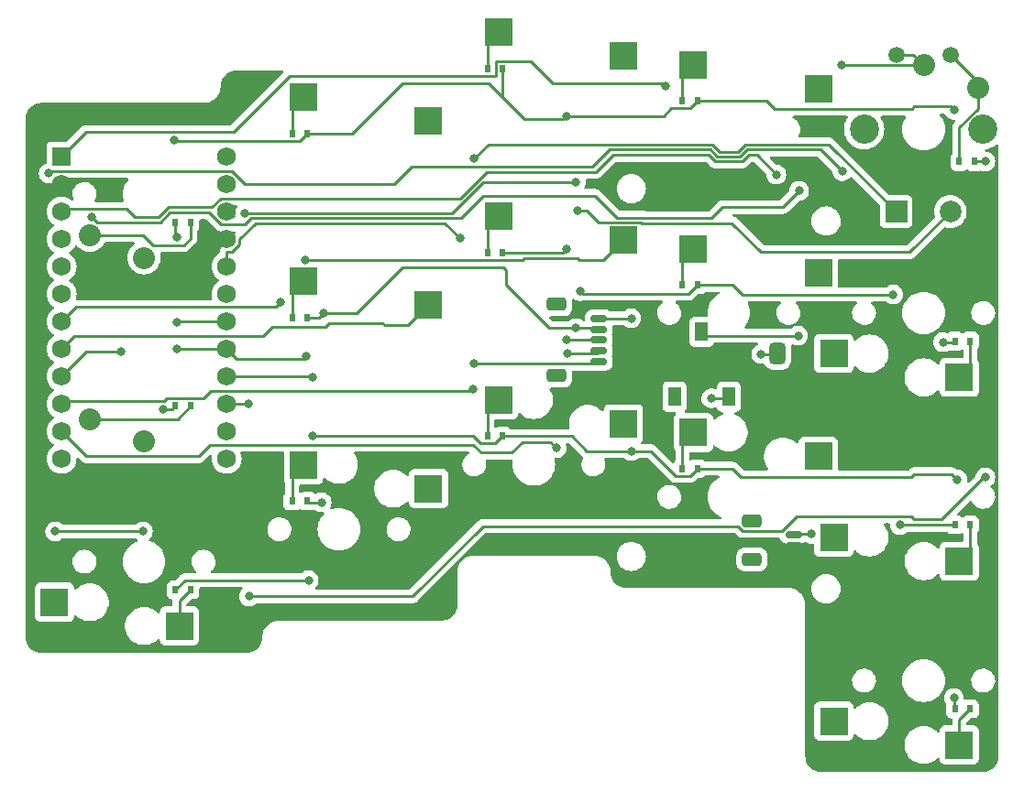
<source format=gbr>
%TF.GenerationSoftware,KiCad,Pcbnew,7.0.6-0*%
%TF.CreationDate,2023-08-01T13:26:10+08:00*%
%TF.ProjectId,right,72696768-742e-46b6-9963-61645f706362,v1.0.0*%
%TF.SameCoordinates,Original*%
%TF.FileFunction,Copper,L2,Bot*%
%TF.FilePolarity,Positive*%
%FSLAX46Y46*%
G04 Gerber Fmt 4.6, Leading zero omitted, Abs format (unit mm)*
G04 Created by KiCad (PCBNEW 7.0.6-0) date 2023-08-01 13:26:10*
%MOMM*%
%LPD*%
G01*
G04 APERTURE LIST*
G04 Aperture macros list*
%AMRoundRect*
0 Rectangle with rounded corners*
0 $1 Rounding radius*
0 $2 $3 $4 $5 $6 $7 $8 $9 X,Y pos of 4 corners*
0 Add a 4 corners polygon primitive as box body*
4,1,4,$2,$3,$4,$5,$6,$7,$8,$9,$2,$3,0*
0 Add four circle primitives for the rounded corners*
1,1,$1+$1,$2,$3*
1,1,$1+$1,$4,$5*
1,1,$1+$1,$6,$7*
1,1,$1+$1,$8,$9*
0 Add four rect primitives between the rounded corners*
20,1,$1+$1,$2,$3,$4,$5,0*
20,1,$1+$1,$4,$5,$6,$7,0*
20,1,$1+$1,$6,$7,$8,$9,0*
20,1,$1+$1,$8,$9,$2,$3,0*%
G04 Aperture macros list end*
%TA.AperFunction,ComponentPad*%
%ADD10C,2.032000*%
%TD*%
%TA.AperFunction,SMDPad,CuDef*%
%ADD11R,0.600000X0.700000*%
%TD*%
%TA.AperFunction,ComponentPad*%
%ADD12R,2.000000X2.000000*%
%TD*%
%TA.AperFunction,ComponentPad*%
%ADD13C,2.000000*%
%TD*%
%TA.AperFunction,ComponentPad*%
%ADD14C,1.500000*%
%TD*%
%TA.AperFunction,ComponentPad*%
%ADD15C,2.701800*%
%TD*%
%TA.AperFunction,SMDPad,CuDef*%
%ADD16R,1.200000X1.800000*%
%TD*%
%TA.AperFunction,SMDPad,CuDef*%
%ADD17RoundRect,0.381000X0.381000X-0.619000X0.381000X0.619000X-0.381000X0.619000X-0.381000X-0.619000X0*%
%TD*%
%TA.AperFunction,SMDPad,CuDef*%
%ADD18RoundRect,0.378000X0.378000X-0.622000X0.378000X0.622000X-0.378000X0.622000X-0.378000X-0.622000X0*%
%TD*%
%TA.AperFunction,ComponentPad*%
%ADD19R,1.752600X1.752600*%
%TD*%
%TA.AperFunction,ComponentPad*%
%ADD20C,1.752600*%
%TD*%
%TA.AperFunction,SMDPad,CuDef*%
%ADD21RoundRect,0.150000X0.625000X-0.150000X0.625000X0.150000X-0.625000X0.150000X-0.625000X-0.150000X0*%
%TD*%
%TA.AperFunction,SMDPad,CuDef*%
%ADD22RoundRect,0.250000X0.650000X-0.350000X0.650000X0.350000X-0.650000X0.350000X-0.650000X-0.350000X0*%
%TD*%
%TA.AperFunction,SMDPad,CuDef*%
%ADD23R,2.600000X2.600000*%
%TD*%
%TA.AperFunction,ComponentPad*%
%ADD24C,0.600000*%
%TD*%
%TA.AperFunction,ViaPad*%
%ADD25C,0.800000*%
%TD*%
%TA.AperFunction,Conductor*%
%ADD26C,0.250000*%
%TD*%
G04 APERTURE END LIST*
D10*
%TO.P,S1,1*%
%TO.N,C4_R0D*%
X-5000000Y30200000D03*
%TO.P,S1,2*%
%TO.N,C4*%
X0Y28100000D03*
%TD*%
D11*
%TO.P,D1,1*%
%TO.N,R0*%
X2900000Y31400000D03*
%TO.P,D1,2*%
%TO.N,C4_R0D*%
X4300000Y31400000D03*
%TD*%
D10*
%TO.P,S2,1*%
%TO.N,C4_R1D*%
X-5000000Y13200000D03*
%TO.P,S2,2*%
%TO.N,C4*%
X0Y11100000D03*
%TD*%
D11*
%TO.P,D2,1*%
%TO.N,R1*%
X2900000Y14400000D03*
%TO.P,D2,2*%
%TO.N,C4_R1D*%
X4300000Y14400000D03*
%TD*%
D12*
%TO.P,ROT1,A*%
%TO.N,P2*%
X69460000Y32380000D03*
D13*
%TO.P,ROT1,C*%
%TO.N,GND*%
X71960000Y32380000D03*
%TO.P,ROT1,B*%
%TO.N,P3*%
X74460000Y32380000D03*
D14*
%TO.P,ROT1,1*%
%TO.N,C0*%
X69460000Y46880000D03*
%TO.P,ROT1,2*%
%TO.N,C0_R3D*%
X74460000Y46880000D03*
D15*
%TO.P,ROT1,*%
%TO.N,*%
X77500000Y40000000D03*
X66500000Y40000000D03*
D10*
%TO.P,ROT1,1*%
%TO.N,C0_R3D*%
X77000000Y43800000D03*
%TO.P,ROT1,2*%
%TO.N,C0*%
X72000000Y45900000D03*
%TD*%
D11*
%TO.P,D3,1*%
%TO.N,R3*%
X76700000Y37000000D03*
%TO.P,D3,2*%
%TO.N,C0_R3D*%
X75300000Y37000000D03*
%TD*%
D16*
%TO.P,SS1,1*%
%TO.N,RAW*%
X54000000Y15250000D03*
%TO.P,SS1,2*%
%TO.N,BSLI*%
X51500000Y21250000D03*
%TO.P,SS1,3*%
%TO.N,three*%
X49000000Y15250000D03*
%TD*%
D17*
%TO.P,SB1,1*%
%TO.N,GND*%
X58500000Y15750000D03*
D18*
%TO.P,SB1,2*%
%TO.N,RST*%
X58500000Y19250000D03*
%TD*%
D19*
%TO.P,MCU1,1*%
%TO.N,RAW*%
X-7620000Y37470000D03*
D20*
%TO.P,MCU1,2*%
%TO.N,GND*%
X-7620000Y34930000D03*
%TO.P,MCU1,3*%
%TO.N,RST*%
X-7620000Y32390000D03*
%TO.P,MCU1,4*%
%TO.N,VCC*%
X-7620000Y29850000D03*
%TO.P,MCU1,5*%
%TO.N,C0*%
X-7620000Y27310000D03*
%TO.P,MCU1,6*%
%TO.N,C1*%
X-7620000Y24770000D03*
%TO.P,MCU1,7*%
%TO.N,C2*%
X-7620000Y22230000D03*
%TO.P,MCU1,8*%
%TO.N,C3*%
X-7620000Y19690000D03*
%TO.P,MCU1,9*%
%TO.N,C4*%
X-7620000Y17150000D03*
%TO.P,MCU1,10*%
%TO.N,C5*%
X-7620000Y14610000D03*
%TO.P,MCU1,11*%
%TO.N,C6*%
X-7620000Y12070000D03*
%TO.P,MCU1,12*%
%TO.N,P10*%
X-7620000Y9530000D03*
%TO.P,MCU1,13*%
%TO.N,P1*%
X7620000Y37470000D03*
%TO.P,MCU1,14*%
%TO.N,P0*%
X7620000Y34930000D03*
%TO.P,MCU1,15*%
%TO.N,GND*%
X7620000Y32390000D03*
%TO.P,MCU1,16*%
X7620000Y29850000D03*
%TO.P,MCU1,17*%
%TO.N,P2*%
X7620000Y27310000D03*
%TO.P,MCU1,18*%
%TO.N,P3*%
X7620000Y24770000D03*
%TO.P,MCU1,19*%
%TO.N,R0*%
X7620000Y22230000D03*
%TO.P,MCU1,20*%
%TO.N,R1*%
X7620000Y19690000D03*
%TO.P,MCU1,21*%
%TO.N,R2*%
X7620000Y17150000D03*
%TO.P,MCU1,22*%
%TO.N,R3*%
X7620000Y14610000D03*
%TO.P,MCU1,23*%
%TO.N,P8*%
X7620000Y12070000D03*
%TO.P,MCU1,24*%
%TO.N,P9*%
X7620000Y9530000D03*
%TD*%
D21*
%TO.P,JB1,2*%
%TO.N,BSLI*%
X60000000Y2500000D03*
%TO.P,JB1,1*%
%TO.N,GND*%
X60000000Y1500000D03*
D22*
%TO.P,JB1,MP*%
%TO.N,N/C*%
X56125000Y3800000D03*
X56125000Y200000D03*
%TD*%
D21*
%TO.P,JC1,5*%
%TO.N,R2*%
X42000000Y22500000D03*
%TO.P,JC1,4*%
%TO.N,R1*%
X42000000Y21500000D03*
%TO.P,JC1,3*%
%TO.N,R0*%
X42000000Y20500000D03*
%TO.P,JC1,2*%
%TO.N,C6*%
X42000000Y19500000D03*
%TO.P,JC1,1*%
%TO.N,C5*%
X42000000Y18500000D03*
D22*
%TO.P,JC1,MP*%
%TO.N,N/C*%
X38125000Y17200000D03*
X38125000Y23800000D03*
%TD*%
D23*
%TO.P,S3,1*%
%TO.N,C0_R0D*%
X75275000Y17050000D03*
%TO.P,S3,2*%
%TO.N,C0*%
X63725000Y19250000D03*
D24*
%TO.P,S3,3*%
%TO.N,C0_R0D*%
X75275000Y17050000D03*
%TO.P,S3,4*%
%TO.N,C0*%
X63725000Y19250000D03*
%TD*%
D11*
%TO.P,D4,1*%
%TO.N,R0*%
X74900000Y20400000D03*
%TO.P,D4,2*%
%TO.N,C0_R0D*%
X76300000Y20400000D03*
%TD*%
D23*
%TO.P,S4,1*%
%TO.N,C0_R1D*%
X75275000Y50000D03*
%TO.P,S4,2*%
%TO.N,C0*%
X63725000Y2250000D03*
D24*
%TO.P,S4,3*%
%TO.N,C0_R1D*%
X75275000Y50000D03*
%TO.P,S4,4*%
%TO.N,C0*%
X63725000Y2250000D03*
%TD*%
D11*
%TO.P,D5,1*%
%TO.N,R1*%
X74900000Y3400000D03*
%TO.P,D5,2*%
%TO.N,C0_R1D*%
X76300000Y3400000D03*
%TD*%
D23*
%TO.P,S5,1*%
%TO.N,C0_R2D*%
X75275000Y-16950000D03*
%TO.P,S5,2*%
%TO.N,C0*%
X63725000Y-14750000D03*
D24*
%TO.P,S5,3*%
%TO.N,C0_R2D*%
X75275000Y-16950000D03*
%TO.P,S5,4*%
%TO.N,C0*%
X63725000Y-14750000D03*
%TD*%
D11*
%TO.P,D6,1*%
%TO.N,R2*%
X74900000Y-13600000D03*
%TO.P,D6,2*%
%TO.N,C0_R2D*%
X76300000Y-13600000D03*
%TD*%
D23*
%TO.P,S6,1*%
%TO.N,C1_R0D*%
X50725000Y45950000D03*
%TO.P,S6,2*%
%TO.N,C1*%
X62275000Y43750000D03*
D24*
%TO.P,S6,3*%
%TO.N,C1_R0D*%
X50725000Y45950000D03*
%TO.P,S6,4*%
%TO.N,C1*%
X62275000Y43750000D03*
%TD*%
D11*
%TO.P,D7,1*%
%TO.N,R0*%
X51100000Y42600000D03*
%TO.P,D7,2*%
%TO.N,C1_R0D*%
X49700000Y42600000D03*
%TD*%
D23*
%TO.P,S7,1*%
%TO.N,C1_R1D*%
X50725000Y28950000D03*
%TO.P,S7,2*%
%TO.N,C1*%
X62275000Y26750000D03*
D24*
%TO.P,S7,3*%
%TO.N,C1_R1D*%
X50725000Y28950000D03*
%TO.P,S7,4*%
%TO.N,C1*%
X62275000Y26750000D03*
%TD*%
D11*
%TO.P,D8,1*%
%TO.N,R1*%
X51100000Y25600000D03*
%TO.P,D8,2*%
%TO.N,C1_R1D*%
X49700000Y25600000D03*
%TD*%
D23*
%TO.P,S8,1*%
%TO.N,C1_R2D*%
X50725000Y11950000D03*
%TO.P,S8,2*%
%TO.N,C1*%
X62275000Y9750000D03*
D24*
%TO.P,S8,3*%
%TO.N,C1_R2D*%
X50725000Y11950000D03*
%TO.P,S8,4*%
%TO.N,C1*%
X62275000Y9750000D03*
%TD*%
D11*
%TO.P,D9,1*%
%TO.N,R2*%
X51100000Y8600000D03*
%TO.P,D9,2*%
%TO.N,C1_R2D*%
X49700000Y8600000D03*
%TD*%
D23*
%TO.P,S9,1*%
%TO.N,C2_R0D*%
X32725000Y48950000D03*
%TO.P,S9,2*%
%TO.N,C2*%
X44275000Y46750000D03*
D24*
%TO.P,S9,3*%
%TO.N,C2_R0D*%
X32725000Y48950000D03*
%TO.P,S9,4*%
%TO.N,C2*%
X44275000Y46750000D03*
%TD*%
D11*
%TO.P,D10,1*%
%TO.N,R0*%
X33100000Y45600000D03*
%TO.P,D10,2*%
%TO.N,C2_R0D*%
X31700000Y45600000D03*
%TD*%
D23*
%TO.P,S10,1*%
%TO.N,C2_R1D*%
X32725000Y31950000D03*
%TO.P,S10,2*%
%TO.N,C2*%
X44275000Y29750000D03*
D24*
%TO.P,S10,3*%
%TO.N,C2_R1D*%
X32725000Y31950000D03*
%TO.P,S10,4*%
%TO.N,C2*%
X44275000Y29750000D03*
%TD*%
D11*
%TO.P,D11,1*%
%TO.N,R1*%
X33100000Y28600000D03*
%TO.P,D11,2*%
%TO.N,C2_R1D*%
X31700000Y28600000D03*
%TD*%
D23*
%TO.P,S11,1*%
%TO.N,C2_R2D*%
X32725000Y14950000D03*
%TO.P,S11,2*%
%TO.N,C2*%
X44275000Y12750000D03*
D24*
%TO.P,S11,3*%
%TO.N,C2_R2D*%
X32725000Y14950000D03*
%TO.P,S11,4*%
%TO.N,C2*%
X44275000Y12750000D03*
%TD*%
D11*
%TO.P,D12,1*%
%TO.N,R2*%
X33100000Y11600000D03*
%TO.P,D12,2*%
%TO.N,C2_R2D*%
X31700000Y11600000D03*
%TD*%
D23*
%TO.P,S12,1*%
%TO.N,C3_R0D*%
X14725000Y42950000D03*
%TO.P,S12,2*%
%TO.N,C3*%
X26275000Y40750000D03*
D24*
%TO.P,S12,3*%
%TO.N,C3_R0D*%
X14725000Y42950000D03*
%TO.P,S12,4*%
%TO.N,C3*%
X26275000Y40750000D03*
%TD*%
D11*
%TO.P,D13,1*%
%TO.N,R0*%
X15100000Y39600000D03*
%TO.P,D13,2*%
%TO.N,C3_R0D*%
X13700000Y39600000D03*
%TD*%
D23*
%TO.P,S13,1*%
%TO.N,C3_R1D*%
X14725000Y25950000D03*
%TO.P,S13,2*%
%TO.N,C3*%
X26275000Y23750000D03*
D24*
%TO.P,S13,3*%
%TO.N,C3_R1D*%
X14725000Y25950000D03*
%TO.P,S13,4*%
%TO.N,C3*%
X26275000Y23750000D03*
%TD*%
D11*
%TO.P,D14,1*%
%TO.N,R1*%
X15100000Y22600000D03*
%TO.P,D14,2*%
%TO.N,C3_R1D*%
X13700000Y22600000D03*
%TD*%
D23*
%TO.P,S14,1*%
%TO.N,C3_R2D*%
X14725000Y8950000D03*
%TO.P,S14,2*%
%TO.N,C3*%
X26275000Y6750000D03*
D24*
%TO.P,S14,3*%
%TO.N,C3_R2D*%
X14725000Y8950000D03*
%TO.P,S14,4*%
%TO.N,C3*%
X26275000Y6750000D03*
%TD*%
D11*
%TO.P,D15,1*%
%TO.N,R2*%
X15100000Y5600000D03*
%TO.P,D15,2*%
%TO.N,C3_R2D*%
X13700000Y5600000D03*
%TD*%
D23*
%TO.P,S15,1*%
%TO.N,C4_R2D*%
X3275000Y-5950000D03*
%TO.P,S15,2*%
%TO.N,C4*%
X-8275000Y-3750000D03*
D24*
%TO.P,S15,3*%
%TO.N,C4_R2D*%
X3275000Y-5950000D03*
%TO.P,S15,4*%
%TO.N,C4*%
X-8275000Y-3750000D03*
%TD*%
D11*
%TO.P,D16,1*%
%TO.N,R2*%
X2900000Y-2600000D03*
%TO.P,D16,2*%
%TO.N,C4_R2D*%
X4300000Y-2600000D03*
%TD*%
D25*
%TO.N,C4*%
X-2100000Y19400000D03*
X-100000Y2800000D03*
X-8200000Y2800000D03*
%TO.N,R0*%
X2800000Y39000000D03*
X73800000Y20300000D03*
X39000000Y41200000D03*
X39000000Y20500000D03*
X74800000Y41800000D03*
X3000000Y22100000D03*
X3000000Y30000000D03*
%TO.N,R1*%
X1800000Y14100000D03*
X39024500Y28900000D03*
X40300000Y25000000D03*
X69800000Y3400000D03*
X15000000Y19000000D03*
X3000000Y19700000D03*
X16600000Y23000000D03*
X39900000Y21600000D03*
X69200000Y24700000D03*
%TO.N,C0*%
X64475000Y36100000D03*
X64400000Y45900000D03*
X-8800000Y35900000D03*
%TO.N,P2*%
X30500000Y37300000D03*
X29200000Y29900000D03*
%TO.N,P3*%
X40000000Y32500000D03*
X9300000Y32200000D03*
X39900000Y35100000D03*
%TO.N,R3*%
X9700000Y-3200000D03*
X9600000Y14600000D03*
X77700000Y37000000D03*
X77700000Y7800000D03*
%TO.N,RAW*%
X48200000Y44000000D03*
X52400000Y15100000D03*
%TO.N,BSLI*%
X61600000Y2600000D03*
X60400000Y20900000D03*
%TO.N,RST*%
X57000000Y19200000D03*
X58400000Y35800000D03*
%TO.N,C1*%
X60500000Y34300000D03*
X-4800000Y31910500D03*
%TO.N,C2*%
X12600000Y24000000D03*
X14900000Y27900000D03*
%TO.N,C5*%
X30400000Y16000000D03*
X30500000Y18300000D03*
%TO.N,C6*%
X38100000Y10500000D03*
X39100000Y19300000D03*
%TO.N,R2*%
X15600000Y17100000D03*
X44999500Y22500000D03*
X15600000Y11600000D03*
X74800000Y-12600000D03*
X15200000Y-1700000D03*
X75100000Y7600000D03*
X45000000Y10225900D03*
X16400000Y5500000D03*
%TD*%
D26*
%TO.N,C1*%
X52388046Y31750000D02*
X46161396Y31750000D01*
X1500000Y31400000D02*
X-4289500Y31400000D01*
X59000000Y32800000D02*
X53438046Y32800000D01*
X46161396Y31750000D02*
X46086396Y31825000D01*
X60500000Y34300000D02*
X59000000Y32800000D01*
X2400000Y32300000D02*
X1500000Y31400000D01*
X53438046Y32800000D02*
X52388046Y31750000D01*
X6011105Y32300000D02*
X2400000Y32300000D01*
X43675000Y31825000D02*
X41675000Y33825000D01*
X7122405Y31188700D02*
X6011105Y32300000D01*
X29275000Y31750000D02*
X9875305Y31750000D01*
X41675000Y33825000D02*
X31350000Y33825000D01*
X9875305Y31750000D02*
X9314005Y31188700D01*
X46086396Y31825000D02*
X43675000Y31825000D01*
X31350000Y33825000D02*
X29275000Y31750000D01*
X9314005Y31188700D02*
X7122405Y31188700D01*
X-4289500Y31400000D02*
X-4800000Y31910500D01*
%TO.N,C4*%
X-2100000Y19400000D02*
X-5370000Y19400000D01*
X-5370000Y19400000D02*
X-7620000Y17150000D01*
X-100000Y2800000D02*
X-8200000Y2800000D01*
%TO.N,C4_R0D*%
X825000Y29275000D02*
X-100000Y30200000D01*
X-100000Y30200000D02*
X-5000000Y30200000D01*
X4300000Y29900000D02*
X3675000Y29275000D01*
X3675000Y29275000D02*
X825000Y29275000D01*
X4300000Y31400000D02*
X4300000Y29900000D01*
%TO.N,R0*%
X47966316Y41200000D02*
X39000000Y41200000D01*
X31819101Y44225900D02*
X33100000Y42945001D01*
X57498350Y42600000D02*
X58223350Y41875000D01*
X2900000Y31400000D02*
X2900000Y30100000D01*
X14425000Y38925000D02*
X2875000Y38925000D01*
X73800000Y20300000D02*
X74800000Y20300000D01*
X70920001Y41875000D02*
X71134501Y42089500D01*
X19198350Y39600000D02*
X23824250Y44225900D01*
X33100000Y42945001D02*
X35134501Y40910500D01*
X74800000Y20300000D02*
X74900000Y20400000D01*
X2875000Y38925000D02*
X2800000Y39000000D01*
X15100000Y39600000D02*
X19198350Y39600000D01*
X51100000Y42600000D02*
X50425000Y41925000D01*
X48691316Y41925000D02*
X47966316Y41200000D01*
X35134501Y40910500D02*
X38710500Y40910500D01*
X15100000Y39600000D02*
X14425000Y38925000D01*
X51100000Y42600000D02*
X57498350Y42600000D01*
X58223350Y41875000D02*
X70920001Y41875000D01*
X71134501Y42089500D02*
X74510500Y42089500D01*
X23824250Y44225900D02*
X31819101Y44225900D01*
X38710500Y40910500D02*
X39000000Y41200000D01*
X33100000Y45600000D02*
X33100000Y42945001D01*
X2900000Y30100000D02*
X3000000Y30000000D01*
X74510500Y42089500D02*
X74800000Y41800000D01*
X39000000Y20500000D02*
X42000000Y20500000D01*
X3000000Y22100000D02*
X3130000Y22230000D01*
X50425000Y41925000D02*
X48691316Y41925000D01*
X3130000Y22230000D02*
X7620000Y22230000D01*
%TO.N,C4_R1D*%
X3100000Y13200000D02*
X4300000Y14400000D01*
X-5000000Y13200000D02*
X3100000Y13200000D01*
%TO.N,R1*%
X16600000Y23000000D02*
X19598350Y23000000D01*
X54354999Y25600000D02*
X51100000Y25600000D01*
X7620000Y19690000D02*
X8535900Y18774100D01*
X38724500Y28600000D02*
X33100000Y28600000D01*
X40525900Y24774100D02*
X40300000Y25000000D01*
X33400000Y27000000D02*
X33400000Y25645001D01*
X14774100Y18774100D02*
X15000000Y19000000D01*
X8535900Y18774100D02*
X14774100Y18774100D01*
X41900000Y21600000D02*
X42000000Y21500000D01*
X19598350Y23000000D02*
X23824250Y27225900D01*
X23824250Y27225900D02*
X33174100Y27225900D01*
X7620000Y19690000D02*
X3010000Y19690000D01*
X69200000Y24700000D02*
X55254999Y24700000D01*
X51100000Y25600000D02*
X50274100Y24774100D01*
X15100000Y22600000D02*
X16200000Y22600000D01*
X1800000Y14100000D02*
X2600000Y14100000D01*
X37445001Y21600000D02*
X39900000Y21600000D01*
X16200000Y22600000D02*
X16600000Y23000000D01*
X50274100Y24774100D02*
X40525900Y24774100D01*
X39900000Y21600000D02*
X41900000Y21600000D01*
X33400000Y25645001D02*
X37445001Y21600000D01*
X39024500Y28900000D02*
X38724500Y28600000D01*
X3010000Y19690000D02*
X3000000Y19700000D01*
X55254999Y24700000D02*
X54354999Y25600000D01*
X74900000Y3400000D02*
X69800000Y3400000D01*
X2600000Y14100000D02*
X2900000Y14400000D01*
X33174100Y27225900D02*
X33400000Y27000000D01*
%TO.N,C0*%
X55691395Y38100000D02*
X55051895Y37460500D01*
X72000000Y45900000D02*
X64400000Y45900000D01*
X55051895Y37460500D02*
X52948105Y37460500D01*
X69460000Y46880000D02*
X71020000Y46880000D01*
X52308605Y38100000D02*
X43000000Y38100000D01*
X-8568700Y36131300D02*
X-8800000Y35900000D01*
X41400000Y36500000D02*
X24733684Y36500000D01*
X64475000Y36100000D02*
X62475000Y38100000D01*
X62475000Y38100000D02*
X55691395Y38100000D01*
X23144184Y34910500D02*
X9338395Y34910500D01*
X71020000Y46880000D02*
X72000000Y45900000D01*
X8117595Y36131300D02*
X-8568700Y36131300D01*
X24733684Y36500000D02*
X23144184Y34910500D01*
X52948105Y37460500D02*
X52308605Y38100000D01*
X43000000Y38100000D02*
X41400000Y36500000D01*
X9338395Y34910500D02*
X8117595Y36131300D01*
%TO.N,C0_R3D*%
X74460000Y46880000D02*
X77000000Y44340000D01*
X77000000Y44340000D02*
X77000000Y43800000D01*
X77000000Y41870081D02*
X77000000Y43800000D01*
X75300000Y40170081D02*
X77000000Y41870081D01*
X75300000Y37000000D02*
X75300000Y40170081D01*
%TO.N,P2*%
X27800000Y31300000D02*
X29200000Y29900000D01*
X31800000Y38600000D02*
X52445001Y38600000D01*
X8117595Y28648700D02*
X8821300Y29352405D01*
X7620000Y27310000D02*
X7620000Y28620000D01*
X55554999Y38600000D02*
X63240000Y38600000D01*
X53134501Y37910500D02*
X54865499Y37910500D01*
X7620000Y28620000D02*
X7648700Y28648700D01*
X8821300Y29352405D02*
X8821300Y29821300D01*
X54865499Y37910500D02*
X55554999Y38600000D01*
X52445001Y38600000D02*
X53134501Y37910500D01*
X7648700Y28648700D02*
X8117595Y28648700D01*
X8821300Y29821300D02*
X10300000Y31300000D01*
X30500000Y37300000D02*
X31800000Y38600000D01*
X63240000Y38600000D02*
X69460000Y32380000D01*
X10300000Y31300000D02*
X27800000Y31300000D01*
%TO.N,P3*%
X45975000Y31300000D02*
X45900000Y31375000D01*
X31336396Y35100000D02*
X28436396Y32200000D01*
X70705000Y28625000D02*
X56976650Y28625000D01*
X28436396Y32200000D02*
X9300000Y32200000D01*
X40901650Y32500000D02*
X40000000Y32500000D01*
X74460000Y32380000D02*
X70705000Y28625000D01*
X42026650Y31375000D02*
X40901650Y32500000D01*
X39900000Y35100000D02*
X31336396Y35100000D01*
X56976650Y28625000D02*
X54301650Y31300000D01*
X45900000Y31375000D02*
X42026650Y31375000D01*
X54301650Y31300000D02*
X45975000Y31300000D01*
%TO.N,R3*%
X77700000Y37000000D02*
X76700000Y37000000D01*
X60253249Y4200000D02*
X70845001Y4200000D01*
X31300000Y3300000D02*
X54811827Y3300000D01*
X9590000Y14610000D02*
X9600000Y14600000D01*
X58928249Y2875000D02*
X60253249Y4200000D01*
X77566316Y7800000D02*
X77700000Y7800000D01*
X7620000Y14610000D02*
X9590000Y14610000D01*
X71134501Y3910500D02*
X73676816Y3910500D01*
X70845001Y4200000D02*
X71134501Y3910500D01*
X54811827Y3300000D02*
X55236827Y2875000D01*
X55236827Y2875000D02*
X58928249Y2875000D01*
X73676816Y3910500D02*
X77566316Y7800000D01*
X24800000Y-3200000D02*
X31300000Y3300000D01*
X9700000Y-3200000D02*
X24800000Y-3200000D01*
%TO.N,RAW*%
X35679999Y46275000D02*
X37729099Y44225900D01*
X37729099Y44225900D02*
X47974100Y44225900D01*
X52400000Y15100000D02*
X53850000Y15100000D01*
X32475000Y44925000D02*
X32475000Y46275000D01*
X47974100Y44225900D02*
X48200000Y44000000D01*
X-7620000Y37470000D02*
X-5365000Y39725000D01*
X-5365000Y39725000D02*
X8250000Y39725000D01*
X53850000Y15100000D02*
X54000000Y15250000D01*
X8250000Y39725000D02*
X13450000Y44925000D01*
X32475000Y46275000D02*
X35679999Y46275000D01*
X13450000Y44925000D02*
X32475000Y44925000D01*
%TO.N,BSLI*%
X61600000Y2600000D02*
X60100000Y2600000D01*
X51850000Y20900000D02*
X60400000Y20900000D01*
X51500000Y21250000D02*
X51850000Y20900000D01*
X60100000Y2600000D02*
X60000000Y2500000D01*
%TO.N,RST*%
X58450000Y19200000D02*
X58500000Y19250000D01*
X1374104Y31910500D02*
X2237704Y32774100D01*
X43300000Y37600000D02*
X52172209Y37600000D01*
X-7374500Y32635500D02*
X-1590499Y32635500D01*
X-7620000Y32390000D02*
X-7374500Y32635500D01*
X31650000Y36050000D02*
X41750000Y36050000D01*
X6274100Y32774100D02*
X7100000Y33600000D01*
X52761709Y37010500D02*
X55238291Y37010500D01*
X29200000Y33600000D02*
X31650000Y36050000D01*
X41750000Y36050000D02*
X43300000Y37600000D01*
X52172209Y37600000D02*
X52761709Y37010500D01*
X7100000Y33600000D02*
X29200000Y33600000D01*
X-865499Y31910500D02*
X1374104Y31910500D01*
X55238291Y37010500D02*
X55827791Y37600000D01*
X57000000Y19200000D02*
X58450000Y19200000D01*
X55827791Y37600000D02*
X56600000Y37600000D01*
X56600000Y37600000D02*
X58400000Y35800000D01*
X-1590499Y32635500D02*
X-865499Y31910500D01*
X2237704Y32774100D02*
X6274100Y32774100D01*
%TO.N,C2*%
X14900000Y27900000D02*
X34945001Y27900000D01*
X34945001Y27900000D02*
X35145001Y28100000D01*
X-6281300Y23568700D02*
X9093700Y23568700D01*
X40223350Y27875000D02*
X42400000Y27875000D01*
X42400000Y27875000D02*
X44275000Y29750000D01*
X9093700Y23568700D02*
X12168700Y23568700D01*
X39998350Y28100000D02*
X40223350Y27875000D01*
X12168700Y23568700D02*
X12600000Y24000000D01*
X35145001Y28100000D02*
X39998350Y28100000D01*
X-7620000Y22230000D02*
X-6281300Y23568700D01*
%TO.N,C3*%
X22008850Y22089500D02*
X22223350Y21875000D01*
X-7620000Y19690000D02*
X-6418700Y20891300D01*
X17134501Y22089500D02*
X22008850Y22089500D01*
X-6418700Y20891300D02*
X11008700Y20891300D01*
X22223350Y21875000D02*
X24400000Y21875000D01*
X11008700Y20891300D02*
X11844900Y21727500D01*
X11844900Y21727500D02*
X16772501Y21727500D01*
X16772501Y21727500D02*
X17134501Y22089500D01*
X24400000Y21875000D02*
X26275000Y23750000D01*
%TO.N,C5*%
X30211300Y15811300D02*
X30400000Y16000000D01*
X-7405000Y14825000D02*
X1825000Y14825000D01*
X30500000Y18300000D02*
X41800000Y18300000D01*
X5456105Y15075000D02*
X6192405Y15811300D01*
X-7620000Y14610000D02*
X-7405000Y14825000D01*
X41800000Y18300000D02*
X42000000Y18500000D01*
X1825000Y14825000D02*
X2075000Y15075000D01*
X6192405Y15811300D02*
X30211300Y15811300D01*
X2075000Y15075000D02*
X5456105Y15075000D01*
%TO.N,C6*%
X41800000Y19300000D02*
X42000000Y19500000D01*
X6125000Y10825000D02*
X5059000Y9759000D01*
X34952101Y11089500D02*
X33962601Y10100000D01*
X37510500Y11089500D02*
X34952101Y11089500D01*
X-5309000Y9759000D02*
X-7620000Y12070000D01*
X39100000Y19300000D02*
X41800000Y19300000D01*
X5059000Y9759000D02*
X-5309000Y9759000D01*
X33962601Y10100000D02*
X31133684Y10100000D01*
X30408684Y10825000D02*
X6125000Y10825000D01*
X31133684Y10100000D02*
X30408684Y10825000D01*
X38100000Y10500000D02*
X37510500Y11089500D01*
%TO.N,R2*%
X45000000Y10225900D02*
X46774100Y10225900D01*
X15550000Y17150000D02*
X15600000Y17100000D01*
X16400000Y5500000D02*
X15200000Y5500000D01*
X7620000Y17150000D02*
X15550000Y17150000D01*
X30400000Y11600000D02*
X15600000Y11600000D01*
X54354999Y8600000D02*
X55127499Y7827500D01*
X46774100Y10225900D02*
X49075000Y7925000D01*
X51100000Y8600000D02*
X54354999Y8600000D01*
X55127499Y7827500D02*
X70872501Y7827500D01*
X74800000Y-13500000D02*
X74900000Y-13600000D01*
X74800000Y-12600000D02*
X74800000Y-13500000D01*
X15200000Y5500000D02*
X15100000Y5600000D01*
X33100000Y11600000D02*
X39498350Y11600000D01*
X40872450Y10225900D02*
X45000000Y10225900D01*
X32425000Y10925000D02*
X31075000Y10925000D01*
X70872501Y7827500D02*
X71134501Y8089500D01*
X31075000Y10925000D02*
X30400000Y11600000D01*
X39498350Y11600000D02*
X40872450Y10225900D01*
X49075000Y7925000D02*
X50425000Y7925000D01*
X74610500Y8089500D02*
X75100000Y7600000D01*
X3800000Y-1700000D02*
X15200000Y-1700000D01*
X33100000Y11600000D02*
X32425000Y10925000D01*
X2900000Y-2600000D02*
X3800000Y-1700000D01*
X42000000Y22500000D02*
X44999500Y22500000D01*
X71134501Y8089500D02*
X74610500Y8089500D01*
X50425000Y7925000D02*
X51100000Y8600000D01*
%TO.N,C0_R0D*%
X76300000Y20400000D02*
X76300000Y18075000D01*
X76300000Y18075000D02*
X75275000Y17050000D01*
%TO.N,C0_R1D*%
X76300000Y3400000D02*
X76300000Y1075000D01*
X76300000Y1075000D02*
X75275000Y50000D01*
%TO.N,C0_R2D*%
X75275000Y-14625000D02*
X76300000Y-13600000D01*
X75275000Y-16950000D02*
X75275000Y-14625000D01*
%TO.N,C1_R0D*%
X49700000Y42600000D02*
X49700000Y44925000D01*
X49700000Y44925000D02*
X50725000Y45950000D01*
%TO.N,C1_R1D*%
X49700000Y25600000D02*
X49700000Y27925000D01*
X49700000Y27925000D02*
X50725000Y28950000D01*
%TO.N,C1_R2D*%
X49700000Y10925000D02*
X50725000Y11950000D01*
X49700000Y8600000D02*
X49700000Y10925000D01*
%TO.N,C2_R0D*%
X31700000Y45600000D02*
X31700000Y47925000D01*
X31700000Y47925000D02*
X32725000Y48950000D01*
%TO.N,C2_R1D*%
X31700000Y30925000D02*
X32725000Y31950000D01*
X31700000Y28600000D02*
X31700000Y30925000D01*
%TO.N,C2_R2D*%
X31700000Y11600000D02*
X31700000Y13925000D01*
X31700000Y13925000D02*
X32725000Y14950000D01*
%TO.N,C3_R0D*%
X13700000Y41925000D02*
X14725000Y42950000D01*
X13700000Y39600000D02*
X13700000Y41925000D01*
%TO.N,C3_R1D*%
X13700000Y22600000D02*
X13700000Y24925000D01*
X13700000Y24925000D02*
X14725000Y25950000D01*
%TO.N,C3_R2D*%
X13700000Y5600000D02*
X13700000Y7925000D01*
X13700000Y7925000D02*
X14725000Y8950000D01*
%TO.N,C4_R2D*%
X3275000Y-3625000D02*
X4300000Y-2600000D01*
X3275000Y-5950000D02*
X3275000Y-3625000D01*
%TD*%
%TA.AperFunction,Conductor*%
%TO.N,GND*%
G36*
X12821273Y45404815D02*
G01*
X12867028Y45352011D01*
X12876972Y45282853D01*
X12847947Y45219297D01*
X12841915Y45212819D01*
X10422586Y42793491D01*
X8023914Y40394819D01*
X7962591Y40361334D01*
X7936233Y40358500D01*
X-5281368Y40358500D01*
X-5297119Y40360239D01*
X-5297145Y40359968D01*
X-5304901Y40360700D01*
X-5304908Y40360702D01*
X-5374971Y40358500D01*
X-5404857Y40358500D01*
X-5405875Y40358371D01*
X-5411858Y40357614D01*
X-5417674Y40357157D01*
X-5464889Y40355674D01*
X-5484505Y40349974D01*
X-5503533Y40346033D01*
X-5523797Y40343474D01*
X-5567713Y40326086D01*
X-5573227Y40324199D01*
X-5587283Y40320115D01*
X-5618593Y40311019D01*
X-5636176Y40300619D01*
X-5653639Y40292065D01*
X-5672617Y40284552D01*
X-5710847Y40256775D01*
X-5715687Y40253596D01*
X-5756362Y40229542D01*
X-5770803Y40215099D01*
X-5785586Y40202474D01*
X-5802107Y40190472D01*
X-5832222Y40154067D01*
X-5836126Y40149776D01*
X-6945457Y39040448D01*
X-7094786Y38891119D01*
X-7156109Y38857634D01*
X-7182467Y38854800D01*
X-8544938Y38854800D01*
X-8544954Y38854799D01*
X-8571992Y38851891D01*
X-8605501Y38848289D01*
X-8742504Y38797189D01*
X-8859561Y38709561D01*
X-8947189Y38592504D01*
X-8998289Y38455501D01*
X-9000840Y38431773D01*
X-9004799Y38394954D01*
X-9004800Y38394937D01*
X-9004800Y36883820D01*
X-9024485Y36816781D01*
X-9077289Y36771026D01*
X-9078365Y36770540D01*
X-9082285Y36768794D01*
X-9082288Y36768794D01*
X-9256752Y36691118D01*
X-9411253Y36578866D01*
X-9539040Y36436944D01*
X-9634527Y36271556D01*
X-9693542Y36089928D01*
X-9713504Y35900000D01*
X-9693542Y35710072D01*
X-9634527Y35528444D01*
X-9539040Y35363056D01*
X-9411253Y35221134D01*
X-9256752Y35108882D01*
X-9082288Y35031206D01*
X-9082286Y35031205D01*
X-8895487Y34991500D01*
X-8704513Y34991500D01*
X-8517714Y35031205D01*
X-8363200Y35099999D01*
X-8343248Y35108882D01*
X-8343247Y35108882D01*
X-8343246Y35108883D01*
X-8188745Y35221135D01*
X-8060959Y35363057D01*
X-8018961Y35435800D01*
X-7968394Y35484016D01*
X-7911574Y35497800D01*
X-1580380Y35497800D01*
X-1513341Y35478115D01*
X-1467586Y35425311D01*
X-1457642Y35356153D01*
X-1486191Y35293637D01*
X-1486187Y35293634D01*
X-1486201Y35293614D01*
X-1486665Y35292600D01*
X-1488841Y35290088D01*
X-1657285Y35065073D01*
X-1791992Y34818375D01*
X-1890219Y34555018D01*
X-1949967Y34280363D01*
X-1970019Y34000000D01*
X-1949967Y33719637D01*
X-1899839Y33489202D01*
X-1890220Y33444987D01*
X-1890220Y33444985D01*
X-1886992Y33436330D01*
X-1882010Y33366639D01*
X-1915496Y33305316D01*
X-1976820Y33271833D01*
X-2003175Y33269000D01*
X-4435481Y33269000D01*
X-4502520Y33288685D01*
X-4548275Y33341489D01*
X-4558219Y33410647D01*
X-4542868Y33455000D01*
X-4493574Y33540379D01*
X-4424779Y33739148D01*
X-4424778Y33739155D01*
X-4424188Y33743260D01*
X-4394843Y33947355D01*
X-4404852Y34157459D01*
X-4454442Y34361871D01*
X-4531675Y34530989D01*
X-4541820Y34553204D01*
X-4541824Y34553210D01*
X-4663826Y34724539D01*
X-4663832Y34724545D01*
X-4816060Y34869694D01*
X-4816063Y34869697D01*
X-4993014Y34983416D01*
X-5188288Y35061593D01*
X-5343193Y35091448D01*
X-5394828Y35101400D01*
X-5394829Y35101400D01*
X-5552468Y35101400D01*
X-5709389Y35086416D01*
X-5911211Y35027156D01*
X-6098170Y34930771D01*
X-6263510Y34800747D01*
X-6401255Y34641781D01*
X-6506426Y34459619D01*
X-6575222Y34260846D01*
X-6605157Y34052645D01*
X-6595148Y33842541D01*
X-6545558Y33638129D01*
X-6522072Y33586703D01*
X-6512130Y33517546D01*
X-6541155Y33453991D01*
X-6599934Y33416217D01*
X-6669803Y33416217D01*
X-6711029Y33437340D01*
X-6834137Y33533159D01*
X-6859987Y33553279D01*
X-6859992Y33553282D01*
X-6954040Y33604178D01*
X-7061826Y33662509D01*
X-7278887Y33737026D01*
X-7505252Y33774800D01*
X-7734748Y33774800D01*
X-7961113Y33737026D01*
X-8178174Y33662509D01*
X-8380010Y33553281D01*
X-8561114Y33412322D01*
X-8716547Y33243477D01*
X-8842069Y33051351D01*
X-8934257Y32841185D01*
X-8990594Y32618712D01*
X-8994502Y32571549D01*
X-9009546Y32390005D01*
X-9009546Y32389994D01*
X-8999596Y32269927D01*
X-8990594Y32161288D01*
X-8934257Y31938815D01*
X-8863329Y31777117D01*
X-8842069Y31728649D01*
X-8716549Y31536525D01*
X-8716547Y31536523D01*
X-8561114Y31367678D01*
X-8503933Y31323172D01*
X-8380012Y31226720D01*
X-8375718Y31223915D01*
X-8377095Y31221805D01*
X-8334861Y31180063D01*
X-8319609Y31111879D01*
X-8343642Y31046272D01*
X-8376716Y31017613D01*
X-8375718Y31016085D01*
X-8380003Y31013284D01*
X-8380010Y31013281D01*
X-8561114Y30872322D01*
X-8716547Y30703477D01*
X-8842069Y30511351D01*
X-8934257Y30301185D01*
X-8990594Y30078712D01*
X-8994868Y30027134D01*
X-9009546Y29850005D01*
X-9009546Y29849994D01*
X-8998927Y29721855D01*
X-8990594Y29621288D01*
X-8934257Y29398815D01*
X-8858730Y29226632D01*
X-8842069Y29188649D01*
X-8716549Y28996525D01*
X-8715439Y28995319D01*
X-8561114Y28827678D01*
X-8547242Y28816881D01*
X-8380012Y28686720D01*
X-8375718Y28683915D01*
X-8377095Y28681805D01*
X-8334861Y28640063D01*
X-8319609Y28571879D01*
X-8343642Y28506272D01*
X-8376716Y28477613D01*
X-8375718Y28476085D01*
X-8380003Y28473285D01*
X-8380010Y28473281D01*
X-8561114Y28332322D01*
X-8716547Y28163477D01*
X-8842069Y27971351D01*
X-8934257Y27761185D01*
X-8990594Y27538712D01*
X-8998209Y27446815D01*
X-9009546Y27310005D01*
X-9009546Y27309994D01*
X-8997525Y27164936D01*
X-8990594Y27081288D01*
X-8934257Y26858815D01*
X-8842069Y26648649D01*
X-8716549Y26456525D01*
X-8716547Y26456523D01*
X-8561114Y26287678D01*
X-8516797Y26253185D01*
X-8380012Y26146720D01*
X-8375718Y26143915D01*
X-8377095Y26141805D01*
X-8334861Y26100063D01*
X-8319609Y26031879D01*
X-8343642Y25966272D01*
X-8376716Y25937613D01*
X-8375718Y25936085D01*
X-8380003Y25933284D01*
X-8380010Y25933281D01*
X-8561114Y25792322D01*
X-8716547Y25623477D01*
X-8842069Y25431351D01*
X-8934257Y25221185D01*
X-8990594Y24998712D01*
X-8994894Y24946815D01*
X-9009546Y24770005D01*
X-9009546Y24769994D01*
X-9000696Y24663200D01*
X-8990594Y24541288D01*
X-8934257Y24318815D01*
X-8865935Y24163057D01*
X-8842069Y24108649D01*
X-8716549Y23916525D01*
X-8716547Y23916523D01*
X-8561114Y23747678D01*
X-8531391Y23724544D01*
X-8380012Y23606720D01*
X-8375718Y23603915D01*
X-8377095Y23601805D01*
X-8334861Y23560063D01*
X-8319609Y23491879D01*
X-8343642Y23426272D01*
X-8376716Y23397613D01*
X-8375718Y23396085D01*
X-8380003Y23393284D01*
X-8380010Y23393281D01*
X-8561114Y23252322D01*
X-8716547Y23083477D01*
X-8842069Y22891351D01*
X-8934257Y22681185D01*
X-8990594Y22458712D01*
X-8993971Y22417961D01*
X-9009546Y22230005D01*
X-9009546Y22229994D01*
X-9001285Y22130305D01*
X-8990594Y22001288D01*
X-8934257Y21778815D01*
X-8884967Y21666447D01*
X-8842069Y21568649D01*
X-8716549Y21376525D01*
X-8710964Y21370458D01*
X-8561114Y21207678D01*
X-8542227Y21192978D01*
X-8380012Y21066720D01*
X-8375718Y21063915D01*
X-8377095Y21061805D01*
X-8334861Y21020063D01*
X-8319609Y20951879D01*
X-8343642Y20886272D01*
X-8376716Y20857613D01*
X-8375718Y20856085D01*
X-8380003Y20853284D01*
X-8380010Y20853281D01*
X-8561114Y20712322D01*
X-8716547Y20543477D01*
X-8842069Y20351351D01*
X-8934257Y20141185D01*
X-8990594Y19918712D01*
X-8996746Y19844469D01*
X-9009546Y19690005D01*
X-9009546Y19689994D01*
X-9002967Y19610608D01*
X-8990594Y19461288D01*
X-8934257Y19238815D01*
X-8869470Y19091116D01*
X-8842069Y19028649D01*
X-8716549Y18836525D01*
X-8709115Y18828450D01*
X-8561114Y18667678D01*
X-8510714Y18628450D01*
X-8380012Y18526720D01*
X-8375718Y18523915D01*
X-8377095Y18521805D01*
X-8334861Y18480063D01*
X-8319609Y18411879D01*
X-8343642Y18346272D01*
X-8376716Y18317613D01*
X-8375718Y18316085D01*
X-8380003Y18313284D01*
X-8380010Y18313281D01*
X-8561114Y18172322D01*
X-8716547Y18003477D01*
X-8842069Y17811351D01*
X-8934257Y17601185D01*
X-8990594Y17378712D01*
X-9009546Y17150000D01*
X-8990594Y16921288D01*
X-8934257Y16698815D01*
X-8891302Y16600889D01*
X-8842069Y16488649D01*
X-8716549Y16296525D01*
X-8716547Y16296523D01*
X-8561114Y16127678D01*
X-8498382Y16078852D01*
X-8380012Y15986720D01*
X-8375718Y15983915D01*
X-8377095Y15981805D01*
X-8334861Y15940063D01*
X-8319609Y15871879D01*
X-8343642Y15806272D01*
X-8376716Y15777613D01*
X-8375718Y15776085D01*
X-8380003Y15773284D01*
X-8380010Y15773281D01*
X-8561114Y15632322D01*
X-8716547Y15463477D01*
X-8842069Y15271351D01*
X-8934257Y15061185D01*
X-8990594Y14838712D01*
X-8992243Y14818812D01*
X-9009546Y14610005D01*
X-9009546Y14609994D01*
X-8998269Y14473914D01*
X-8990594Y14381288D01*
X-8934257Y14158815D01*
X-8865191Y14001362D01*
X-8842069Y13948649D01*
X-8716549Y13756525D01*
X-8716547Y13756523D01*
X-8561114Y13587678D01*
X-8500884Y13540799D01*
X-8380012Y13446720D01*
X-8375718Y13443915D01*
X-8377095Y13441805D01*
X-8334861Y13400063D01*
X-8319609Y13331879D01*
X-8343642Y13266272D01*
X-8376716Y13237613D01*
X-8375718Y13236085D01*
X-8380003Y13233284D01*
X-8380010Y13233281D01*
X-8561114Y13092322D01*
X-8716547Y12923477D01*
X-8842069Y12731351D01*
X-8934257Y12521185D01*
X-8990594Y12298712D01*
X-8998353Y12205077D01*
X-9009546Y12070005D01*
X-9009546Y12069994D01*
X-9000666Y11962840D01*
X-8990594Y11841288D01*
X-8934257Y11618815D01*
X-8871483Y11475706D01*
X-8842069Y11408649D01*
X-8716549Y11216525D01*
X-8716547Y11216523D01*
X-8561114Y11047678D01*
X-8499215Y10999500D01*
X-8380012Y10906720D01*
X-8375718Y10903915D01*
X-8377095Y10901805D01*
X-8334861Y10860063D01*
X-8319609Y10791879D01*
X-8343642Y10726272D01*
X-8376716Y10697613D01*
X-8375718Y10696085D01*
X-8380003Y10693284D01*
X-8380010Y10693281D01*
X-8561114Y10552322D01*
X-8716547Y10383477D01*
X-8842069Y10191351D01*
X-8934257Y9981185D01*
X-8990594Y9758712D01*
X-8991894Y9743023D01*
X-9009546Y9530005D01*
X-9009546Y9529994D01*
X-8998300Y9394288D01*
X-8990594Y9301288D01*
X-8934257Y9078815D01*
X-8899685Y9000000D01*
X-8842069Y8868649D01*
X-8716549Y8676525D01*
X-8716547Y8676523D01*
X-8561114Y8507678D01*
X-8526433Y8480685D01*
X-8380012Y8366720D01*
X-8380007Y8366717D01*
X-8211367Y8275454D01*
X-8178174Y8257491D01*
X-8178171Y8257490D01*
X-8178169Y8257489D01*
X-7961115Y8182974D01*
X-7818669Y8159204D01*
X-7734748Y8145200D01*
X-7734747Y8145200D01*
X-7505253Y8145200D01*
X-7505252Y8145200D01*
X-7421331Y8159204D01*
X-7278884Y8182974D01*
X-7061830Y8257489D01*
X-7061819Y8257494D01*
X-6859992Y8366717D01*
X-6859987Y8366720D01*
X-6678888Y8507676D01*
X-6523450Y8676525D01*
X-6397930Y8868649D01*
X-6305743Y9078814D01*
X-6249405Y9301291D01*
X-6233066Y9498464D01*
X-6207913Y9563649D01*
X-6151510Y9604887D01*
X-6081767Y9609085D01*
X-6021809Y9575905D01*
X-5816089Y9370185D01*
X-5806178Y9357815D01*
X-5805969Y9357989D01*
X-5800999Y9351980D01*
X-5749905Y9304001D01*
X-5728767Y9282863D01*
X-5723190Y9278537D01*
X-5718748Y9274743D01*
X-5684321Y9242414D01*
X-5684318Y9242412D01*
X-5684319Y9242412D01*
X-5666426Y9232575D01*
X-5650170Y9221897D01*
X-5642336Y9215821D01*
X-5634040Y9209386D01*
X-5634036Y9209384D01*
X-5634034Y9209383D01*
X-5624083Y9205077D01*
X-5590688Y9190625D01*
X-5585450Y9188059D01*
X-5544059Y9165304D01*
X-5544055Y9165303D01*
X-5524277Y9160224D01*
X-5505881Y9153926D01*
X-5487145Y9145819D01*
X-5487140Y9145818D01*
X-5440496Y9138430D01*
X-5434781Y9137246D01*
X-5414612Y9132068D01*
X-5389032Y9125500D01*
X-5389030Y9125500D01*
X-5368616Y9125500D01*
X-5349217Y9123973D01*
X-5329058Y9120780D01*
X-5329057Y9120780D01*
X-5282034Y9125225D01*
X-5276196Y9125500D01*
X4975366Y9125500D01*
X4991113Y9123761D01*
X4991139Y9124032D01*
X4998905Y9123298D01*
X4998908Y9123298D01*
X4998909Y9123298D01*
X5068958Y9125500D01*
X5098856Y9125500D01*
X5098859Y9125500D01*
X5105856Y9126384D01*
X5111679Y9126842D01*
X5158889Y9128326D01*
X5158891Y9128327D01*
X5178495Y9134022D01*
X5197542Y9137967D01*
X5201206Y9138430D01*
X5217797Y9140526D01*
X5217800Y9140527D01*
X5217803Y9140528D01*
X5261716Y9157914D01*
X5267244Y9159806D01*
X5312592Y9172981D01*
X5330162Y9183372D01*
X5347635Y9191932D01*
X5366617Y9199447D01*
X5404827Y9227209D01*
X5409712Y9230418D01*
X5450359Y9254456D01*
X5450362Y9254458D01*
X5464793Y9268889D01*
X5479589Y9281527D01*
X5496107Y9293528D01*
X5496109Y9293530D01*
X5512427Y9313256D01*
X5526222Y9329931D01*
X5530135Y9334231D01*
X6036848Y9840944D01*
X6098171Y9874429D01*
X6167863Y9869445D01*
X6223796Y9827573D01*
X6248213Y9762109D01*
X6248105Y9743023D01*
X6230454Y9530005D01*
X6230454Y9529994D01*
X6249405Y9301291D01*
X6305743Y9078814D01*
X6397930Y8868649D01*
X6523450Y8676525D01*
X6678888Y8507676D01*
X6859987Y8366720D01*
X6859992Y8366717D01*
X7061819Y8257494D01*
X7061830Y8257489D01*
X7278884Y8182974D01*
X7421331Y8159204D01*
X7505252Y8145200D01*
X7505253Y8145200D01*
X7734747Y8145200D01*
X7734748Y8145200D01*
X7818669Y8159204D01*
X7961115Y8182974D01*
X8178169Y8257489D01*
X8178171Y8257490D01*
X8178174Y8257491D01*
X8211367Y8275454D01*
X8380007Y8366717D01*
X8380012Y8366720D01*
X8526433Y8480685D01*
X8561114Y8507678D01*
X8716547Y8676523D01*
X8716549Y8676525D01*
X8842069Y8868649D01*
X8899685Y9000000D01*
X8934257Y9078815D01*
X8990594Y9301288D01*
X8998300Y9394288D01*
X9009546Y9529994D01*
X9009546Y9530005D01*
X8991894Y9743023D01*
X8990594Y9758712D01*
X8934257Y9981185D01*
X8918244Y10017688D01*
X8909341Y10086989D01*
X8939317Y10150101D01*
X8998656Y10186988D01*
X9031800Y10191500D01*
X12792500Y10191500D01*
X12859539Y10171815D01*
X12905294Y10119011D01*
X12916500Y10067500D01*
X12916500Y7601345D01*
X12923011Y7540797D01*
X12923011Y7540795D01*
X12974112Y7403793D01*
X13041767Y7313417D01*
X13066184Y7247953D01*
X13066500Y7239107D01*
X13066500Y6394288D01*
X13046815Y6327249D01*
X13041767Y6319977D01*
X13036739Y6313261D01*
X13000000Y6264183D01*
X12949111Y6196204D01*
X12898011Y6059204D01*
X12898011Y6059202D01*
X12891500Y5998654D01*
X12891500Y5201345D01*
X12898011Y5140797D01*
X12898011Y5140795D01*
X12949111Y5003795D01*
X13036739Y4886739D01*
X13153795Y4799111D01*
X13290796Y4748011D01*
X13351345Y4741500D01*
X13351362Y4741500D01*
X14048654Y4741500D01*
X14109202Y4748011D01*
X14109204Y4748011D01*
X14246204Y4799111D01*
X14303650Y4842115D01*
X14325689Y4858613D01*
X14391154Y4883030D01*
X14459427Y4868178D01*
X14474311Y4858613D01*
X14553795Y4799111D01*
X14690796Y4748011D01*
X14751345Y4741500D01*
X14751362Y4741500D01*
X15448654Y4741500D01*
X15509202Y4748011D01*
X15509204Y4748011D01*
X15646204Y4799111D01*
X15658129Y4808038D01*
X15723594Y4832455D01*
X15791867Y4817603D01*
X15805321Y4809091D01*
X15837080Y4786018D01*
X15943246Y4708883D01*
X15943247Y4708882D01*
X15943248Y4708882D01*
X15985415Y4690108D01*
X16117714Y4631205D01*
X16117713Y4631205D01*
X16304513Y4591500D01*
X16495485Y4591500D01*
X16495487Y4591500D01*
X16495488Y4591500D01*
X16501565Y4592139D01*
X16570294Y4579569D01*
X16621318Y4531837D01*
X16638436Y4464097D01*
X16616214Y4397856D01*
X16602207Y4381137D01*
X16511168Y4290098D01*
X16511152Y4290080D01*
X16342716Y4065075D01*
X16342711Y4065067D01*
X16208010Y3818380D01*
X16208008Y3818376D01*
X16192751Y3777469D01*
X16109781Y3555018D01*
X16109780Y3555014D01*
X16109779Y3555011D01*
X16050034Y3280371D01*
X16050033Y3280364D01*
X16029981Y3000001D01*
X16029981Y2999998D01*
X16050033Y2719635D01*
X16050034Y2719628D01*
X16109779Y2444988D01*
X16109780Y2444983D01*
X16109781Y2444982D01*
X16115950Y2428443D01*
X16208008Y2181623D01*
X16208010Y2181619D01*
X16342711Y1934932D01*
X16342716Y1934924D01*
X16511152Y1709919D01*
X16511168Y1709901D01*
X16709901Y1511168D01*
X16709919Y1511152D01*
X16934924Y1342716D01*
X16934932Y1342711D01*
X17181619Y1208010D01*
X17181623Y1208008D01*
X17351953Y1144479D01*
X17444982Y1109781D01*
X17444983Y1109780D01*
X17444988Y1109779D01*
X17719628Y1050034D01*
X17719635Y1050033D01*
X17929825Y1035000D01*
X18070175Y1035000D01*
X18280364Y1050033D01*
X18280371Y1050034D01*
X18555011Y1109779D01*
X18555014Y1109780D01*
X18555018Y1109781D01*
X18737475Y1177834D01*
X18818376Y1208008D01*
X18818380Y1208010D01*
X19065067Y1342711D01*
X19065075Y1342716D01*
X19290080Y1511152D01*
X19290098Y1511168D01*
X19488831Y1709901D01*
X19488847Y1709919D01*
X19657283Y1934924D01*
X19657288Y1934932D01*
X19791989Y2181619D01*
X19791991Y2181623D01*
X19791992Y2181625D01*
X19890219Y2444982D01*
X19949967Y2719637D01*
X19970019Y3000000D01*
X19966254Y3052645D01*
X22394843Y3052645D01*
X22404852Y2842541D01*
X22454442Y2638129D01*
X22472261Y2599111D01*
X22541820Y2446795D01*
X22541824Y2446789D01*
X22663826Y2275460D01*
X22663832Y2275454D01*
X22816060Y2130305D01*
X22816061Y2130304D01*
X22816063Y2130303D01*
X22843980Y2112362D01*
X22993015Y2016583D01*
X23188278Y1938410D01*
X23188291Y1938406D01*
X23394828Y1898600D01*
X23394829Y1898600D01*
X23552461Y1898600D01*
X23552468Y1898600D01*
X23709389Y1913584D01*
X23911211Y1972844D01*
X24098170Y2069229D01*
X24225054Y2169011D01*
X24263509Y2199252D01*
X24263510Y2199253D01*
X24317724Y2261819D01*
X24401255Y2358219D01*
X24401257Y2358222D01*
X24401259Y2358225D01*
X24506425Y2540379D01*
X24509067Y2548011D01*
X24575222Y2739154D01*
X24605157Y2947355D01*
X24595148Y3157459D01*
X24545558Y3361871D01*
X24458179Y3553205D01*
X24395101Y3641785D01*
X24336173Y3724539D01*
X24336171Y3724540D01*
X24336169Y3724544D01*
X24183937Y3869697D01*
X24006986Y3983416D01*
X23811712Y4061593D01*
X23646479Y4093438D01*
X23605172Y4101400D01*
X23605171Y4101400D01*
X23447532Y4101400D01*
X23290611Y4086416D01*
X23088789Y4027156D01*
X22901830Y3930771D01*
X22758912Y3818380D01*
X22736490Y3800747D01*
X22736489Y3800746D01*
X22721288Y3783203D01*
X22598745Y3641781D01*
X22598743Y3641777D01*
X22598740Y3641774D01*
X22493574Y3459620D01*
X22424779Y3260851D01*
X22424778Y3260847D01*
X22424778Y3260846D01*
X22394843Y3052645D01*
X19966254Y3052645D01*
X19949967Y3280363D01*
X19890219Y3555018D01*
X19791992Y3818375D01*
X19657285Y4065073D01*
X19488841Y4290088D01*
X19290088Y4488841D01*
X19065073Y4657285D01*
X18818375Y4791992D01*
X18555018Y4890219D01*
X18280363Y4949967D01*
X18070175Y4965000D01*
X17929825Y4965000D01*
X17719637Y4949967D01*
X17444982Y4890219D01*
X17332172Y4848143D01*
X17324673Y4845346D01*
X17254982Y4840362D01*
X17193658Y4873847D01*
X17160174Y4935170D01*
X17165158Y5004862D01*
X17173950Y5023522D01*
X17234527Y5128444D01*
X17293542Y5310072D01*
X17313504Y5500000D01*
X17293542Y5689928D01*
X17234527Y5871556D01*
X17139040Y6036944D01*
X17011253Y6178866D01*
X16856752Y6291118D01*
X16682288Y6368794D01*
X16495487Y6408500D01*
X16304513Y6408500D01*
X16117712Y6368794D01*
X15943248Y6291118D01*
X15943244Y6291115D01*
X15936298Y6286069D01*
X15870492Y6262590D01*
X15802438Y6278416D01*
X15769725Y6307175D01*
X15769536Y6306986D01*
X15766591Y6309930D01*
X15764144Y6312082D01*
X15763264Y6313257D01*
X15763263Y6313257D01*
X15763261Y6313261D01*
X15646204Y6400889D01*
X15509201Y6451989D01*
X15477623Y6455383D01*
X15448654Y6458499D01*
X15448638Y6458500D01*
X14751362Y6458500D01*
X14751345Y6458499D01*
X14720270Y6455157D01*
X14690799Y6451989D01*
X14690796Y6451988D01*
X14690795Y6451988D01*
X14630564Y6429522D01*
X14553796Y6400889D01*
X14553795Y6400888D01*
X14531811Y6384431D01*
X14466347Y6360014D01*
X14398074Y6374865D01*
X14348668Y6424271D01*
X14333500Y6483698D01*
X14333500Y6618812D01*
X21249500Y6618812D01*
X21264072Y6522139D01*
X21288604Y6359385D01*
X21288605Y6359382D01*
X21288606Y6359376D01*
X21365938Y6108673D01*
X21479767Y5872303D01*
X21479768Y5872302D01*
X21627567Y5655520D01*
X21806014Y5463198D01*
X22011143Y5299614D01*
X22238356Y5168432D01*
X22482578Y5072582D01*
X22482597Y5072576D01*
X22738374Y5014197D01*
X22738379Y5014196D01*
X22934500Y4999500D01*
X22934506Y4999500D01*
X23065500Y4999500D01*
X23261620Y5014196D01*
X23261625Y5014197D01*
X23261629Y5014197D01*
X23261630Y5014198D01*
X23302507Y5023528D01*
X23517402Y5072576D01*
X23517411Y5072578D01*
X23517416Y5072580D01*
X23761643Y5168432D01*
X23988857Y5299614D01*
X24193981Y5463195D01*
X24193984Y5463198D01*
X24193987Y5463200D01*
X24193990Y5463203D01*
X24251602Y5525294D01*
X24311630Y5561049D01*
X24381459Y5558674D01*
X24438919Y5518923D01*
X24465767Y5454418D01*
X24466500Y5440953D01*
X24466500Y5401345D01*
X24473011Y5340797D01*
X24473011Y5340795D01*
X24524111Y5203795D01*
X24611739Y5086739D01*
X24728795Y4999111D01*
X24865796Y4948011D01*
X24926345Y4941500D01*
X24926362Y4941500D01*
X27623654Y4941500D01*
X27684202Y4948011D01*
X27684204Y4948011D01*
X27821204Y4999111D01*
X27866116Y5032732D01*
X27938261Y5086739D01*
X28025889Y5203796D01*
X28065527Y5310068D01*
X28076988Y5340795D01*
X28076988Y5340797D01*
X28076989Y5340799D01*
X28080157Y5370270D01*
X28083499Y5401345D01*
X28083500Y5401362D01*
X28083500Y6052645D01*
X47394843Y6052645D01*
X47404852Y5842541D01*
X47454442Y5638130D01*
X47541820Y5446795D01*
X47541824Y5446789D01*
X47663826Y5275460D01*
X47663832Y5275454D01*
X47816060Y5130305D01*
X47816061Y5130304D01*
X47816063Y5130303D01*
X47875779Y5091926D01*
X47993015Y5016583D01*
X48188278Y4938410D01*
X48188291Y4938406D01*
X48394828Y4898600D01*
X48394829Y4898600D01*
X48552461Y4898600D01*
X48552468Y4898600D01*
X48709389Y4913584D01*
X48884497Y4965000D01*
X48911208Y4972843D01*
X48911211Y4972844D01*
X49098170Y5069229D01*
X49226257Y5169957D01*
X49263509Y5199252D01*
X49263510Y5199253D01*
X49306436Y5248792D01*
X49401255Y5358219D01*
X49401257Y5358222D01*
X49401259Y5358225D01*
X49506425Y5540379D01*
X49575220Y5739148D01*
X49575222Y5739154D01*
X49605157Y5947355D01*
X49595148Y6157459D01*
X49545558Y6361871D01*
X49458179Y6553205D01*
X49355030Y6698058D01*
X49336173Y6724539D01*
X49336171Y6724540D01*
X49336169Y6724544D01*
X49183937Y6869697D01*
X49006986Y6983416D01*
X48811712Y7061593D01*
X48646479Y7093438D01*
X48605172Y7101400D01*
X48605171Y7101400D01*
X48447532Y7101400D01*
X48290611Y7086416D01*
X48088789Y7027156D01*
X47901830Y6930771D01*
X47736490Y6800747D01*
X47598745Y6641781D01*
X47598743Y6641777D01*
X47598740Y6641774D01*
X47493574Y6459620D01*
X47424779Y6260851D01*
X47424778Y6260847D01*
X47424778Y6260846D01*
X47394843Y6052645D01*
X28083500Y6052645D01*
X28083500Y8098637D01*
X28083499Y8098654D01*
X28080096Y8130304D01*
X28076989Y8159201D01*
X28025889Y8296204D01*
X27938261Y8413261D01*
X27821204Y8500889D01*
X27684201Y8551989D01*
X27652623Y8555383D01*
X27623654Y8558499D01*
X27623638Y8558500D01*
X24926362Y8558500D01*
X24926345Y8558499D01*
X24895270Y8555157D01*
X24865799Y8551989D01*
X24865796Y8551988D01*
X24865795Y8551988D01*
X24816199Y8533489D01*
X24728796Y8500889D01*
X24611739Y8413261D01*
X24533448Y8308677D01*
X24524111Y8296204D01*
X24473011Y8159204D01*
X24473011Y8159202D01*
X24466500Y8098654D01*
X24466500Y8059046D01*
X24446815Y7992007D01*
X24394011Y7946252D01*
X24324853Y7936308D01*
X24261297Y7965333D01*
X24251601Y7974705D01*
X24193985Y8036801D01*
X24193983Y8036801D01*
X24193981Y8036805D01*
X23988857Y8200386D01*
X23761643Y8331568D01*
X23517416Y8427420D01*
X23261630Y8485802D01*
X23261622Y8485802D01*
X23261620Y8485803D01*
X23065500Y8500500D01*
X23065494Y8500500D01*
X22934506Y8500500D01*
X22934500Y8500500D01*
X22738379Y8485803D01*
X22738376Y8485802D01*
X22738370Y8485802D01*
X22482584Y8427420D01*
X22238357Y8331568D01*
X22011143Y8200386D01*
X21806019Y8036805D01*
X21806014Y8036801D01*
X21627566Y7844479D01*
X21627567Y7844479D01*
X21479772Y7627704D01*
X21479770Y7627700D01*
X21479768Y7627697D01*
X21479767Y7627696D01*
X21365938Y7391326D01*
X21302660Y7186182D01*
X21288604Y7140615D01*
X21270196Y7018488D01*
X21249500Y6881187D01*
X21249500Y6618812D01*
X14333500Y6618812D01*
X14333500Y7017500D01*
X14353185Y7084539D01*
X14405989Y7130294D01*
X14457500Y7141500D01*
X16073654Y7141500D01*
X16134202Y7148011D01*
X16134204Y7148011D01*
X16271204Y7199111D01*
X16356624Y7263056D01*
X16388261Y7286739D01*
X16475889Y7403796D01*
X16507606Y7488831D01*
X16526988Y7540795D01*
X16526988Y7540797D01*
X16526989Y7540799D01*
X16533354Y7600000D01*
X16533499Y7601345D01*
X16533500Y7601362D01*
X16533500Y7640953D01*
X16553185Y7707992D01*
X16605989Y7753747D01*
X16675147Y7763691D01*
X16738703Y7734666D01*
X16748398Y7725294D01*
X16806009Y7663203D01*
X16806012Y7663200D01*
X17011143Y7499614D01*
X17238356Y7368432D01*
X17482578Y7272582D01*
X17482597Y7272576D01*
X17738374Y7214197D01*
X17738379Y7214196D01*
X17934500Y7199500D01*
X17934506Y7199500D01*
X18065500Y7199500D01*
X18261620Y7214196D01*
X18261625Y7214197D01*
X18261629Y7214197D01*
X18261630Y7214198D01*
X18324041Y7228443D01*
X18517402Y7272576D01*
X18517411Y7272578D01*
X18517416Y7272580D01*
X18761643Y7368432D01*
X18988857Y7499614D01*
X19193981Y7663195D01*
X19193985Y7663198D01*
X19372432Y7855520D01*
X19393717Y7886739D01*
X19520228Y8072296D01*
X19520231Y8072302D01*
X19520232Y8072303D01*
X19634061Y8308673D01*
X19634063Y8308677D01*
X19711396Y8559385D01*
X19750500Y8818818D01*
X19750500Y9081182D01*
X19711396Y9340615D01*
X19634063Y9591323D01*
X19524569Y9818690D01*
X19520232Y9827696D01*
X19520231Y9827697D01*
X19520228Y9827704D01*
X19404360Y9997650D01*
X19382861Y10064128D01*
X19400715Y10131678D01*
X19452255Y10178852D01*
X19506815Y10191500D01*
X29896438Y10191500D01*
X29963477Y10171815D01*
X30009232Y10119011D01*
X30019176Y10049853D01*
X29990151Y9986297D01*
X29953258Y9957284D01*
X29901830Y9930771D01*
X29736490Y9800747D01*
X29598745Y9641781D01*
X29598743Y9641777D01*
X29598740Y9641774D01*
X29493574Y9459620D01*
X29424779Y9260851D01*
X29424778Y9260847D01*
X29424778Y9260846D01*
X29394843Y9052645D01*
X29404852Y8842541D01*
X29454442Y8638129D01*
X29469076Y8606085D01*
X29541820Y8446795D01*
X29541824Y8446789D01*
X29663826Y8275460D01*
X29663832Y8275454D01*
X29816060Y8130305D01*
X29816061Y8130304D01*
X29816063Y8130303D01*
X29904538Y8073443D01*
X29993015Y8016583D01*
X30188278Y7938410D01*
X30188291Y7938406D01*
X30394828Y7898600D01*
X30394829Y7898600D01*
X30552461Y7898600D01*
X30552468Y7898600D01*
X30709389Y7913584D01*
X30885631Y7965333D01*
X30911208Y7972843D01*
X30911211Y7972844D01*
X31098170Y8069229D01*
X31228290Y8171556D01*
X31263509Y8199252D01*
X31263510Y8199253D01*
X31313972Y8257489D01*
X31401255Y8358219D01*
X31401257Y8358222D01*
X31401259Y8358225D01*
X31506425Y8540379D01*
X31507019Y8542093D01*
X31564430Y8707972D01*
X31575220Y8739148D01*
X31575222Y8739154D01*
X31605157Y8947355D01*
X31595148Y9157459D01*
X31557349Y9313267D01*
X31560674Y9383056D01*
X31601202Y9439971D01*
X31666067Y9465939D01*
X31677854Y9466500D01*
X33878967Y9466500D01*
X33894714Y9464761D01*
X33894740Y9465032D01*
X33902508Y9464297D01*
X33932494Y9465240D01*
X34000119Y9447670D01*
X34047509Y9396329D01*
X34059619Y9327517D01*
X34057555Y9314945D01*
X34050033Y9280365D01*
X34029981Y9000001D01*
X34029981Y8999998D01*
X34050033Y8719635D01*
X34050034Y8719628D01*
X34109779Y8444988D01*
X34109780Y8444983D01*
X34109781Y8444982D01*
X34121612Y8413261D01*
X34208008Y8181623D01*
X34208010Y8181619D01*
X34342711Y7934932D01*
X34342716Y7934924D01*
X34511152Y7709919D01*
X34511168Y7709901D01*
X34709901Y7511168D01*
X34709919Y7511152D01*
X34934924Y7342716D01*
X34934932Y7342711D01*
X35181619Y7208010D01*
X35181623Y7208008D01*
X35333925Y7151203D01*
X35444982Y7109781D01*
X35444983Y7109780D01*
X35444988Y7109779D01*
X35719628Y7050034D01*
X35719635Y7050033D01*
X35929825Y7035000D01*
X36070175Y7035000D01*
X36280364Y7050033D01*
X36280371Y7050034D01*
X36555011Y7109779D01*
X36555014Y7109780D01*
X36555018Y7109781D01*
X36718532Y7170768D01*
X36818376Y7208008D01*
X36818380Y7208010D01*
X37065067Y7342711D01*
X37065075Y7342716D01*
X37290080Y7511152D01*
X37290098Y7511168D01*
X37488831Y7709901D01*
X37488847Y7709919D01*
X37657283Y7934924D01*
X37657288Y7934932D01*
X37791989Y8181619D01*
X37791991Y8181623D01*
X37792495Y8182974D01*
X37890219Y8444982D01*
X37949967Y8719637D01*
X37970019Y9000000D01*
X37949967Y9280363D01*
X37936860Y9340615D01*
X37914992Y9441142D01*
X37919976Y9510833D01*
X37961847Y9566767D01*
X38027312Y9591184D01*
X38036158Y9591500D01*
X38195487Y9591500D01*
X38382285Y9631205D01*
X38382286Y9631205D01*
X38382288Y9631206D01*
X38556752Y9708882D01*
X38711253Y9821134D01*
X38839040Y9963056D01*
X38934527Y10128444D01*
X38993542Y10310072D01*
X39013504Y10500000D01*
X38993542Y10689928D01*
X38959640Y10794268D01*
X38956419Y10804182D01*
X38954424Y10874023D01*
X38990505Y10933856D01*
X39053206Y10964684D01*
X39074350Y10966500D01*
X39184584Y10966500D01*
X39251623Y10946815D01*
X39272265Y10930181D01*
X40365364Y9837079D01*
X40375268Y9824720D01*
X40375477Y9824893D01*
X40380449Y9818883D01*
X40380450Y9818882D01*
X40399762Y9800747D01*
X40431529Y9770915D01*
X40452672Y9749772D01*
X40452689Y9749757D01*
X40458264Y9745431D01*
X40462694Y9741647D01*
X40497121Y9709319D01*
X40503437Y9704732D01*
X40501892Y9702606D01*
X40542186Y9662048D01*
X40556813Y9593726D01*
X40540546Y9540978D01*
X40493574Y9459620D01*
X40424779Y9260851D01*
X40424778Y9260847D01*
X40424778Y9260846D01*
X40394843Y9052645D01*
X40404852Y8842541D01*
X40454442Y8638129D01*
X40469076Y8606085D01*
X40541820Y8446795D01*
X40541824Y8446789D01*
X40663826Y8275460D01*
X40663832Y8275454D01*
X40816060Y8130305D01*
X40816061Y8130304D01*
X40816063Y8130303D01*
X40904538Y8073443D01*
X40993015Y8016583D01*
X41188278Y7938410D01*
X41188291Y7938406D01*
X41394828Y7898600D01*
X41394829Y7898600D01*
X41552461Y7898600D01*
X41552468Y7898600D01*
X41709389Y7913584D01*
X41885631Y7965333D01*
X41911208Y7972843D01*
X41911211Y7972844D01*
X42098170Y8069229D01*
X42228290Y8171556D01*
X42263509Y8199252D01*
X42263510Y8199253D01*
X42313972Y8257489D01*
X42401255Y8358219D01*
X42401257Y8358222D01*
X42401259Y8358225D01*
X42506425Y8540379D01*
X42507019Y8542093D01*
X42564430Y8707972D01*
X42575220Y8739148D01*
X42575222Y8739154D01*
X42605157Y8947355D01*
X42595148Y9157459D01*
X42545558Y9361871D01*
X42520432Y9416890D01*
X42510489Y9486048D01*
X42539515Y9549604D01*
X42598293Y9587377D01*
X42633227Y9592400D01*
X44292691Y9592400D01*
X44359730Y9572715D01*
X44384840Y9551373D01*
X44388745Y9547035D01*
X44543246Y9434783D01*
X44717714Y9357105D01*
X44717713Y9357105D01*
X44904513Y9317400D01*
X45095487Y9317400D01*
X45282285Y9357105D01*
X45282286Y9357105D01*
X45282288Y9357106D01*
X45456752Y9434782D01*
X45611253Y9547034D01*
X45615160Y9551373D01*
X45674646Y9588021D01*
X45707309Y9592400D01*
X46460334Y9592400D01*
X46527373Y9572715D01*
X46548015Y9556081D01*
X48567914Y7536179D01*
X48577818Y7523820D01*
X48578027Y7523993D01*
X48582999Y7517983D01*
X48634078Y7470016D01*
X48655222Y7448872D01*
X48655239Y7448857D01*
X48660814Y7444531D01*
X48665244Y7440747D01*
X48699671Y7408419D01*
X48699681Y7408412D01*
X48717567Y7398579D01*
X48733820Y7387903D01*
X48749957Y7375386D01*
X48749959Y7375385D01*
X48793310Y7356625D01*
X48798556Y7354055D01*
X48839942Y7331303D01*
X48859720Y7326225D01*
X48878122Y7319925D01*
X48896857Y7311818D01*
X48943495Y7304431D01*
X48949216Y7303246D01*
X48994965Y7291500D01*
X48994970Y7291500D01*
X49015384Y7291500D01*
X49034783Y7289973D01*
X49054941Y7286780D01*
X49054942Y7286780D01*
X49054943Y7286780D01*
X49101966Y7291225D01*
X49107804Y7291500D01*
X50341366Y7291500D01*
X50357113Y7289761D01*
X50357139Y7290032D01*
X50364905Y7289298D01*
X50364908Y7289298D01*
X50364909Y7289298D01*
X50434958Y7291500D01*
X50464856Y7291500D01*
X50464859Y7291500D01*
X50471856Y7292384D01*
X50477679Y7292842D01*
X50524889Y7294326D01*
X50524891Y7294327D01*
X50544495Y7300022D01*
X50563542Y7303967D01*
X50567214Y7304431D01*
X50583797Y7306526D01*
X50583800Y7306527D01*
X50583803Y7306528D01*
X50627716Y7323914D01*
X50633244Y7325806D01*
X50678592Y7338981D01*
X50696162Y7349372D01*
X50713635Y7357932D01*
X50732617Y7365447D01*
X50770827Y7393209D01*
X50775712Y7396418D01*
X50816359Y7420456D01*
X50816362Y7420458D01*
X50830793Y7434889D01*
X50845589Y7447527D01*
X50862107Y7459528D01*
X50862109Y7459530D01*
X50886348Y7488831D01*
X50892222Y7495931D01*
X50896135Y7500231D01*
X51101085Y7705181D01*
X51162408Y7738666D01*
X51188766Y7741500D01*
X51448654Y7741500D01*
X51509202Y7748011D01*
X51509204Y7748011D01*
X51646204Y7799111D01*
X51721557Y7855520D01*
X51763261Y7886739D01*
X51785771Y7916809D01*
X51841704Y7958681D01*
X51885039Y7966500D01*
X53015384Y7966500D01*
X53082423Y7946815D01*
X53128178Y7894011D01*
X53138122Y7824853D01*
X53109097Y7761297D01*
X53074811Y7733668D01*
X52934932Y7657288D01*
X52934924Y7657283D01*
X52709919Y7488847D01*
X52709901Y7488831D01*
X52511168Y7290098D01*
X52511152Y7290080D01*
X52342716Y7065075D01*
X52342711Y7065067D01*
X52208010Y6818380D01*
X52208008Y6818376D01*
X52175496Y6731206D01*
X52109781Y6555018D01*
X52109780Y6555014D01*
X52109779Y6555011D01*
X52050034Y6280371D01*
X52050033Y6280364D01*
X52029981Y6000001D01*
X52029981Y5999998D01*
X52050033Y5719635D01*
X52050034Y5719628D01*
X52109779Y5444988D01*
X52208008Y5181623D01*
X52208010Y5181619D01*
X52342711Y4934932D01*
X52342716Y4934924D01*
X52511152Y4709919D01*
X52511168Y4709901D01*
X52709901Y4511168D01*
X52709919Y4511152D01*
X52934924Y4342716D01*
X52934932Y4342711D01*
X53181619Y4208010D01*
X53181618Y4208010D01*
X53231984Y4189224D01*
X53273659Y4173680D01*
X53329591Y4131810D01*
X53354008Y4066346D01*
X53339156Y3998073D01*
X53289751Y3948668D01*
X53230324Y3933500D01*
X31383634Y3933500D01*
X31367886Y3935238D01*
X31367861Y3934968D01*
X31360096Y3935700D01*
X31360091Y3935702D01*
X31290042Y3933500D01*
X31260144Y3933500D01*
X31253136Y3932614D01*
X31247315Y3932156D01*
X31200110Y3930673D01*
X31180508Y3924977D01*
X31161457Y3921032D01*
X31141203Y3918474D01*
X31097288Y3901086D01*
X31091757Y3899193D01*
X31072501Y3893598D01*
X31046407Y3886018D01*
X31028832Y3875624D01*
X31011356Y3867064D01*
X30992388Y3859554D01*
X30992387Y3859554D01*
X30992385Y3859553D01*
X30992383Y3859552D01*
X30954176Y3831792D01*
X30949297Y3828587D01*
X30908637Y3804542D01*
X30908634Y3804539D01*
X30894201Y3790106D01*
X30879407Y3777470D01*
X30862893Y3765472D01*
X30834057Y3730616D01*
X30832790Y3729084D01*
X30828857Y3724762D01*
X24573914Y-2530181D01*
X24512591Y-2563666D01*
X24486233Y-2566500D01*
X15920815Y-2566500D01*
X15853776Y-2546815D01*
X15808021Y-2494011D01*
X15798077Y-2424853D01*
X15827102Y-2361297D01*
X15828665Y-2359528D01*
X15842011Y-2344706D01*
X15939040Y-2236944D01*
X16034527Y-2071556D01*
X16093542Y-1889928D01*
X16113504Y-1700000D01*
X16093542Y-1510072D01*
X16034527Y-1328444D01*
X15939040Y-1163056D01*
X15811253Y-1021134D01*
X15656752Y-908882D01*
X15482288Y-831206D01*
X15482286Y-831205D01*
X15295487Y-791500D01*
X15104513Y-791500D01*
X14917714Y-831205D01*
X14917711Y-831206D01*
X14917712Y-831206D01*
X14744111Y-908498D01*
X14743246Y-908883D01*
X14588745Y-1021135D01*
X14584840Y-1025473D01*
X14525354Y-1062121D01*
X14492691Y-1066500D01*
X6283851Y-1066500D01*
X6216812Y-1046815D01*
X6171057Y-994011D01*
X6161113Y-924853D01*
X6190138Y-861297D01*
X6207197Y-845031D01*
X6263510Y-800747D01*
X6401255Y-641781D01*
X6506426Y-459619D01*
X6575222Y-260846D01*
X6605157Y-52645D01*
X6595148Y157459D01*
X6545558Y361871D01*
X6458179Y553205D01*
X6359826Y691323D01*
X6336173Y724539D01*
X6336171Y724540D01*
X6336169Y724544D01*
X6183937Y869697D01*
X6006986Y983416D01*
X5811712Y1061593D01*
X5646479Y1093438D01*
X5605172Y1101400D01*
X5605171Y1101400D01*
X5447532Y1101400D01*
X5290611Y1086416D01*
X5088789Y1027156D01*
X4901830Y930771D01*
X4736490Y800747D01*
X4598745Y641781D01*
X4598743Y641777D01*
X4598740Y641774D01*
X4493574Y459620D01*
X4424779Y260851D01*
X4424778Y260847D01*
X4424778Y260846D01*
X4409914Y157461D01*
X4394843Y52642D01*
X4395620Y36337D01*
X4404852Y-157459D01*
X4454442Y-361871D01*
X4458795Y-371402D01*
X4541820Y-553204D01*
X4541824Y-553210D01*
X4663826Y-724539D01*
X4663832Y-724545D01*
X4798297Y-852757D01*
X4833232Y-913266D01*
X4829907Y-983056D01*
X4789379Y-1039971D01*
X4724514Y-1065939D01*
X4712727Y-1066500D01*
X3883634Y-1066500D01*
X3867886Y-1064761D01*
X3867861Y-1065032D01*
X3860094Y-1064298D01*
X3860091Y-1064298D01*
X3790042Y-1066500D01*
X3760137Y-1066500D01*
X3753143Y-1067384D01*
X3747320Y-1067842D01*
X3700111Y-1069326D01*
X3700108Y-1069327D01*
X3680505Y-1075022D01*
X3661459Y-1078966D01*
X3641203Y-1081526D01*
X3641201Y-1081526D01*
X3641199Y-1081527D01*
X3597282Y-1098914D01*
X3591756Y-1100806D01*
X3546406Y-1113982D01*
X3528833Y-1124374D01*
X3511370Y-1132929D01*
X3492385Y-1140446D01*
X3492383Y-1140447D01*
X3454179Y-1168204D01*
X3449296Y-1171412D01*
X3408637Y-1195458D01*
X3394196Y-1209898D01*
X3379408Y-1222527D01*
X3362897Y-1234523D01*
X3362892Y-1234528D01*
X3332790Y-1270914D01*
X3328858Y-1275235D01*
X2898914Y-1705181D01*
X2837591Y-1738666D01*
X2811233Y-1741500D01*
X2551345Y-1741500D01*
X2490797Y-1748011D01*
X2490795Y-1748011D01*
X2353795Y-1799111D01*
X2236739Y-1886739D01*
X2149111Y-2003795D01*
X2098011Y-2140795D01*
X2098011Y-2140797D01*
X2091500Y-2201345D01*
X2091500Y-2998654D01*
X2098011Y-3059202D01*
X2098011Y-3059204D01*
X2135077Y-3158578D01*
X2149111Y-3196204D01*
X2236739Y-3313261D01*
X2353796Y-3400889D01*
X2423185Y-3426770D01*
X2490792Y-3451987D01*
X2490794Y-3451987D01*
X2490799Y-3451989D01*
X2528546Y-3456047D01*
X2593095Y-3482784D01*
X2632943Y-3540177D01*
X2637764Y-3598726D01*
X2636780Y-3604941D01*
X2636780Y-3604942D01*
X2641225Y-3651966D01*
X2641500Y-3657804D01*
X2641500Y-4017500D01*
X2621815Y-4084539D01*
X2569011Y-4130294D01*
X2517500Y-4141500D01*
X1926345Y-4141500D01*
X1865797Y-4148011D01*
X1865795Y-4148011D01*
X1728795Y-4199111D01*
X1611739Y-4286739D01*
X1524111Y-4403795D01*
X1473011Y-4540795D01*
X1473011Y-4540797D01*
X1466500Y-4601345D01*
X1466500Y-4640953D01*
X1446815Y-4707992D01*
X1394011Y-4753747D01*
X1324853Y-4763691D01*
X1261297Y-4734666D01*
X1251602Y-4725294D01*
X1193990Y-4663203D01*
X1193987Y-4663200D01*
X1166090Y-4640953D01*
X988857Y-4499614D01*
X761643Y-4368432D01*
X517416Y-4272580D01*
X517411Y-4272578D01*
X517402Y-4272576D01*
X299818Y-4222914D01*
X261630Y-4214198D01*
X261629Y-4214197D01*
X261625Y-4214197D01*
X261620Y-4214196D01*
X65500Y-4199500D01*
X65494Y-4199500D01*
X-65494Y-4199500D01*
X-65500Y-4199500D01*
X-261620Y-4214196D01*
X-261625Y-4214197D01*
X-261629Y-4214197D01*
X-261630Y-4214198D01*
X-299818Y-4222914D01*
X-517402Y-4272576D01*
X-517411Y-4272578D01*
X-517416Y-4272580D01*
X-761643Y-4368432D01*
X-988857Y-4499614D01*
X-1116445Y-4601362D01*
X-1193985Y-4663198D01*
X-1359351Y-4841422D01*
X-1372433Y-4855521D01*
X-1520228Y-5072296D01*
X-1520230Y-5072301D01*
X-1520231Y-5072302D01*
X-1520232Y-5072303D01*
X-1581913Y-5200386D01*
X-1634063Y-5308677D01*
X-1711396Y-5559385D01*
X-1750500Y-5818818D01*
X-1750500Y-6081182D01*
X-1711396Y-6340615D01*
X-1634063Y-6591323D01*
X-1520228Y-6827704D01*
X-1372433Y-7044479D01*
X-1284777Y-7138950D01*
X-1208137Y-7221549D01*
X-1193981Y-7236805D01*
X-988857Y-7400386D01*
X-761643Y-7531568D01*
X-517416Y-7627420D01*
X-261630Y-7685802D01*
X-261622Y-7685802D01*
X-261620Y-7685803D01*
X-65500Y-7700500D01*
X-65494Y-7700500D01*
X65500Y-7700500D01*
X261620Y-7685803D01*
X261622Y-7685802D01*
X261630Y-7685802D01*
X517416Y-7627420D01*
X761643Y-7531568D01*
X988857Y-7400386D01*
X1193981Y-7236805D01*
X1208137Y-7221549D01*
X1251601Y-7174705D01*
X1311629Y-7138950D01*
X1381458Y-7141325D01*
X1438919Y-7181075D01*
X1465767Y-7245580D01*
X1466500Y-7259046D01*
X1466500Y-7298654D01*
X1473011Y-7359202D01*
X1473011Y-7359204D01*
X1509161Y-7456123D01*
X1524111Y-7496204D01*
X1611739Y-7613261D01*
X1728796Y-7700889D01*
X1865799Y-7751989D01*
X1893050Y-7754918D01*
X1926345Y-7758499D01*
X1926362Y-7758500D01*
X4623638Y-7758500D01*
X4623654Y-7758499D01*
X4650692Y-7755591D01*
X4684201Y-7751989D01*
X4821204Y-7700889D01*
X4938261Y-7613261D01*
X5025889Y-7496204D01*
X5076989Y-7359201D01*
X5080591Y-7325692D01*
X5083499Y-7298654D01*
X5083500Y-7298637D01*
X5083500Y-4601362D01*
X5083499Y-4601345D01*
X5078890Y-4558484D01*
X5076989Y-4540799D01*
X5025889Y-4403796D01*
X4938261Y-4286739D01*
X4821204Y-4199111D01*
X4684203Y-4148011D01*
X4623654Y-4141500D01*
X4623638Y-4141500D01*
X4032500Y-4141500D01*
X3965461Y-4121815D01*
X3919706Y-4069011D01*
X3908500Y-4017500D01*
X3908500Y-3938766D01*
X3928185Y-3871727D01*
X3944819Y-3851085D01*
X4301086Y-3494819D01*
X4362409Y-3461334D01*
X4388767Y-3458500D01*
X4648638Y-3458500D01*
X4648654Y-3458499D01*
X4675692Y-3455591D01*
X4709201Y-3451989D01*
X4709207Y-3451987D01*
X4737288Y-3441513D01*
X4846204Y-3400889D01*
X4963261Y-3313261D01*
X5050889Y-3196204D01*
X5101989Y-3059201D01*
X5107271Y-3010072D01*
X5108499Y-2998654D01*
X5108500Y-2998637D01*
X5108500Y-2457500D01*
X5128185Y-2390461D01*
X5180989Y-2344706D01*
X5232500Y-2333500D01*
X8979185Y-2333500D01*
X9046224Y-2353185D01*
X9091979Y-2405989D01*
X9101923Y-2475147D01*
X9072898Y-2538703D01*
X9071335Y-2540472D01*
X8960959Y-2663057D01*
X8865473Y-2828443D01*
X8865470Y-2828450D01*
X8810173Y-2998637D01*
X8806458Y-3010072D01*
X8786496Y-3200000D01*
X8806458Y-3389928D01*
X8806459Y-3389931D01*
X8865470Y-3571549D01*
X8865473Y-3571556D01*
X8960960Y-3736944D01*
X9088747Y-3878866D01*
X9243248Y-3991118D01*
X9417712Y-4068794D01*
X9604513Y-4108500D01*
X9795487Y-4108500D01*
X9982288Y-4068794D01*
X10156752Y-3991118D01*
X10311253Y-3878866D01*
X10315159Y-3874527D01*
X10374646Y-3837879D01*
X10407309Y-3833500D01*
X24716366Y-3833500D01*
X24732113Y-3835238D01*
X24732139Y-3834968D01*
X24739905Y-3835701D01*
X24739909Y-3835702D01*
X24809958Y-3833500D01*
X24839856Y-3833500D01*
X24839857Y-3833500D01*
X24841222Y-3833327D01*
X24846862Y-3832614D01*
X24852685Y-3832156D01*
X24878708Y-3831338D01*
X24899890Y-3830673D01*
X24909681Y-3827827D01*
X24919481Y-3824980D01*
X24938538Y-3821032D01*
X24958797Y-3818474D01*
X25002721Y-3801082D01*
X25008221Y-3799199D01*
X25053593Y-3786018D01*
X25071165Y-3775625D01*
X25088632Y-3767068D01*
X25107617Y-3759552D01*
X25145826Y-3731790D01*
X25150704Y-3728585D01*
X25191362Y-3704542D01*
X25205802Y-3690100D01*
X25220592Y-3677470D01*
X25237107Y-3665472D01*
X25267222Y-3629067D01*
X25271126Y-3624776D01*
X31526085Y2630181D01*
X31587408Y2663666D01*
X31613766Y2666500D01*
X54498060Y2666500D01*
X54565099Y2646815D01*
X54585740Y2630182D01*
X54640196Y2575726D01*
X54729743Y2486178D01*
X54739642Y2473821D01*
X54739852Y2473994D01*
X54744823Y2467985D01*
X54795906Y2420015D01*
X54817049Y2398872D01*
X54817066Y2398857D01*
X54822641Y2394531D01*
X54827071Y2390747D01*
X54861498Y2358419D01*
X54861508Y2358412D01*
X54879394Y2348579D01*
X54895647Y2337903D01*
X54911784Y2325386D01*
X54911786Y2325385D01*
X54955137Y2306625D01*
X54960383Y2304055D01*
X55001769Y2281303D01*
X55021547Y2276225D01*
X55039949Y2269925D01*
X55058684Y2261818D01*
X55105322Y2254431D01*
X55111043Y2253246D01*
X55156792Y2241500D01*
X55156797Y2241500D01*
X55177211Y2241500D01*
X55196610Y2239973D01*
X55216768Y2236780D01*
X55216769Y2236780D01*
X55216770Y2236780D01*
X55263793Y2241225D01*
X55269631Y2241500D01*
X58627692Y2241500D01*
X58694731Y2221815D01*
X58740486Y2169011D01*
X58746768Y2152095D01*
X58765853Y2086403D01*
X58765854Y2086400D01*
X58850544Y1943196D01*
X58850551Y1943187D01*
X58968187Y1825551D01*
X58968196Y1825544D01*
X59111398Y1740855D01*
X59111403Y1740853D01*
X59271164Y1694438D01*
X59271170Y1694437D01*
X59308495Y1691500D01*
X59308498Y1691500D01*
X60691505Y1691500D01*
X60728829Y1694437D01*
X60728835Y1694438D01*
X60888596Y1740853D01*
X60888601Y1740855D01*
X60898041Y1746438D01*
X61010486Y1812938D01*
X61078210Y1830121D01*
X61136713Y1810555D01*
X61137622Y1812130D01*
X61143247Y1808881D01*
X61317714Y1731205D01*
X61317713Y1731205D01*
X61504513Y1691500D01*
X61695483Y1691500D01*
X61695487Y1691500D01*
X61766719Y1706641D01*
X61836386Y1701324D01*
X61892119Y1659186D01*
X61916224Y1593606D01*
X61916499Y1585350D01*
X61916499Y901362D01*
X61916500Y901345D01*
X61923011Y840797D01*
X61923011Y840795D01*
X61974111Y703795D01*
X62061739Y586739D01*
X62178795Y499111D01*
X62315796Y448011D01*
X62376345Y441500D01*
X62376362Y441500D01*
X65073654Y441500D01*
X65134202Y448011D01*
X65134204Y448011D01*
X65271204Y499111D01*
X65291358Y514198D01*
X65388261Y586739D01*
X65475889Y703796D01*
X65512050Y800747D01*
X65526988Y840795D01*
X65526988Y840797D01*
X65526989Y840799D01*
X65530423Y872740D01*
X65533499Y901345D01*
X65533498Y901352D01*
X65533500Y901362D01*
X65533499Y940953D01*
X65553182Y1007990D01*
X65605985Y1053746D01*
X65675143Y1063691D01*
X65738700Y1034668D01*
X65748397Y1025295D01*
X65806014Y963199D01*
X65806018Y963195D01*
X65806019Y963195D01*
X65959499Y840799D01*
X66011143Y799614D01*
X66238356Y668432D01*
X66482578Y572582D01*
X66482597Y572576D01*
X66738374Y514197D01*
X66738379Y514196D01*
X66934500Y499500D01*
X66934506Y499500D01*
X67065500Y499500D01*
X67261620Y514196D01*
X67261625Y514197D01*
X67261629Y514197D01*
X67261630Y514198D01*
X67299818Y522914D01*
X67517402Y572576D01*
X67517411Y572578D01*
X67517416Y572580D01*
X67761643Y668432D01*
X67988857Y799614D01*
X68193981Y963195D01*
X68193985Y963198D01*
X68372432Y1155520D01*
X68372433Y1155521D01*
X68520228Y1372296D01*
X68520231Y1372302D01*
X68520232Y1372303D01*
X68634061Y1608673D01*
X68634063Y1608677D01*
X68711396Y1859385D01*
X68750500Y2118818D01*
X68750500Y2381182D01*
X68711396Y2640615D01*
X68634063Y2891323D01*
X68520228Y3127704D01*
X68372433Y3344479D01*
X68359739Y3358159D01*
X68328571Y3420690D01*
X68336158Y3490147D01*
X68380091Y3544476D01*
X68446422Y3566428D01*
X68450638Y3566500D01*
X68766280Y3566500D01*
X68833319Y3546815D01*
X68879074Y3494011D01*
X68889600Y3429539D01*
X68886496Y3400000D01*
X68906458Y3210072D01*
X68906458Y3210069D01*
X68906459Y3210068D01*
X68965470Y3028450D01*
X68965473Y3028443D01*
X69060959Y2863057D01*
X69188745Y2721135D01*
X69343246Y2608883D01*
X69517714Y2531205D01*
X69517713Y2531205D01*
X69704513Y2491500D01*
X69895487Y2491500D01*
X70082285Y2531205D01*
X70082286Y2531205D01*
X70082288Y2531206D01*
X70256752Y2608882D01*
X70411253Y2721134D01*
X70415160Y2725473D01*
X70474646Y2762121D01*
X70507309Y2766500D01*
X74114961Y2766500D01*
X74182000Y2746815D01*
X74214229Y2716809D01*
X74236735Y2686743D01*
X74236738Y2686740D01*
X74353795Y2599111D01*
X74490796Y2548011D01*
X74551345Y2541500D01*
X74551362Y2541500D01*
X75248654Y2541500D01*
X75309202Y2548011D01*
X75309204Y2548011D01*
X75446206Y2599111D01*
X75446206Y2599112D01*
X75468191Y2615569D01*
X75533656Y2639985D01*
X75601929Y2625132D01*
X75651333Y2575726D01*
X75666500Y2516301D01*
X75666500Y1982500D01*
X75646815Y1915461D01*
X75594011Y1869706D01*
X75542500Y1858500D01*
X73926362Y1858500D01*
X73926345Y1858499D01*
X73895270Y1855157D01*
X73865799Y1851989D01*
X73865796Y1851988D01*
X73865795Y1851988D01*
X73807169Y1830121D01*
X73728796Y1800889D01*
X73611739Y1713261D01*
X73533448Y1608677D01*
X73524111Y1596204D01*
X73473011Y1459204D01*
X73473011Y1459202D01*
X73466500Y1398654D01*
X73466500Y1359046D01*
X73446815Y1292007D01*
X73394011Y1246252D01*
X73324853Y1236308D01*
X73261297Y1265333D01*
X73251601Y1274705D01*
X73230091Y1297887D01*
X73193981Y1336805D01*
X72988857Y1500386D01*
X72761643Y1631568D01*
X72517416Y1727420D01*
X72261630Y1785802D01*
X72261622Y1785802D01*
X72261620Y1785803D01*
X72065500Y1800500D01*
X72065494Y1800500D01*
X71934506Y1800500D01*
X71934500Y1800500D01*
X71738379Y1785803D01*
X71738376Y1785802D01*
X71738370Y1785802D01*
X71482584Y1727420D01*
X71238357Y1631568D01*
X71011143Y1500386D01*
X70813431Y1342716D01*
X70806014Y1336801D01*
X70631790Y1149030D01*
X70627567Y1144479D01*
X70479772Y927704D01*
X70479770Y927700D01*
X70479768Y927697D01*
X70479767Y927696D01*
X70365938Y691326D01*
X70300920Y480542D01*
X70288604Y440615D01*
X70276735Y361871D01*
X70249500Y181187D01*
X70249500Y-81187D01*
X70264068Y-177834D01*
X70288604Y-340615D01*
X70288605Y-340617D01*
X70288606Y-340623D01*
X70365938Y-591326D01*
X70479767Y-827696D01*
X70479768Y-827697D01*
X70479770Y-827700D01*
X70479772Y-827704D01*
X70627566Y-1044479D01*
X70627567Y-1044479D01*
X70806014Y-1236801D01*
X70806018Y-1236804D01*
X70806019Y-1236805D01*
X71011143Y-1400386D01*
X71238357Y-1531568D01*
X71482584Y-1627420D01*
X71738370Y-1685802D01*
X71738376Y-1685802D01*
X71738379Y-1685803D01*
X71934500Y-1700500D01*
X71934506Y-1700500D01*
X72065500Y-1700500D01*
X72261620Y-1685803D01*
X72261622Y-1685802D01*
X72261630Y-1685802D01*
X72517416Y-1627420D01*
X72761643Y-1531568D01*
X72988857Y-1400386D01*
X73193981Y-1236805D01*
X73196099Y-1234523D01*
X73251601Y-1174705D01*
X73311629Y-1138950D01*
X73381458Y-1141325D01*
X73438919Y-1181075D01*
X73465767Y-1245580D01*
X73466500Y-1259046D01*
X73466500Y-1298654D01*
X73473011Y-1359202D01*
X73473011Y-1359204D01*
X73509161Y-1456123D01*
X73524111Y-1496204D01*
X73611739Y-1613261D01*
X73728796Y-1700889D01*
X73865799Y-1751989D01*
X73893050Y-1754918D01*
X73926345Y-1758499D01*
X73926362Y-1758500D01*
X76623638Y-1758500D01*
X76623654Y-1758499D01*
X76650692Y-1755591D01*
X76684201Y-1751989D01*
X76821204Y-1700889D01*
X76938261Y-1613261D01*
X77025889Y-1496204D01*
X77076989Y-1359201D01*
X77080591Y-1325692D01*
X77083499Y-1298654D01*
X77083500Y-1298637D01*
X77083500Y1398637D01*
X77083499Y1398654D01*
X77080591Y1425692D01*
X77076989Y1459201D01*
X77065937Y1488831D01*
X77047414Y1538494D01*
X77025889Y1596204D01*
X76958233Y1686580D01*
X76933816Y1752044D01*
X76933500Y1760891D01*
X76933500Y2605712D01*
X76953185Y2672751D01*
X76958233Y2680023D01*
X76963262Y2686740D01*
X77050889Y2803796D01*
X77101989Y2940799D01*
X77107271Y2989928D01*
X77108499Y3001345D01*
X77108500Y3001362D01*
X77108500Y3798637D01*
X77108499Y3798654D01*
X77104936Y3831792D01*
X77101989Y3859201D01*
X77050889Y3996204D01*
X76963261Y4113261D01*
X76846204Y4200889D01*
X76709201Y4251989D01*
X76677623Y4255383D01*
X76648654Y4258499D01*
X76648638Y4258500D01*
X75951362Y4258500D01*
X75951345Y4258499D01*
X75920270Y4255157D01*
X75890799Y4251989D01*
X75890796Y4251988D01*
X75890795Y4251988D01*
X75753793Y4200888D01*
X75753792Y4200887D01*
X75674311Y4141387D01*
X75608847Y4116969D01*
X75540574Y4131820D01*
X75525689Y4141387D01*
X75446207Y4200887D01*
X75446206Y4200888D01*
X75446204Y4200888D01*
X75446204Y4200889D01*
X75309201Y4251989D01*
X75277623Y4255383D01*
X75248654Y4258499D01*
X75248638Y4258500D01*
X75220082Y4258500D01*
X75153043Y4278185D01*
X75107288Y4330989D01*
X75097344Y4400147D01*
X75126369Y4463703D01*
X75132401Y4470181D01*
X76279847Y5617627D01*
X76341170Y5651112D01*
X76410862Y5646128D01*
X76466795Y5604256D01*
X76480322Y5581458D01*
X76541818Y5446800D01*
X76541824Y5446789D01*
X76663826Y5275460D01*
X76663832Y5275454D01*
X76816060Y5130305D01*
X76816061Y5130304D01*
X76816063Y5130303D01*
X76875779Y5091926D01*
X76993015Y5016583D01*
X77188278Y4938410D01*
X77188291Y4938406D01*
X77394828Y4898600D01*
X77394829Y4898600D01*
X77552461Y4898600D01*
X77552468Y4898600D01*
X77709389Y4913584D01*
X77884497Y4965000D01*
X77911208Y4972843D01*
X77911211Y4972844D01*
X78098170Y5069229D01*
X78226257Y5169957D01*
X78263509Y5199252D01*
X78263510Y5199253D01*
X78306436Y5248792D01*
X78401255Y5358219D01*
X78401257Y5358222D01*
X78401259Y5358225D01*
X78506425Y5540379D01*
X78575220Y5739148D01*
X78575222Y5739154D01*
X78605157Y5947355D01*
X78595148Y6157459D01*
X78545558Y6361871D01*
X78458179Y6553205D01*
X78355030Y6698058D01*
X78336173Y6724539D01*
X78336171Y6724541D01*
X78336169Y6724544D01*
X78196977Y6857262D01*
X78162043Y6917770D01*
X78165367Y6987561D01*
X78205895Y7044475D01*
X78209661Y7047323D01*
X78213391Y7050033D01*
X78311253Y7121134D01*
X78311593Y7121511D01*
X78372339Y7188977D01*
X78439040Y7263056D01*
X78534527Y7428444D01*
X78593542Y7610072D01*
X78613504Y7800000D01*
X78593542Y7989928D01*
X78534527Y8171556D01*
X78439040Y8336944D01*
X78311253Y8478866D01*
X78156752Y8591118D01*
X77982288Y8668794D01*
X77795487Y8708500D01*
X77604513Y8708500D01*
X77417712Y8668794D01*
X77243248Y8591118D01*
X77088747Y8478866D01*
X76960960Y8336944D01*
X76915088Y8257491D01*
X76865473Y8171556D01*
X76865470Y8171549D01*
X76806459Y7989932D01*
X76806457Y7989923D01*
X76804718Y7973381D01*
X76778131Y7908767D01*
X76769079Y7898667D01*
X76207444Y7337032D01*
X76146121Y7303547D01*
X76076429Y7308531D01*
X76020496Y7350403D01*
X75996079Y7415867D01*
X75996441Y7437661D01*
X76013504Y7600000D01*
X75993542Y7789928D01*
X75934527Y7971556D01*
X75839040Y8136944D01*
X75711253Y8278866D01*
X75556752Y8391118D01*
X75382288Y8468794D01*
X75195487Y8508500D01*
X75138834Y8508500D01*
X75071795Y8528185D01*
X75053966Y8542093D01*
X75051427Y8544477D01*
X75040932Y8554972D01*
X75030270Y8565635D01*
X75024692Y8569961D01*
X75020255Y8573750D01*
X74985821Y8606086D01*
X74967932Y8615919D01*
X74951669Y8626602D01*
X74935541Y8639114D01*
X74892191Y8657871D01*
X74886947Y8660441D01*
X74845564Y8683193D01*
X74845563Y8683193D01*
X74845560Y8683195D01*
X74825773Y8688274D01*
X74807385Y8694570D01*
X74788645Y8702681D01*
X74749512Y8708878D01*
X74741997Y8710069D01*
X74736286Y8711251D01*
X74690530Y8723000D01*
X74690528Y8723000D01*
X74670116Y8723000D01*
X74650717Y8724527D01*
X74649378Y8724739D01*
X74630557Y8727720D01*
X74584293Y8723346D01*
X74583534Y8723275D01*
X74577696Y8723000D01*
X71218132Y8723000D01*
X71202380Y8724739D01*
X71202355Y8724468D01*
X71194599Y8725200D01*
X71194592Y8725202D01*
X71124529Y8723000D01*
X71094645Y8723000D01*
X71087642Y8722114D01*
X71081825Y8721657D01*
X71034612Y8720174D01*
X71015000Y8714476D01*
X70995967Y8710533D01*
X70975704Y8707974D01*
X70931787Y8690585D01*
X70926267Y8688696D01*
X70880908Y8675518D01*
X70863336Y8665126D01*
X70845866Y8656567D01*
X70826884Y8649052D01*
X70795992Y8626607D01*
X70788682Y8621296D01*
X70783797Y8618087D01*
X70767372Y8608373D01*
X70743139Y8594042D01*
X70743137Y8594040D01*
X70743131Y8594035D01*
X70728703Y8579607D01*
X70713906Y8566969D01*
X70697394Y8554972D01*
X70697393Y8554972D01*
X70667287Y8518579D01*
X70663364Y8514267D01*
X70649986Y8500889D01*
X70646416Y8497319D01*
X70585093Y8463834D01*
X70558735Y8461000D01*
X64207500Y8461000D01*
X64140461Y8480685D01*
X64094706Y8533489D01*
X64083500Y8585000D01*
X64083500Y11098637D01*
X64083499Y11098654D01*
X64080591Y11125692D01*
X64076989Y11159201D01*
X64025889Y11296204D01*
X63938261Y11413261D01*
X63821204Y11500889D01*
X63684201Y11551989D01*
X63652623Y11555383D01*
X63623654Y11558499D01*
X63623638Y11558500D01*
X60926362Y11558500D01*
X60926345Y11558499D01*
X60895270Y11555157D01*
X60865799Y11551989D01*
X60865796Y11551988D01*
X60865795Y11551988D01*
X60809496Y11530989D01*
X60728796Y11500889D01*
X60611739Y11413261D01*
X60533448Y11308677D01*
X60524111Y11296204D01*
X60473011Y11159204D01*
X60473011Y11159202D01*
X60466500Y11098654D01*
X60466500Y11059046D01*
X60446815Y10992007D01*
X60394011Y10946252D01*
X60324853Y10936308D01*
X60261297Y10965333D01*
X60251601Y10974705D01*
X60193985Y11036801D01*
X60193983Y11036801D01*
X60193981Y11036805D01*
X59988857Y11200386D01*
X59761643Y11331568D01*
X59517416Y11427420D01*
X59261630Y11485802D01*
X59261622Y11485802D01*
X59261620Y11485803D01*
X59065500Y11500500D01*
X59065494Y11500500D01*
X58934506Y11500500D01*
X58934500Y11500500D01*
X58738379Y11485803D01*
X58738376Y11485802D01*
X58738370Y11485802D01*
X58482584Y11427420D01*
X58238357Y11331568D01*
X58011143Y11200386D01*
X57819653Y11047678D01*
X57806014Y11036801D01*
X57630513Y10847654D01*
X57627567Y10844479D01*
X57479772Y10627704D01*
X57479770Y10627700D01*
X57479768Y10627697D01*
X57479767Y10627696D01*
X57365938Y10391326D01*
X57300399Y10178852D01*
X57288604Y10140615D01*
X57270075Y10017688D01*
X57249500Y9881187D01*
X57249500Y9618812D01*
X57262887Y9530000D01*
X57288604Y9359385D01*
X57288605Y9359382D01*
X57288606Y9359376D01*
X57365938Y9108673D01*
X57479767Y8872303D01*
X57479768Y8872302D01*
X57479771Y8872296D01*
X57479772Y8872296D01*
X57627567Y8655521D01*
X57627570Y8655517D01*
X57628024Y8654852D01*
X57649524Y8588372D01*
X57631670Y8520822D01*
X57580130Y8473648D01*
X57525570Y8461000D01*
X55441265Y8461000D01*
X55374226Y8480685D01*
X55353584Y8497319D01*
X55231331Y8619572D01*
X54862088Y8988813D01*
X54852185Y9001177D01*
X54851975Y9001003D01*
X54847001Y9007015D01*
X54847000Y9007015D01*
X54846999Y9007018D01*
X54795919Y9054984D01*
X54774769Y9076135D01*
X54769191Y9080461D01*
X54764754Y9084250D01*
X54730320Y9116586D01*
X54712431Y9126419D01*
X54696168Y9137102D01*
X54680040Y9149614D01*
X54636690Y9168371D01*
X54631446Y9170941D01*
X54627735Y9172981D01*
X54617985Y9178341D01*
X54590063Y9193693D01*
X54590062Y9193693D01*
X54590059Y9193695D01*
X54570272Y9198774D01*
X54551884Y9205070D01*
X54533144Y9213181D01*
X54494011Y9219378D01*
X54486496Y9220569D01*
X54480785Y9221751D01*
X54435029Y9233500D01*
X54435027Y9233500D01*
X54414615Y9233500D01*
X54395216Y9235027D01*
X54394739Y9235102D01*
X54375056Y9238220D01*
X54328792Y9233846D01*
X54328033Y9233775D01*
X54322195Y9233500D01*
X51885039Y9233500D01*
X51818000Y9253185D01*
X51785771Y9283191D01*
X51778031Y9293530D01*
X51763261Y9313261D01*
X51646204Y9400889D01*
X51509201Y9451989D01*
X51477623Y9455383D01*
X51448654Y9458499D01*
X51448638Y9458500D01*
X50751362Y9458500D01*
X50751345Y9458499D01*
X50720270Y9455157D01*
X50690799Y9451989D01*
X50690796Y9451988D01*
X50690795Y9451988D01*
X50630564Y9429522D01*
X50553796Y9400889D01*
X50553795Y9400888D01*
X50531811Y9384431D01*
X50466347Y9360014D01*
X50398074Y9374865D01*
X50348668Y9424271D01*
X50333500Y9483698D01*
X50333500Y10017500D01*
X50353185Y10084539D01*
X50405989Y10130294D01*
X50457500Y10141500D01*
X52073654Y10141500D01*
X52134202Y10148011D01*
X52134204Y10148011D01*
X52271204Y10199111D01*
X52369341Y10272576D01*
X52388261Y10286739D01*
X52475889Y10403796D01*
X52526989Y10540799D01*
X52530157Y10570270D01*
X52533499Y10601345D01*
X52533498Y10601352D01*
X52533500Y10601362D01*
X52533499Y10640953D01*
X52553182Y10707990D01*
X52605985Y10753746D01*
X52675143Y10763691D01*
X52738700Y10734668D01*
X52748397Y10725295D01*
X52806014Y10663199D01*
X53011143Y10499614D01*
X53238356Y10368432D01*
X53482578Y10272582D01*
X53482597Y10272576D01*
X53738374Y10214197D01*
X53738379Y10214196D01*
X53934500Y10199500D01*
X53934506Y10199500D01*
X54065500Y10199500D01*
X54261620Y10214196D01*
X54261625Y10214197D01*
X54261629Y10214197D01*
X54261630Y10214198D01*
X54299818Y10222914D01*
X54517402Y10272576D01*
X54517411Y10272578D01*
X54517416Y10272580D01*
X54761643Y10368432D01*
X54988857Y10499614D01*
X55193981Y10663195D01*
X55193985Y10663198D01*
X55364458Y10846926D01*
X55372433Y10855521D01*
X55520228Y11072296D01*
X55520231Y11072302D01*
X55520232Y11072303D01*
X55634061Y11308673D01*
X55634063Y11308677D01*
X55711396Y11559385D01*
X55750500Y11818818D01*
X55750500Y12081182D01*
X55711396Y12340615D01*
X55634063Y12591323D01*
X55520228Y12827704D01*
X55372433Y13044479D01*
X55194649Y13236085D01*
X55193985Y13236801D01*
X55193983Y13236801D01*
X55193981Y13236805D01*
X54988857Y13400386D01*
X54761643Y13531568D01*
X54582002Y13602072D01*
X54526788Y13644888D01*
X54503487Y13710758D01*
X54519498Y13778768D01*
X54569736Y13827327D01*
X54627304Y13841500D01*
X54648654Y13841500D01*
X54709202Y13848011D01*
X54709204Y13848011D01*
X54846204Y13899111D01*
X54875623Y13921134D01*
X54963261Y13986739D01*
X55050889Y14103796D01*
X55086916Y14200386D01*
X55101988Y14240795D01*
X55101988Y14240797D01*
X55101989Y14240799D01*
X55105189Y14270567D01*
X55108499Y14301345D01*
X55108500Y14301362D01*
X55108500Y16198637D01*
X55108499Y16198654D01*
X55104397Y16236801D01*
X55101989Y16259201D01*
X55050889Y16396204D01*
X54963261Y16513261D01*
X54846204Y16600889D01*
X54709201Y16651989D01*
X54677623Y16655383D01*
X54648654Y16658499D01*
X54648638Y16658500D01*
X53351362Y16658500D01*
X53351345Y16658499D01*
X53320270Y16655157D01*
X53290799Y16651989D01*
X53290796Y16651988D01*
X53290795Y16651988D01*
X53253639Y16638129D01*
X53153796Y16600889D01*
X53036739Y16513261D01*
X52958448Y16408677D01*
X52949111Y16396204D01*
X52898011Y16259204D01*
X52898011Y16259202D01*
X52891500Y16198654D01*
X52891500Y16066590D01*
X52871815Y15999551D01*
X52819011Y15953796D01*
X52749853Y15943852D01*
X52717067Y15953309D01*
X52682288Y15968794D01*
X52495487Y16008500D01*
X52304513Y16008500D01*
X52117712Y15968794D01*
X51943248Y15891118D01*
X51788747Y15778866D01*
X51660960Y15636944D01*
X51634622Y15591326D01*
X51565473Y15471556D01*
X51565470Y15471549D01*
X51514343Y15314196D01*
X51506458Y15289928D01*
X51486496Y15100000D01*
X51506458Y14910072D01*
X51506458Y14910069D01*
X51506459Y14910068D01*
X51565470Y14728450D01*
X51565473Y14728443D01*
X51660959Y14563057D01*
X51788745Y14421135D01*
X51943246Y14308883D01*
X51943247Y14308882D01*
X51943248Y14308882D01*
X52029305Y14270567D01*
X52117714Y14231205D01*
X52117713Y14231205D01*
X52304513Y14191500D01*
X52495487Y14191500D01*
X52682285Y14231205D01*
X52682286Y14231205D01*
X52682288Y14231206D01*
X52749842Y14261283D01*
X52819092Y14270567D01*
X52882369Y14240938D01*
X52916458Y14191338D01*
X52949111Y14103795D01*
X53036739Y13986739D01*
X53153795Y13899111D01*
X53290796Y13848011D01*
X53351345Y13841500D01*
X53372696Y13841500D01*
X53439735Y13821815D01*
X53485490Y13769011D01*
X53495434Y13699853D01*
X53466409Y13636297D01*
X53417998Y13602072D01*
X53238357Y13531568D01*
X53011143Y13400386D01*
X52806019Y13236805D01*
X52806017Y13236803D01*
X52806012Y13236799D01*
X52806009Y13236796D01*
X52748397Y13174705D01*
X52688369Y13138950D01*
X52618540Y13141325D01*
X52561080Y13181076D01*
X52534232Y13245581D01*
X52533499Y13259032D01*
X52533500Y13298638D01*
X52533498Y13298647D01*
X52533499Y13298654D01*
X52528180Y13348121D01*
X52526989Y13359201D01*
X52475889Y13496204D01*
X52388261Y13613261D01*
X52271204Y13700889D01*
X52134201Y13751989D01*
X52102623Y13755383D01*
X52073654Y13758499D01*
X52073638Y13758500D01*
X50030929Y13758500D01*
X49963890Y13778185D01*
X49918135Y13830989D01*
X49908191Y13900147D01*
X49937216Y13963703D01*
X49956612Y13981762D01*
X49963261Y13986739D01*
X50050889Y14103796D01*
X50086916Y14200386D01*
X50101988Y14240795D01*
X50101988Y14240797D01*
X50101989Y14240799D01*
X50105189Y14270567D01*
X50108499Y14301345D01*
X50108500Y14301362D01*
X50108500Y16198637D01*
X50108499Y16198654D01*
X50104397Y16236801D01*
X50101989Y16259201D01*
X50050889Y16396204D01*
X49963261Y16513261D01*
X49846204Y16600889D01*
X49709201Y16651989D01*
X49677623Y16655383D01*
X49648654Y16658499D01*
X49648638Y16658500D01*
X48351362Y16658500D01*
X48351345Y16658499D01*
X48320270Y16655157D01*
X48290799Y16651989D01*
X48290796Y16651988D01*
X48290795Y16651988D01*
X48253639Y16638129D01*
X48153796Y16600889D01*
X48036739Y16513261D01*
X47958448Y16408677D01*
X47949111Y16396204D01*
X47898011Y16259204D01*
X47898011Y16259202D01*
X47891500Y16198654D01*
X47891500Y14301345D01*
X47898011Y14240797D01*
X47898011Y14240795D01*
X47949111Y14103795D01*
X48036739Y13986739D01*
X48153795Y13899111D01*
X48290796Y13848011D01*
X48351345Y13841500D01*
X48994071Y13841500D01*
X49061110Y13821815D01*
X49106865Y13769011D01*
X49116809Y13699853D01*
X49087784Y13636297D01*
X49068387Y13618237D01*
X49061739Y13613261D01*
X48998836Y13529232D01*
X48974111Y13496204D01*
X48923011Y13359204D01*
X48923011Y13359202D01*
X48916500Y13298654D01*
X48916500Y10601345D01*
X48923011Y10540797D01*
X48923011Y10540795D01*
X48974112Y10403793D01*
X49041767Y10313417D01*
X49066184Y10247953D01*
X49066500Y10239107D01*
X49066500Y9394288D01*
X49046815Y9327249D01*
X49041767Y9319977D01*
X49036739Y9313261D01*
X49000000Y9264183D01*
X48951539Y9199447D01*
X48949111Y9196204D01*
X48948784Y9195327D01*
X48948222Y9194577D01*
X48944863Y9188424D01*
X48943978Y9188907D01*
X48906915Y9139395D01*
X48841451Y9114977D01*
X48773178Y9129828D01*
X48744926Y9150976D01*
X47281186Y10614716D01*
X47271285Y10627078D01*
X47271075Y10626904D01*
X47266102Y10632913D01*
X47266100Y10632918D01*
X47215021Y10680883D01*
X47193870Y10702035D01*
X47188292Y10706361D01*
X47183855Y10710150D01*
X47149421Y10742486D01*
X47131532Y10752319D01*
X47115269Y10763002D01*
X47099141Y10775514D01*
X47055791Y10794271D01*
X47050547Y10796841D01*
X47009164Y10819593D01*
X47009163Y10819593D01*
X47009160Y10819595D01*
X46989373Y10824674D01*
X46970985Y10830970D01*
X46952245Y10839081D01*
X46913112Y10845278D01*
X46905597Y10846469D01*
X46899886Y10847651D01*
X46854130Y10859400D01*
X46854128Y10859400D01*
X46833716Y10859400D01*
X46814317Y10860927D01*
X46813840Y10861002D01*
X46794157Y10864120D01*
X46747893Y10859746D01*
X46747134Y10859675D01*
X46741296Y10859400D01*
X46007132Y10859400D01*
X45940093Y10879085D01*
X45894338Y10931889D01*
X45884394Y11001047D01*
X45913419Y11064603D01*
X45932814Y11082661D01*
X45938261Y11086739D01*
X46025889Y11203796D01*
X46062692Y11302468D01*
X46076988Y11340795D01*
X46076988Y11340797D01*
X46076989Y11340799D01*
X46081693Y11384552D01*
X46083499Y11401345D01*
X46083500Y11401362D01*
X46083500Y14098637D01*
X46083499Y14098654D01*
X46079402Y14136758D01*
X46076989Y14159201D01*
X46025889Y14296204D01*
X45938261Y14413261D01*
X45821204Y14500889D01*
X45684201Y14551989D01*
X45652623Y14555383D01*
X45623654Y14558499D01*
X45623638Y14558500D01*
X42926362Y14558500D01*
X42926345Y14558499D01*
X42895270Y14555157D01*
X42865799Y14551989D01*
X42865796Y14551988D01*
X42865795Y14551988D01*
X42805564Y14529522D01*
X42728796Y14500889D01*
X42611739Y14413261D01*
X42540053Y14317500D01*
X42524111Y14296204D01*
X42473011Y14159204D01*
X42473011Y14159202D01*
X42466500Y14098654D01*
X42466500Y14059046D01*
X42446815Y13992007D01*
X42394011Y13946252D01*
X42324853Y13936308D01*
X42261297Y13965333D01*
X42251601Y13974705D01*
X42193985Y14036801D01*
X42193983Y14036801D01*
X42193981Y14036805D01*
X41988857Y14200386D01*
X41761643Y14331568D01*
X41517416Y14427420D01*
X41261630Y14485802D01*
X41261622Y14485802D01*
X41261620Y14485803D01*
X41065500Y14500500D01*
X41065494Y14500500D01*
X40934506Y14500500D01*
X40934500Y14500500D01*
X40738379Y14485803D01*
X40738376Y14485802D01*
X40738370Y14485802D01*
X40482584Y14427420D01*
X40238357Y14331568D01*
X40011143Y14200386D01*
X39806019Y14036805D01*
X39806014Y14036801D01*
X39635645Y13853185D01*
X39627567Y13844479D01*
X39479772Y13627704D01*
X39479770Y13627700D01*
X39479768Y13627697D01*
X39479767Y13627696D01*
X39365938Y13391326D01*
X39301085Y13181076D01*
X39288604Y13140615D01*
X39281325Y13092323D01*
X39249500Y12881187D01*
X39249500Y12618812D01*
X39264143Y12521671D01*
X39286102Y12375979D01*
X39276630Y12306758D01*
X39231236Y12253643D01*
X39164332Y12233503D01*
X39163488Y12233500D01*
X33885039Y12233500D01*
X33818000Y12253185D01*
X33785771Y12283191D01*
X33774152Y12298712D01*
X33763261Y12313261D01*
X33646204Y12400889D01*
X33509201Y12451989D01*
X33477623Y12455383D01*
X33448654Y12458499D01*
X33448638Y12458500D01*
X32751362Y12458500D01*
X32751345Y12458499D01*
X32720270Y12455157D01*
X32690799Y12451989D01*
X32690796Y12451988D01*
X32690795Y12451988D01*
X32630564Y12429522D01*
X32553796Y12400889D01*
X32531811Y12384431D01*
X32466347Y12360014D01*
X32398074Y12374865D01*
X32348668Y12424271D01*
X32333500Y12483698D01*
X32333500Y13017500D01*
X32353185Y13084539D01*
X32405989Y13130294D01*
X32457500Y13141500D01*
X34073654Y13141500D01*
X34134202Y13148011D01*
X34134204Y13148011D01*
X34271204Y13199111D01*
X34316847Y13233279D01*
X34388261Y13286739D01*
X34475889Y13403796D01*
X34523546Y13531568D01*
X34526988Y13540795D01*
X34526988Y13540797D01*
X34526989Y13540799D01*
X34532415Y13591268D01*
X34533499Y13601345D01*
X34533500Y13601362D01*
X34533500Y13640953D01*
X34553185Y13707992D01*
X34605989Y13753747D01*
X34675147Y13763691D01*
X34738703Y13734666D01*
X34748398Y13725294D01*
X34806009Y13663203D01*
X34806012Y13663200D01*
X35011143Y13499614D01*
X35238356Y13368432D01*
X35482578Y13272582D01*
X35482597Y13272576D01*
X35738374Y13214197D01*
X35738379Y13214196D01*
X35934500Y13199500D01*
X35934506Y13199500D01*
X36065500Y13199500D01*
X36261620Y13214196D01*
X36261625Y13214197D01*
X36261629Y13214197D01*
X36261630Y13214198D01*
X36345229Y13233279D01*
X36517402Y13272576D01*
X36517411Y13272578D01*
X36517416Y13272580D01*
X36761643Y13368432D01*
X36988857Y13499614D01*
X37193981Y13663195D01*
X37193985Y13663198D01*
X37367967Y13850708D01*
X37372433Y13855521D01*
X37520228Y14072296D01*
X37520231Y14072302D01*
X37520232Y14072303D01*
X37634061Y14308673D01*
X37634063Y14308677D01*
X37711396Y14559385D01*
X37750500Y14818818D01*
X37750500Y15081182D01*
X37711396Y15340615D01*
X37634063Y15591323D01*
X37520228Y15827704D01*
X37472539Y15897650D01*
X37451040Y15964128D01*
X37468894Y16031678D01*
X37520434Y16078852D01*
X37574994Y16091500D01*
X38825537Y16091500D01*
X38825553Y16091501D01*
X38929427Y16102113D01*
X39097735Y16157884D01*
X39097738Y16157885D01*
X39125008Y16174705D01*
X39164806Y16199253D01*
X39248652Y16250970D01*
X39374030Y16376348D01*
X39467115Y16527262D01*
X39522887Y16695574D01*
X39533500Y16799455D01*
X39533500Y16918812D01*
X70249500Y16918812D01*
X70268748Y16791118D01*
X70288604Y16659385D01*
X70288605Y16659382D01*
X70288606Y16659376D01*
X70365938Y16408673D01*
X70479767Y16172303D01*
X70479768Y16172302D01*
X70627567Y15955520D01*
X70806014Y15763198D01*
X71011143Y15599614D01*
X71238356Y15468432D01*
X71482578Y15372582D01*
X71482597Y15372576D01*
X71738374Y15314197D01*
X71738379Y15314196D01*
X71934500Y15299500D01*
X71934506Y15299500D01*
X72065500Y15299500D01*
X72261620Y15314196D01*
X72261625Y15314197D01*
X72261629Y15314197D01*
X72261630Y15314198D01*
X72299818Y15322914D01*
X72517402Y15372576D01*
X72517411Y15372578D01*
X72517416Y15372580D01*
X72761643Y15468432D01*
X72988857Y15599614D01*
X73193981Y15763195D01*
X73193984Y15763198D01*
X73193987Y15763200D01*
X73193990Y15763203D01*
X73251602Y15825294D01*
X73311630Y15861049D01*
X73381459Y15858674D01*
X73438919Y15818923D01*
X73465767Y15754418D01*
X73466500Y15740953D01*
X73466500Y15701345D01*
X73473011Y15640797D01*
X73473011Y15640795D01*
X73524111Y15503795D01*
X73611739Y15386739D01*
X73728795Y15299111D01*
X73865796Y15248011D01*
X73926345Y15241500D01*
X73926362Y15241500D01*
X76623654Y15241500D01*
X76684202Y15248011D01*
X76684204Y15248011D01*
X76821204Y15299111D01*
X76841358Y15314198D01*
X76938261Y15386739D01*
X77025889Y15503796D01*
X77056328Y15585405D01*
X77076988Y15640795D01*
X77076988Y15640797D01*
X77076989Y15640799D01*
X77080157Y15670270D01*
X77083499Y15701345D01*
X77083500Y15701362D01*
X77083500Y18398637D01*
X77083499Y18398654D01*
X77080591Y18425692D01*
X77076989Y18459201D01*
X77065937Y18488831D01*
X77053639Y18521805D01*
X77025889Y18596204D01*
X77016398Y18608882D01*
X76975843Y18663057D01*
X76958233Y18686580D01*
X76933816Y18752044D01*
X76933500Y18760891D01*
X76933500Y19605712D01*
X76953185Y19672751D01*
X76958233Y19680023D01*
X76965698Y19689994D01*
X77050889Y19803796D01*
X77088466Y19904542D01*
X77101988Y19940795D01*
X77101988Y19940797D01*
X77101989Y19940799D01*
X77106928Y19986739D01*
X77108499Y20001345D01*
X77108500Y20001362D01*
X77108500Y20798637D01*
X77108499Y20798654D01*
X77104382Y20836944D01*
X77101989Y20859201D01*
X77050889Y20996204D01*
X76963261Y21113261D01*
X76846204Y21200889D01*
X76709201Y21251989D01*
X76677623Y21255383D01*
X76648654Y21258499D01*
X76648638Y21258500D01*
X75951362Y21258500D01*
X75951345Y21258499D01*
X75920270Y21255157D01*
X75890799Y21251989D01*
X75890796Y21251988D01*
X75890795Y21251988D01*
X75753793Y21200888D01*
X75753792Y21200887D01*
X75674311Y21141387D01*
X75608847Y21116969D01*
X75540574Y21131820D01*
X75525689Y21141387D01*
X75446207Y21200887D01*
X75446206Y21200888D01*
X75446204Y21200888D01*
X75446204Y21200889D01*
X75309201Y21251989D01*
X75277623Y21255383D01*
X75248654Y21258499D01*
X75248638Y21258500D01*
X74551362Y21258500D01*
X74551345Y21258499D01*
X74520270Y21255157D01*
X74490799Y21251989D01*
X74490796Y21251988D01*
X74490795Y21251988D01*
X74353793Y21200888D01*
X74353793Y21200887D01*
X74283914Y21148577D01*
X74218450Y21124160D01*
X74159168Y21134565D01*
X74082292Y21168792D01*
X74082288Y21168794D01*
X73895487Y21208500D01*
X73704513Y21208500D01*
X73517712Y21168794D01*
X73343248Y21091118D01*
X73188747Y20978866D01*
X73060960Y20836944D01*
X72996066Y20724545D01*
X72965473Y20671556D01*
X72965470Y20671549D01*
X72941780Y20598638D01*
X72906458Y20489928D01*
X72886496Y20300000D01*
X72906458Y20110072D01*
X72906458Y20110069D01*
X72906459Y20110068D01*
X72965470Y19928450D01*
X72965473Y19928443D01*
X73060959Y19763057D01*
X73188745Y19621135D01*
X73343246Y19508883D01*
X73343247Y19508882D01*
X73343248Y19508882D01*
X73430480Y19470043D01*
X73517714Y19431205D01*
X73517713Y19431205D01*
X73704513Y19391500D01*
X73895487Y19391500D01*
X74082285Y19431205D01*
X74082286Y19431205D01*
X74082288Y19431206D01*
X74149854Y19461288D01*
X74256750Y19508880D01*
X74300104Y19540379D01*
X74317880Y19553294D01*
X74383685Y19576774D01*
X74434097Y19569158D01*
X74490791Y19548013D01*
X74490802Y19548010D01*
X74551345Y19541500D01*
X74551362Y19541500D01*
X75248654Y19541500D01*
X75309202Y19548011D01*
X75309204Y19548011D01*
X75446206Y19599111D01*
X75446206Y19599112D01*
X75468191Y19615569D01*
X75533656Y19639985D01*
X75601929Y19625132D01*
X75651333Y19575726D01*
X75666500Y19516301D01*
X75666500Y18982500D01*
X75646815Y18915461D01*
X75594011Y18869706D01*
X75542500Y18858500D01*
X73926362Y18858500D01*
X73926345Y18858499D01*
X73895270Y18855157D01*
X73865799Y18851989D01*
X73865796Y18851988D01*
X73865795Y18851988D01*
X73805564Y18829522D01*
X73728796Y18800889D01*
X73611739Y18713261D01*
X73548250Y18628450D01*
X73524111Y18596204D01*
X73473011Y18459204D01*
X73473011Y18459202D01*
X73466500Y18398654D01*
X73466500Y18359046D01*
X73446815Y18292007D01*
X73394011Y18246252D01*
X73324853Y18236308D01*
X73261297Y18265333D01*
X73251601Y18274705D01*
X73243442Y18283498D01*
X73213201Y18316091D01*
X73193985Y18336801D01*
X73193983Y18336801D01*
X73193981Y18336805D01*
X72988857Y18500386D01*
X72761643Y18631568D01*
X72517416Y18727420D01*
X72261630Y18785802D01*
X72261622Y18785802D01*
X72261620Y18785803D01*
X72065500Y18800500D01*
X72065494Y18800500D01*
X71934506Y18800500D01*
X71934500Y18800500D01*
X71738379Y18785803D01*
X71738376Y18785802D01*
X71738370Y18785802D01*
X71482584Y18727420D01*
X71238357Y18631568D01*
X71011143Y18500386D01*
X70817890Y18346272D01*
X70806014Y18336801D01*
X70632826Y18150147D01*
X70627567Y18144479D01*
X70479772Y17927704D01*
X70479770Y17927700D01*
X70479768Y17927697D01*
X70479767Y17927696D01*
X70365938Y17691326D01*
X70298146Y17471549D01*
X70288604Y17440615D01*
X70279273Y17378708D01*
X70249500Y17181187D01*
X70249500Y16918812D01*
X39533500Y16918812D01*
X39533499Y17542500D01*
X39553183Y17609539D01*
X39605987Y17655294D01*
X39657499Y17666500D01*
X41716366Y17666500D01*
X41732113Y17664761D01*
X41732139Y17665032D01*
X41739905Y17664298D01*
X41739908Y17664298D01*
X41739909Y17664298D01*
X41809958Y17666500D01*
X41839856Y17666500D01*
X41839859Y17666500D01*
X41846856Y17667384D01*
X41852679Y17667842D01*
X41899889Y17669326D01*
X41899891Y17669327D01*
X41919495Y17675022D01*
X41938542Y17678967D01*
X41958797Y17681526D01*
X41961994Y17682792D01*
X42007643Y17691500D01*
X42691505Y17691500D01*
X42728829Y17694437D01*
X42728835Y17694438D01*
X42888596Y17740853D01*
X42888601Y17740855D01*
X43031803Y17825544D01*
X43031812Y17825551D01*
X43149448Y17943187D01*
X43149455Y17943196D01*
X43187774Y18007990D01*
X43234145Y18086399D01*
X43259563Y18173889D01*
X43280561Y18246164D01*
X43280562Y18246170D01*
X43280569Y18246252D01*
X43283500Y18283498D01*
X43283500Y18716502D01*
X43283135Y18721134D01*
X43280562Y18753829D01*
X43280562Y18753831D01*
X43234145Y18913601D01*
X43220378Y18936878D01*
X43203195Y19004600D01*
X43220379Y19063123D01*
X43223990Y19069228D01*
X43234145Y19086399D01*
X43280562Y19246169D01*
X43282867Y19275456D01*
X43283500Y19283495D01*
X43283500Y19716505D01*
X43280562Y19753829D01*
X43280562Y19753831D01*
X43234145Y19913601D01*
X43220378Y19936878D01*
X43203195Y20004600D01*
X43220379Y20063123D01*
X43223733Y20068794D01*
X43234145Y20086399D01*
X43280562Y20246169D01*
X43282162Y20266500D01*
X43283500Y20283495D01*
X43283500Y20716505D01*
X43280562Y20753829D01*
X43280562Y20753831D01*
X43234145Y20913601D01*
X43220378Y20936878D01*
X43203195Y21004600D01*
X43220379Y21063123D01*
X43234145Y21086399D01*
X43280562Y21246169D01*
X43283327Y21281303D01*
X43283500Y21283495D01*
X43283500Y21716507D01*
X43282220Y21732774D01*
X43296586Y21801151D01*
X43345638Y21850906D01*
X43405838Y21866500D01*
X44292191Y21866500D01*
X44359230Y21846815D01*
X44384340Y21825473D01*
X44388245Y21821135D01*
X44542746Y21708883D01*
X44542747Y21708882D01*
X44542748Y21708882D01*
X44582647Y21691118D01*
X44717214Y21631205D01*
X44717213Y21631205D01*
X44904013Y21591500D01*
X45094987Y21591500D01*
X45281785Y21631205D01*
X45281786Y21631205D01*
X45281788Y21631206D01*
X45456252Y21708882D01*
X45610753Y21821134D01*
X45738540Y21963056D01*
X45834027Y22128444D01*
X45893042Y22310072D01*
X45913004Y22500000D01*
X45893042Y22689928D01*
X45834027Y22871556D01*
X45738540Y23036944D01*
X45610753Y23178866D01*
X45456252Y23291118D01*
X45281788Y23368794D01*
X45094987Y23408500D01*
X44904013Y23408500D01*
X44717212Y23368794D01*
X44542748Y23291118D01*
X44388247Y23178866D01*
X44388245Y23178864D01*
X44384340Y23174527D01*
X44324854Y23137879D01*
X44292191Y23133500D01*
X43124123Y23133500D01*
X43057084Y23153185D01*
X43036442Y23169819D01*
X43031812Y23174448D01*
X43031807Y23174453D01*
X42888601Y23259145D01*
X42763210Y23295574D01*
X42728835Y23305561D01*
X42728833Y23305561D01*
X42728831Y23305562D01*
X42713899Y23306737D01*
X42691505Y23308500D01*
X42691502Y23308500D01*
X41308498Y23308500D01*
X41308495Y23308500D01*
X41280501Y23306296D01*
X41271169Y23305562D01*
X41271167Y23305561D01*
X41271164Y23305561D01*
X41153530Y23271385D01*
X41111399Y23259145D01*
X41019165Y23204598D01*
X40968196Y23174455D01*
X40968187Y23174448D01*
X40850551Y23056812D01*
X40850544Y23056803D01*
X40765855Y22913601D01*
X40765853Y22913596D01*
X40719438Y22753835D01*
X40719437Y22753829D01*
X40716500Y22716505D01*
X40716499Y22372569D01*
X40696814Y22305529D01*
X40644010Y22259774D01*
X40574852Y22249831D01*
X40517289Y22276118D01*
X40516510Y22275046D01*
X40511254Y22278864D01*
X40511253Y22278866D01*
X40356752Y22391118D01*
X40182288Y22468794D01*
X39995487Y22508500D01*
X39804513Y22508500D01*
X39617712Y22468794D01*
X39443248Y22391118D01*
X39288747Y22278866D01*
X39288745Y22278864D01*
X39284840Y22274527D01*
X39225354Y22237879D01*
X39192691Y22233500D01*
X37758768Y22233500D01*
X37691729Y22253185D01*
X37671087Y22269819D01*
X37568337Y22372569D01*
X37461085Y22479820D01*
X37427601Y22541142D01*
X37432585Y22610833D01*
X37474456Y22666767D01*
X37539921Y22691184D01*
X37548767Y22691500D01*
X38825537Y22691500D01*
X38825553Y22691501D01*
X38929427Y22702113D01*
X39097735Y22757884D01*
X39097738Y22757885D01*
X39103421Y22761390D01*
X39217670Y22831860D01*
X39248652Y22850970D01*
X39374030Y22976348D01*
X39467115Y23127262D01*
X39522887Y23295574D01*
X39533500Y23399455D01*
X39533499Y24190564D01*
X39553183Y24257603D01*
X39605987Y24303358D01*
X39675146Y24313302D01*
X39730384Y24290882D01*
X39843243Y24208884D01*
X40017714Y24131205D01*
X40017713Y24131205D01*
X40204513Y24091500D01*
X40395487Y24091500D01*
X40582287Y24131205D01*
X40588472Y24133215D01*
X40588893Y24131916D01*
X40629745Y24140600D01*
X47810375Y24140600D01*
X47877414Y24120915D01*
X47923169Y24068111D01*
X47933113Y23998953D01*
X47904088Y23935397D01*
X47887026Y23919129D01*
X47736490Y23800747D01*
X47598745Y23641781D01*
X47598743Y23641777D01*
X47598740Y23641774D01*
X47493574Y23459620D01*
X47424779Y23260851D01*
X47424778Y23260847D01*
X47424778Y23260846D01*
X47394843Y23052645D01*
X47404852Y22842541D01*
X47454442Y22638129D01*
X47477935Y22586687D01*
X47541820Y22446795D01*
X47541824Y22446789D01*
X47663826Y22275460D01*
X47663832Y22275454D01*
X47816060Y22130305D01*
X47816061Y22130304D01*
X47816063Y22130303D01*
X47863216Y22100000D01*
X47993015Y22016583D01*
X48188278Y21938410D01*
X48188291Y21938406D01*
X48394828Y21898600D01*
X48394829Y21898600D01*
X48552461Y21898600D01*
X48552468Y21898600D01*
X48709389Y21913584D01*
X48877876Y21963056D01*
X48911208Y21972843D01*
X48911211Y21972844D01*
X49098170Y22069229D01*
X49218600Y22163936D01*
X49263509Y22199252D01*
X49263510Y22199253D01*
X49329185Y22275046D01*
X49401255Y22358219D01*
X49401257Y22358222D01*
X49401259Y22358225D01*
X49506425Y22540379D01*
X49522453Y22586687D01*
X49569656Y22723073D01*
X49575220Y22739148D01*
X49575222Y22739154D01*
X49605157Y22947355D01*
X49595148Y23157459D01*
X49545558Y23361871D01*
X49458179Y23553205D01*
X49336169Y23724544D01*
X49183937Y23869697D01*
X49117667Y23912285D01*
X49071914Y23965088D01*
X49061970Y24034247D01*
X49090995Y24097803D01*
X49149773Y24135577D01*
X49184708Y24140600D01*
X50190466Y24140600D01*
X50206213Y24138861D01*
X50206239Y24139132D01*
X50214005Y24138398D01*
X50214008Y24138398D01*
X50214009Y24138398D01*
X50284058Y24140600D01*
X50313956Y24140600D01*
X50313959Y24140600D01*
X50320956Y24141484D01*
X50326779Y24141942D01*
X50373989Y24143426D01*
X50373991Y24143427D01*
X50393595Y24149122D01*
X50412642Y24153067D01*
X50415433Y24153419D01*
X50432897Y24155626D01*
X50432900Y24155627D01*
X50432903Y24155628D01*
X50476816Y24173014D01*
X50482344Y24174906D01*
X50527692Y24188081D01*
X50545262Y24198472D01*
X50562735Y24207032D01*
X50581717Y24214547D01*
X50619927Y24242309D01*
X50624812Y24245518D01*
X50665459Y24269556D01*
X50665462Y24269558D01*
X50679893Y24283989D01*
X50694689Y24296627D01*
X50703954Y24303358D01*
X50711207Y24308628D01*
X50711210Y24308631D01*
X50741313Y24345020D01*
X50745235Y24349331D01*
X51101086Y24705181D01*
X51162409Y24738666D01*
X51188767Y24741500D01*
X51448654Y24741500D01*
X51509202Y24748011D01*
X51509204Y24748011D01*
X51646204Y24799111D01*
X51721557Y24855520D01*
X51763261Y24886739D01*
X51785771Y24916809D01*
X51841704Y24958681D01*
X51885039Y24966500D01*
X53015384Y24966500D01*
X53082423Y24946815D01*
X53128178Y24894011D01*
X53138122Y24824853D01*
X53109097Y24761297D01*
X53074811Y24733668D01*
X52934932Y24657288D01*
X52934924Y24657283D01*
X52709919Y24488847D01*
X52709901Y24488831D01*
X52511168Y24290098D01*
X52511152Y24290080D01*
X52342716Y24065075D01*
X52342711Y24065067D01*
X52208010Y23818380D01*
X52208008Y23818376D01*
X52197841Y23791116D01*
X52109781Y23555018D01*
X52109780Y23555014D01*
X52109779Y23555011D01*
X52050034Y23280371D01*
X52050033Y23280364D01*
X52029981Y23000001D01*
X52029981Y22999998D01*
X52044904Y22791346D01*
X52030052Y22723073D01*
X51980647Y22673668D01*
X51921220Y22658500D01*
X50851362Y22658500D01*
X50851345Y22658499D01*
X50820270Y22655157D01*
X50790799Y22651989D01*
X50790796Y22651988D01*
X50790795Y22651988D01*
X50730564Y22629522D01*
X50653796Y22600889D01*
X50536739Y22513261D01*
X50485626Y22444982D01*
X50449111Y22396204D01*
X50398011Y22259204D01*
X50398011Y22259202D01*
X50391500Y22198654D01*
X50391500Y20301345D01*
X50398011Y20240797D01*
X50398011Y20240795D01*
X50449111Y20103795D01*
X50536739Y19986739D01*
X50653795Y19899111D01*
X50790796Y19848011D01*
X50851345Y19841500D01*
X50851362Y19841500D01*
X52148654Y19841500D01*
X52209202Y19848011D01*
X52209204Y19848011D01*
X52346204Y19899111D01*
X52385396Y19928450D01*
X52463261Y19986739D01*
X52550889Y20103796D01*
X52565112Y20141930D01*
X52581489Y20185835D01*
X52623361Y20241768D01*
X52688826Y20266184D01*
X52697670Y20266500D01*
X56578393Y20266500D01*
X56645432Y20246815D01*
X56691187Y20194011D01*
X56701131Y20124853D01*
X56672106Y20061297D01*
X56628829Y20029221D01*
X56543248Y19991118D01*
X56388747Y19878866D01*
X56260960Y19736944D01*
X56181382Y19599111D01*
X56165473Y19571556D01*
X56165470Y19571549D01*
X56145108Y19508880D01*
X56106458Y19389928D01*
X56086496Y19200000D01*
X56106458Y19010072D01*
X56106458Y19010069D01*
X56106459Y19010068D01*
X56165470Y18828450D01*
X56165473Y18828443D01*
X56260959Y18663057D01*
X56388745Y18521135D01*
X56543246Y18408883D01*
X56717714Y18331205D01*
X56717713Y18331205D01*
X56904513Y18291500D01*
X57095487Y18291500D01*
X57185603Y18310654D01*
X57255270Y18305339D01*
X57311004Y18263202D01*
X57321869Y18245660D01*
X57374422Y18142519D01*
X57491697Y17997697D01*
X57636519Y17880422D01*
X57802558Y17795821D01*
X57982558Y17747590D01*
X58059951Y17741500D01*
X58059952Y17741500D01*
X58059953Y17741500D01*
X58500096Y17741500D01*
X58940048Y17741501D01*
X58940047Y17741501D01*
X59017441Y17747590D01*
X59197441Y17795821D01*
X59255790Y17825551D01*
X59363482Y17880423D01*
X59389318Y17901345D01*
X61916500Y17901345D01*
X61923011Y17840797D01*
X61923011Y17840795D01*
X61974111Y17703795D01*
X62061739Y17586739D01*
X62178795Y17499111D01*
X62315796Y17448011D01*
X62376345Y17441500D01*
X62376362Y17441500D01*
X65073654Y17441500D01*
X65134202Y17448011D01*
X65134204Y17448011D01*
X65271204Y17499111D01*
X65291358Y17514198D01*
X65388261Y17586739D01*
X65475889Y17703796D01*
X65512960Y17803185D01*
X65526988Y17840795D01*
X65526988Y17840797D01*
X65526989Y17840799D01*
X65531249Y17880423D01*
X65533499Y17901345D01*
X65533498Y17901352D01*
X65533500Y17901362D01*
X65533499Y17940953D01*
X65553182Y18007990D01*
X65605985Y18053746D01*
X65675143Y18063691D01*
X65738700Y18034668D01*
X65748397Y18025295D01*
X65806014Y17963199D01*
X65806018Y17963195D01*
X65806019Y17963195D01*
X65923271Y17869690D01*
X66011143Y17799614D01*
X66238356Y17668432D01*
X66482578Y17572582D01*
X66482597Y17572576D01*
X66738374Y17514197D01*
X66738379Y17514196D01*
X66934500Y17499500D01*
X66934506Y17499500D01*
X67065500Y17499500D01*
X67261620Y17514196D01*
X67261625Y17514197D01*
X67261629Y17514197D01*
X67261630Y17514198D01*
X67299818Y17522914D01*
X67517402Y17572576D01*
X67517411Y17572578D01*
X67517416Y17572580D01*
X67761643Y17668432D01*
X67988857Y17799614D01*
X68193981Y17963195D01*
X68193985Y17963198D01*
X68372432Y18155520D01*
X68372433Y18155521D01*
X68520228Y18372296D01*
X68520231Y18372302D01*
X68520232Y18372303D01*
X68634061Y18608673D01*
X68634063Y18608677D01*
X68711396Y18859385D01*
X68750500Y19118818D01*
X68750500Y19381182D01*
X68711396Y19640615D01*
X68634063Y19891323D01*
X68540119Y20086399D01*
X68520232Y20127696D01*
X68520231Y20127697D01*
X68520228Y20127704D01*
X68372433Y20344479D01*
X68201739Y20528444D01*
X68193985Y20536801D01*
X68193983Y20536801D01*
X68193981Y20536805D01*
X67988857Y20700386D01*
X67761643Y20831568D01*
X67517416Y20927420D01*
X67261630Y20985802D01*
X67261622Y20985802D01*
X67261620Y20985803D01*
X67065500Y21000500D01*
X67065494Y21000500D01*
X66934506Y21000500D01*
X66934500Y21000500D01*
X66738379Y20985803D01*
X66738376Y20985802D01*
X66738370Y20985802D01*
X66482584Y20927420D01*
X66238357Y20831568D01*
X66011143Y20700386D01*
X65806019Y20536805D01*
X65806017Y20536803D01*
X65806012Y20536799D01*
X65806009Y20536796D01*
X65748397Y20474705D01*
X65688369Y20438950D01*
X65618540Y20441325D01*
X65561080Y20481076D01*
X65534232Y20545581D01*
X65533499Y20559032D01*
X65533500Y20598638D01*
X65533498Y20598647D01*
X65533499Y20598654D01*
X65530591Y20625692D01*
X65526989Y20659201D01*
X65475889Y20796204D01*
X65388261Y20913261D01*
X65271204Y21000889D01*
X65134201Y21051989D01*
X65102623Y21055383D01*
X65073654Y21058499D01*
X65073638Y21058500D01*
X62376362Y21058500D01*
X62376345Y21058499D01*
X62345270Y21055157D01*
X62315799Y21051989D01*
X62315796Y21051988D01*
X62315795Y21051988D01*
X62270250Y21035000D01*
X62178796Y21000889D01*
X62061739Y20913261D01*
X61990712Y20818380D01*
X61974111Y20796204D01*
X61923011Y20659204D01*
X61923011Y20659202D01*
X61916500Y20598654D01*
X61916500Y17901345D01*
X59389318Y17901345D01*
X59508303Y17997697D01*
X59625577Y18142518D01*
X59710178Y18308557D01*
X59758409Y18488557D01*
X59764500Y18565953D01*
X59764499Y19934046D01*
X59760067Y19990361D01*
X59774431Y20058735D01*
X59823483Y20108492D01*
X59891648Y20123831D01*
X59936718Y20110195D01*
X59937311Y20111526D01*
X59943245Y20108883D01*
X59943248Y20108882D01*
X60093000Y20042208D01*
X60117714Y20031205D01*
X60117713Y20031205D01*
X60304513Y19991500D01*
X60495487Y19991500D01*
X60682285Y20031205D01*
X60682286Y20031205D01*
X60682288Y20031206D01*
X60856752Y20108882D01*
X61011253Y20221134D01*
X61139040Y20363056D01*
X61234527Y20528444D01*
X61293542Y20710072D01*
X61313504Y20900000D01*
X61293542Y21089928D01*
X61234527Y21271556D01*
X61139040Y21436944D01*
X61011253Y21578866D01*
X60856752Y21691118D01*
X60682288Y21768794D01*
X60495487Y21808500D01*
X60304513Y21808500D01*
X60117712Y21768794D01*
X59943248Y21691118D01*
X59788747Y21578866D01*
X59788745Y21578864D01*
X59784840Y21574527D01*
X59725354Y21537879D01*
X59692691Y21533500D01*
X55604501Y21533500D01*
X55537462Y21553185D01*
X55491707Y21605989D01*
X55481763Y21675147D01*
X55505234Y21731810D01*
X55657283Y21934924D01*
X55657288Y21934932D01*
X55791989Y22181619D01*
X55791991Y22181623D01*
X55796224Y22192972D01*
X55890219Y22444982D01*
X55949967Y22719637D01*
X55969182Y22988291D01*
X55970019Y22999998D01*
X55970019Y23000001D01*
X55964049Y23083474D01*
X55949967Y23280363D01*
X55890219Y23555018D01*
X55791992Y23818375D01*
X55791989Y23818381D01*
X55756665Y23883073D01*
X55741813Y23951346D01*
X55766230Y24016811D01*
X55822164Y24058682D01*
X55865497Y24066500D01*
X58716149Y24066500D01*
X58783188Y24046815D01*
X58828943Y23994011D01*
X58838887Y23924853D01*
X58809862Y23861297D01*
X58792802Y23845031D01*
X58736490Y23800747D01*
X58598745Y23641781D01*
X58598743Y23641777D01*
X58598740Y23641774D01*
X58493574Y23459620D01*
X58424779Y23260851D01*
X58424778Y23260847D01*
X58424778Y23260846D01*
X58394843Y23052645D01*
X58404852Y22842541D01*
X58454442Y22638129D01*
X58477935Y22586687D01*
X58541820Y22446795D01*
X58541824Y22446789D01*
X58663826Y22275460D01*
X58663832Y22275454D01*
X58816060Y22130305D01*
X58816061Y22130304D01*
X58816063Y22130303D01*
X58863216Y22100000D01*
X58993015Y22016583D01*
X59188278Y21938410D01*
X59188291Y21938406D01*
X59394828Y21898600D01*
X59394829Y21898600D01*
X59552461Y21898600D01*
X59552468Y21898600D01*
X59709389Y21913584D01*
X59877876Y21963056D01*
X59911208Y21972843D01*
X59911211Y21972844D01*
X60098170Y22069229D01*
X60218600Y22163936D01*
X60263509Y22199252D01*
X60263510Y22199253D01*
X60329185Y22275046D01*
X60401255Y22358219D01*
X60401257Y22358222D01*
X60401259Y22358225D01*
X60506425Y22540379D01*
X60522453Y22586687D01*
X60569656Y22723073D01*
X60575220Y22739148D01*
X60575222Y22739154D01*
X60605157Y22947355D01*
X60595148Y23157459D01*
X60545558Y23361871D01*
X60458179Y23553205D01*
X60336169Y23724544D01*
X60201702Y23852757D01*
X60166768Y23913266D01*
X60170093Y23983056D01*
X60210621Y24039971D01*
X60275486Y24065939D01*
X60287273Y24066500D01*
X65716149Y24066500D01*
X65783188Y24046815D01*
X65828943Y23994011D01*
X65838887Y23924853D01*
X65809862Y23861297D01*
X65792802Y23845031D01*
X65736490Y23800747D01*
X65598745Y23641781D01*
X65598743Y23641777D01*
X65598740Y23641774D01*
X65493574Y23459620D01*
X65424779Y23260851D01*
X65424778Y23260847D01*
X65424778Y23260846D01*
X65394843Y23052645D01*
X65404852Y22842541D01*
X65454442Y22638129D01*
X65477935Y22586687D01*
X65541820Y22446795D01*
X65541824Y22446789D01*
X65663826Y22275460D01*
X65663832Y22275454D01*
X65816060Y22130305D01*
X65816061Y22130304D01*
X65816063Y22130303D01*
X65863216Y22100000D01*
X65993015Y22016583D01*
X66188278Y21938410D01*
X66188291Y21938406D01*
X66394828Y21898600D01*
X66394829Y21898600D01*
X66552461Y21898600D01*
X66552468Y21898600D01*
X66709389Y21913584D01*
X66877876Y21963056D01*
X66911208Y21972843D01*
X66911211Y21972844D01*
X67098170Y22069229D01*
X67218600Y22163936D01*
X67263509Y22199252D01*
X67263510Y22199253D01*
X67329185Y22275046D01*
X67401255Y22358219D01*
X67401257Y22358222D01*
X67401259Y22358225D01*
X67506425Y22540379D01*
X67522453Y22586687D01*
X67569656Y22723073D01*
X67575220Y22739148D01*
X67575222Y22739154D01*
X67605157Y22947355D01*
X67602649Y22999998D01*
X70029981Y22999998D01*
X70050033Y22719635D01*
X70050034Y22719628D01*
X70109779Y22444988D01*
X70208008Y22181623D01*
X70208010Y22181619D01*
X70342711Y21934932D01*
X70342716Y21934924D01*
X70511152Y21709919D01*
X70511168Y21709901D01*
X70709901Y21511168D01*
X70709919Y21511152D01*
X70934924Y21342716D01*
X70934932Y21342711D01*
X71181619Y21208010D01*
X71181623Y21208008D01*
X71350553Y21145001D01*
X71444982Y21109781D01*
X71444983Y21109780D01*
X71444988Y21109779D01*
X71719628Y21050034D01*
X71719635Y21050033D01*
X71929825Y21035000D01*
X72070175Y21035000D01*
X72280364Y21050033D01*
X72280371Y21050034D01*
X72555011Y21109779D01*
X72555014Y21109780D01*
X72555018Y21109781D01*
X72741945Y21179501D01*
X72818376Y21208008D01*
X72818380Y21208010D01*
X73065067Y21342711D01*
X73065075Y21342716D01*
X73290080Y21511152D01*
X73290098Y21511168D01*
X73488831Y21709901D01*
X73488847Y21709919D01*
X73657283Y21934924D01*
X73657288Y21934932D01*
X73791989Y22181619D01*
X73791991Y22181623D01*
X73796224Y22192972D01*
X73890219Y22444982D01*
X73949967Y22719637D01*
X73969182Y22988291D01*
X73970019Y22999998D01*
X73970019Y23000001D01*
X73966254Y23052645D01*
X76394843Y23052645D01*
X76404852Y22842541D01*
X76454442Y22638129D01*
X76477935Y22586687D01*
X76541820Y22446795D01*
X76541824Y22446789D01*
X76663826Y22275460D01*
X76663832Y22275454D01*
X76816060Y22130305D01*
X76816061Y22130304D01*
X76816063Y22130303D01*
X76863216Y22100000D01*
X76993015Y22016583D01*
X77188278Y21938410D01*
X77188291Y21938406D01*
X77394828Y21898600D01*
X77394829Y21898600D01*
X77552461Y21898600D01*
X77552468Y21898600D01*
X77709389Y21913584D01*
X77877876Y21963056D01*
X77911208Y21972843D01*
X77911211Y21972844D01*
X78098170Y22069229D01*
X78218600Y22163936D01*
X78263509Y22199252D01*
X78263510Y22199253D01*
X78329185Y22275046D01*
X78401255Y22358219D01*
X78401257Y22358222D01*
X78401259Y22358225D01*
X78506425Y22540379D01*
X78522453Y22586687D01*
X78569656Y22723073D01*
X78575220Y22739148D01*
X78575222Y22739154D01*
X78605157Y22947355D01*
X78595148Y23157459D01*
X78545558Y23361871D01*
X78458179Y23553205D01*
X78336169Y23724544D01*
X78183937Y23869697D01*
X78006986Y23983416D01*
X77811712Y24061593D01*
X77646479Y24093438D01*
X77605172Y24101400D01*
X77605171Y24101400D01*
X77447532Y24101400D01*
X77290611Y24086416D01*
X77088789Y24027156D01*
X76901830Y23930771D01*
X76736490Y23800747D01*
X76598745Y23641781D01*
X76598743Y23641777D01*
X76598740Y23641774D01*
X76493574Y23459620D01*
X76424779Y23260851D01*
X76424778Y23260847D01*
X76424778Y23260846D01*
X76394843Y23052645D01*
X73966254Y23052645D01*
X73964049Y23083474D01*
X73949967Y23280363D01*
X73890219Y23555018D01*
X73791992Y23818375D01*
X73657285Y24065073D01*
X73488841Y24290088D01*
X73290088Y24488841D01*
X73065073Y24657285D01*
X72818375Y24791992D01*
X72555018Y24890219D01*
X72280363Y24949967D01*
X72070175Y24965000D01*
X71929825Y24965000D01*
X71719637Y24949967D01*
X71444982Y24890219D01*
X71181625Y24791992D01*
X71181623Y24791991D01*
X71181619Y24791989D01*
X70934932Y24657288D01*
X70934924Y24657283D01*
X70709919Y24488847D01*
X70709901Y24488831D01*
X70511168Y24290098D01*
X70511152Y24290080D01*
X70342716Y24065075D01*
X70342711Y24065067D01*
X70208010Y23818380D01*
X70208008Y23818376D01*
X70197841Y23791116D01*
X70109781Y23555018D01*
X70109780Y23555014D01*
X70109779Y23555011D01*
X70050034Y23280371D01*
X70050033Y23280364D01*
X70029981Y23000001D01*
X70029981Y22999998D01*
X67602649Y22999998D01*
X67595148Y23157459D01*
X67545558Y23361871D01*
X67458179Y23553205D01*
X67336169Y23724544D01*
X67201702Y23852757D01*
X67166768Y23913266D01*
X67170093Y23983056D01*
X67210621Y24039971D01*
X67275486Y24065939D01*
X67287273Y24066500D01*
X68492691Y24066500D01*
X68559730Y24046815D01*
X68584840Y24025473D01*
X68588745Y24021135D01*
X68743246Y23908883D01*
X68743247Y23908882D01*
X68743248Y23908882D01*
X68801216Y23883073D01*
X68917714Y23831205D01*
X68917713Y23831205D01*
X69104513Y23791500D01*
X69295487Y23791500D01*
X69482285Y23831205D01*
X69482286Y23831205D01*
X69482288Y23831206D01*
X69656752Y23908882D01*
X69811253Y24021134D01*
X69939040Y24163056D01*
X70034527Y24328444D01*
X70093542Y24510072D01*
X70113504Y24700000D01*
X70093542Y24889928D01*
X70034527Y25071556D01*
X69939040Y25236944D01*
X69811253Y25378866D01*
X69656752Y25491118D01*
X69482288Y25568794D01*
X69295487Y25608500D01*
X69104513Y25608500D01*
X68917712Y25568794D01*
X68743248Y25491118D01*
X68588747Y25378866D01*
X68588745Y25378864D01*
X68584840Y25374527D01*
X68525354Y25337879D01*
X68492691Y25333500D01*
X64207500Y25333500D01*
X64140461Y25353185D01*
X64094706Y25405989D01*
X64083500Y25457500D01*
X64083500Y27867500D01*
X64103185Y27934539D01*
X64155989Y27980294D01*
X64207500Y27991500D01*
X70621366Y27991500D01*
X70637113Y27989761D01*
X70637139Y27990032D01*
X70644905Y27989298D01*
X70644908Y27989298D01*
X70644909Y27989298D01*
X70714958Y27991500D01*
X70744856Y27991500D01*
X70744859Y27991500D01*
X70751856Y27992384D01*
X70757679Y27992842D01*
X70804889Y27994326D01*
X70804891Y27994327D01*
X70824495Y28000022D01*
X70843542Y28003967D01*
X70847214Y28004431D01*
X70863797Y28006526D01*
X70863800Y28006527D01*
X70863803Y28006528D01*
X70907716Y28023914D01*
X70913244Y28025806D01*
X70958592Y28038981D01*
X70976162Y28049372D01*
X70993635Y28057932D01*
X71012617Y28065447D01*
X71050827Y28093209D01*
X71055712Y28096418D01*
X71059365Y28098578D01*
X71096362Y28120458D01*
X71110793Y28134889D01*
X71125589Y28147527D01*
X71127438Y28148870D01*
X71142107Y28159528D01*
X71145372Y28163474D01*
X71154052Y28173967D01*
X71172222Y28195931D01*
X71176135Y28200231D01*
X73882333Y30906428D01*
X73943656Y30939913D01*
X73998961Y30939321D01*
X74223285Y30885465D01*
X74460000Y30866835D01*
X74696714Y30885465D01*
X74927595Y30940895D01*
X74927597Y30940895D01*
X75146959Y31031757D01*
X75146962Y31031759D01*
X75349410Y31155820D01*
X75349413Y31155821D01*
X75424471Y31219927D01*
X75529969Y31310031D01*
X75680973Y31486834D01*
X75684178Y31490586D01*
X75684179Y31490589D01*
X75689946Y31499999D01*
X75808240Y31693037D01*
X75808242Y31693040D01*
X75899104Y31912402D01*
X75899104Y31912404D01*
X75899105Y31912406D01*
X75954535Y32143289D01*
X75973165Y32380000D01*
X75954535Y32616711D01*
X75899105Y32847594D01*
X75899104Y32847597D01*
X75808242Y33066959D01*
X75808240Y33066962D01*
X75808240Y33066963D01*
X75684176Y33269416D01*
X75529969Y33449969D01*
X75349416Y33604176D01*
X75146963Y33728240D01*
X75146960Y33728241D01*
X75146959Y33728242D01*
X74927596Y33819104D01*
X74927594Y33819105D01*
X74696711Y33874535D01*
X74460000Y33893165D01*
X74223289Y33874535D01*
X73992406Y33819105D01*
X73992404Y33819104D01*
X73992402Y33819104D01*
X73773040Y33728242D01*
X73773037Y33728240D01*
X73598259Y33621135D01*
X73570589Y33604179D01*
X73570586Y33604178D01*
X73570584Y33604176D01*
X73390031Y33449969D01*
X73313291Y33360118D01*
X73235821Y33269413D01*
X73235820Y33269410D01*
X73111759Y33066962D01*
X73111757Y33066959D01*
X73020895Y32847597D01*
X73020895Y32847595D01*
X72965465Y32616714D01*
X72953385Y32463220D01*
X72947111Y32383500D01*
X72946835Y32379999D01*
X72965465Y32143285D01*
X73019321Y31918960D01*
X73015830Y31849177D01*
X72986428Y31802332D01*
X71727191Y30543096D01*
X70478914Y29294819D01*
X70417591Y29261334D01*
X70391233Y29258500D01*
X57290417Y29258500D01*
X57223378Y29278185D01*
X57202736Y29294819D01*
X56608164Y29889391D01*
X54997554Y31499999D01*
X61644341Y31499999D01*
X61664936Y31264596D01*
X61664938Y31264586D01*
X61726094Y31036344D01*
X61726098Y31036335D01*
X61825964Y30822171D01*
X61825965Y30822169D01*
X61961505Y30628597D01*
X62128597Y30461505D01*
X62322169Y30325965D01*
X62322171Y30325964D01*
X62536335Y30226098D01*
X62536344Y30226094D01*
X62764586Y30164938D01*
X62764596Y30164936D01*
X62941034Y30149500D01*
X63058966Y30149500D01*
X63235403Y30164936D01*
X63235413Y30164938D01*
X63463655Y30226094D01*
X63463659Y30226096D01*
X63463663Y30226097D01*
X63624689Y30301185D01*
X63677828Y30325964D01*
X63677830Y30325965D01*
X63871402Y30461505D01*
X64038493Y30628597D01*
X64038495Y30628599D01*
X64117736Y30741767D01*
X64174032Y30822165D01*
X64174034Y30822169D01*
X64174035Y30822170D01*
X64273903Y31036337D01*
X64274029Y31036805D01*
X64295619Y31117384D01*
X64335063Y31264592D01*
X64355659Y31500000D01*
X64335063Y31735408D01*
X64273903Y31963663D01*
X64174035Y32177829D01*
X64038495Y32371401D01*
X63871401Y32538495D01*
X63677829Y32674035D01*
X63463663Y32773903D01*
X63235408Y32835063D01*
X63058966Y32850500D01*
X62941034Y32850500D01*
X62764592Y32835063D01*
X62536337Y32773903D01*
X62322171Y32674035D01*
X62322169Y32674034D01*
X62128597Y32538494D01*
X61961506Y32371402D01*
X61961501Y32371395D01*
X61825967Y32177834D01*
X61825965Y32177830D01*
X61726097Y31963663D01*
X61726096Y31963659D01*
X61726094Y31963655D01*
X61664938Y31735413D01*
X61664936Y31735403D01*
X61644341Y31500000D01*
X61644341Y31499999D01*
X54997554Y31499999D01*
X54808736Y31688817D01*
X54798835Y31701178D01*
X54798625Y31701004D01*
X54793652Y31707013D01*
X54793650Y31707018D01*
X54742571Y31754983D01*
X54721420Y31776135D01*
X54715842Y31780461D01*
X54711405Y31784250D01*
X54676971Y31816586D01*
X54659082Y31826419D01*
X54642819Y31837102D01*
X54626691Y31849614D01*
X54583341Y31868371D01*
X54578097Y31870941D01*
X54536714Y31893693D01*
X54536713Y31893693D01*
X54536710Y31893695D01*
X54516923Y31898774D01*
X54498535Y31905070D01*
X54479795Y31913181D01*
X54479790Y31913181D01*
X54479790Y31913182D01*
X54479791Y31913182D01*
X54436573Y31920027D01*
X54373438Y31949956D01*
X54336506Y32009267D01*
X54337504Y32079130D01*
X54376113Y32137363D01*
X54440077Y32165477D01*
X54455970Y32166500D01*
X58916366Y32166500D01*
X58932113Y32164761D01*
X58932139Y32165032D01*
X58939905Y32164298D01*
X58939908Y32164298D01*
X58939909Y32164298D01*
X59009958Y32166500D01*
X59039856Y32166500D01*
X59039859Y32166500D01*
X59046856Y32167384D01*
X59052679Y32167842D01*
X59099889Y32169326D01*
X59099891Y32169327D01*
X59119495Y32175022D01*
X59138542Y32178967D01*
X59141333Y32179319D01*
X59158797Y32181526D01*
X59158800Y32181527D01*
X59158803Y32181528D01*
X59202716Y32198914D01*
X59208244Y32200806D01*
X59253592Y32213981D01*
X59271162Y32224372D01*
X59288635Y32232932D01*
X59307617Y32240447D01*
X59345827Y32268209D01*
X59350712Y32271418D01*
X59391359Y32295456D01*
X59391362Y32295458D01*
X59405793Y32309889D01*
X59420589Y32322527D01*
X59437107Y32334528D01*
X59437109Y32334530D01*
X59444900Y32343948D01*
X59467222Y32370931D01*
X59471135Y32375231D01*
X60451085Y33355181D01*
X60512408Y33388666D01*
X60538766Y33391500D01*
X60595487Y33391500D01*
X60782285Y33431205D01*
X60782286Y33431205D01*
X60782288Y33431206D01*
X60956752Y33508882D01*
X61111253Y33621134D01*
X61239040Y33763056D01*
X61334527Y33928444D01*
X61393542Y34110072D01*
X61413504Y34300000D01*
X61393542Y34489928D01*
X61334527Y34671556D01*
X61239040Y34836944D01*
X61111253Y34978866D01*
X60956752Y35091118D01*
X60782288Y35168794D01*
X60595487Y35208500D01*
X60404513Y35208500D01*
X60217712Y35168794D01*
X60043248Y35091118D01*
X59888747Y34978866D01*
X59760960Y34836944D01*
X59760959Y34836942D01*
X59665473Y34671556D01*
X59665470Y34671549D01*
X59609731Y34500000D01*
X59606458Y34489928D01*
X59589069Y34324482D01*
X59589019Y34324003D01*
X59562434Y34259389D01*
X59553379Y34249284D01*
X58773914Y33469819D01*
X58712591Y33436334D01*
X58686233Y33433500D01*
X53521680Y33433500D01*
X53505932Y33435238D01*
X53505907Y33434968D01*
X53498142Y33435700D01*
X53498137Y33435702D01*
X53428088Y33433500D01*
X53398190Y33433500D01*
X53391182Y33432614D01*
X53385361Y33432156D01*
X53338156Y33430673D01*
X53318554Y33424977D01*
X53299503Y33421032D01*
X53279249Y33418474D01*
X53244646Y33404773D01*
X53235334Y33401086D01*
X53229803Y33399193D01*
X53215818Y33395130D01*
X53184453Y33386018D01*
X53166878Y33375624D01*
X53149402Y33367064D01*
X53130434Y33359554D01*
X53130433Y33359554D01*
X53130431Y33359553D01*
X53130429Y33359552D01*
X53094782Y33333652D01*
X53092222Y33331792D01*
X53087343Y33328587D01*
X53058464Y33311509D01*
X53047992Y33305316D01*
X53046683Y33304542D01*
X53046680Y33304539D01*
X53032247Y33290106D01*
X53017453Y33277470D01*
X53000939Y33265472D01*
X52990237Y33252535D01*
X52970836Y33229084D01*
X52966903Y33224762D01*
X52161960Y32419819D01*
X52100637Y32386334D01*
X52074279Y32383500D01*
X46417312Y32383500D01*
X46357573Y32398839D01*
X46335627Y32410903D01*
X46321456Y32418695D01*
X46301669Y32423774D01*
X46283281Y32430070D01*
X46264541Y32438181D01*
X46225408Y32444378D01*
X46217893Y32445569D01*
X46212182Y32446751D01*
X46166426Y32458500D01*
X46166424Y32458500D01*
X46146012Y32458500D01*
X46126613Y32460027D01*
X46126136Y32460102D01*
X46106453Y32463220D01*
X46060189Y32458846D01*
X46059430Y32458775D01*
X46053592Y32458500D01*
X43988766Y32458500D01*
X43921727Y32478185D01*
X43901085Y32494819D01*
X43051145Y33344759D01*
X42182086Y34213817D01*
X42172185Y34226178D01*
X42171975Y34226004D01*
X42167002Y34232013D01*
X42167000Y34232018D01*
X42115920Y34279984D01*
X42094770Y34301135D01*
X42089192Y34305461D01*
X42084755Y34309250D01*
X42050321Y34341586D01*
X42032432Y34351419D01*
X42016169Y34362102D01*
X42000041Y34374614D01*
X41956691Y34393371D01*
X41951447Y34395941D01*
X41910064Y34418693D01*
X41910063Y34418693D01*
X41910060Y34418695D01*
X41890273Y34423774D01*
X41871885Y34430070D01*
X41853145Y34438181D01*
X41809912Y34445028D01*
X41806497Y34445569D01*
X41800786Y34446751D01*
X41755030Y34458500D01*
X41755028Y34458500D01*
X41734616Y34458500D01*
X41715217Y34460027D01*
X41714740Y34460102D01*
X41695057Y34463220D01*
X41648793Y34458846D01*
X41648034Y34458775D01*
X41642196Y34458500D01*
X40793449Y34458500D01*
X40726410Y34478185D01*
X40707508Y34499999D01*
X43644341Y34499999D01*
X43664936Y34264596D01*
X43664938Y34264586D01*
X43726094Y34036344D01*
X43726098Y34036335D01*
X43825964Y33822171D01*
X43825965Y33822169D01*
X43961505Y33628597D01*
X44128597Y33461505D01*
X44322169Y33325965D01*
X44322171Y33325964D01*
X44536335Y33226098D01*
X44536344Y33226094D01*
X44764586Y33164938D01*
X44764596Y33164936D01*
X44941034Y33149500D01*
X45058966Y33149500D01*
X45235403Y33164936D01*
X45235413Y33164938D01*
X45463655Y33226094D01*
X45463659Y33226096D01*
X45463663Y33226097D01*
X45586126Y33283203D01*
X45677828Y33325964D01*
X45677830Y33325965D01*
X45871402Y33461505D01*
X46038493Y33628597D01*
X46038495Y33628599D01*
X46114416Y33737025D01*
X46174032Y33822165D01*
X46174034Y33822169D01*
X46174035Y33822170D01*
X46273903Y34036337D01*
X46335063Y34264592D01*
X46354033Y34481420D01*
X46355659Y34499999D01*
X46355659Y34500000D01*
X46343254Y34641785D01*
X46335063Y34735408D01*
X46273903Y34963663D01*
X46174035Y35177829D01*
X46038495Y35371401D01*
X45871401Y35538495D01*
X45677829Y35674035D01*
X45463663Y35773903D01*
X45235408Y35835063D01*
X45058966Y35850500D01*
X44941034Y35850500D01*
X44764592Y35835063D01*
X44536337Y35773903D01*
X44347073Y35685647D01*
X44322171Y35674035D01*
X44322169Y35674034D01*
X44128597Y35538494D01*
X44040910Y35450806D01*
X43961505Y35371401D01*
X43934281Y35332521D01*
X43825967Y35177834D01*
X43825965Y35177830D01*
X43726097Y34963663D01*
X43726096Y34963659D01*
X43726094Y34963655D01*
X43664938Y34735413D01*
X43664936Y34735403D01*
X43644341Y34500000D01*
X43644341Y34499999D01*
X40707508Y34499999D01*
X40680655Y34530989D01*
X40670711Y34600147D01*
X40686062Y34644500D01*
X40734526Y34728443D01*
X40734527Y34728444D01*
X40793542Y34910072D01*
X40813504Y35100000D01*
X40794633Y35279541D01*
X40807202Y35348268D01*
X40854934Y35399292D01*
X40917954Y35416500D01*
X41666366Y35416500D01*
X41682113Y35414761D01*
X41682139Y35415032D01*
X41689905Y35414298D01*
X41689908Y35414298D01*
X41689909Y35414298D01*
X41759958Y35416500D01*
X41789856Y35416500D01*
X41789859Y35416500D01*
X41796856Y35417384D01*
X41802679Y35417842D01*
X41849889Y35419326D01*
X41849891Y35419327D01*
X41869495Y35425022D01*
X41888542Y35428967D01*
X41891333Y35429319D01*
X41908797Y35431526D01*
X41908800Y35431527D01*
X41908803Y35431528D01*
X41952716Y35448914D01*
X41958244Y35450806D01*
X42003592Y35463981D01*
X42021162Y35474372D01*
X42038635Y35482932D01*
X42057617Y35490447D01*
X42095827Y35518209D01*
X42100712Y35521418D01*
X42141359Y35545456D01*
X42141362Y35545458D01*
X42155793Y35559889D01*
X42170589Y35572527D01*
X42187107Y35584528D01*
X42187109Y35584530D01*
X42194900Y35593948D01*
X42217222Y35620931D01*
X42221135Y35625231D01*
X43526086Y36930181D01*
X43587409Y36963666D01*
X43613767Y36966500D01*
X51858443Y36966500D01*
X51925482Y36946815D01*
X51946118Y36930185D01*
X52207509Y36668794D01*
X52254623Y36621680D01*
X52264526Y36609321D01*
X52264734Y36609494D01*
X52269705Y36603485D01*
X52320788Y36555515D01*
X52341931Y36534372D01*
X52341948Y36534357D01*
X52347523Y36530031D01*
X52351953Y36526247D01*
X52386380Y36493919D01*
X52386390Y36493912D01*
X52404276Y36484079D01*
X52420529Y36473403D01*
X52436666Y36460886D01*
X52436668Y36460885D01*
X52480019Y36442125D01*
X52485265Y36439555D01*
X52526651Y36416803D01*
X52546429Y36411725D01*
X52564831Y36405425D01*
X52583566Y36397318D01*
X52630204Y36389931D01*
X52635925Y36388746D01*
X52681674Y36377000D01*
X52681679Y36377000D01*
X52702093Y36377000D01*
X52721492Y36375473D01*
X52741650Y36372280D01*
X52741651Y36372280D01*
X52741652Y36372280D01*
X52788675Y36376725D01*
X52794513Y36377000D01*
X55154657Y36377000D01*
X55170404Y36375261D01*
X55170430Y36375532D01*
X55178196Y36374798D01*
X55178199Y36374798D01*
X55178200Y36374798D01*
X55248249Y36377000D01*
X55278147Y36377000D01*
X55278150Y36377000D01*
X55285147Y36377884D01*
X55290970Y36378342D01*
X55338180Y36379826D01*
X55338182Y36379827D01*
X55357786Y36385522D01*
X55376833Y36389467D01*
X55380505Y36389931D01*
X55397088Y36392026D01*
X55397091Y36392027D01*
X55397094Y36392028D01*
X55441007Y36409414D01*
X55446535Y36411306D01*
X55491883Y36424481D01*
X55509453Y36434872D01*
X55526926Y36443432D01*
X55545908Y36450947D01*
X55584118Y36478709D01*
X55589003Y36481918D01*
X55629650Y36505956D01*
X55629653Y36505958D01*
X55644084Y36520389D01*
X55658880Y36533027D01*
X55675398Y36545028D01*
X55675401Y36545031D01*
X55705504Y36581420D01*
X55709426Y36585731D01*
X56053877Y36930181D01*
X56115200Y36963666D01*
X56141558Y36966500D01*
X56286234Y36966500D01*
X56353273Y36946815D01*
X56373915Y36930181D01*
X57453379Y35850715D01*
X57486864Y35789392D01*
X57489018Y35775997D01*
X57506458Y35610072D01*
X57506458Y35610069D01*
X57506459Y35610068D01*
X57565470Y35428450D01*
X57565473Y35428443D01*
X57660959Y35263057D01*
X57788745Y35121135D01*
X57943246Y35008883D01*
X58117714Y34931205D01*
X58117713Y34931205D01*
X58304513Y34891500D01*
X58495487Y34891500D01*
X58682285Y34931205D01*
X58682286Y34931205D01*
X58682288Y34931206D01*
X58856752Y35008882D01*
X59011253Y35121134D01*
X59139040Y35263056D01*
X59234527Y35428444D01*
X59293542Y35610072D01*
X59313504Y35800000D01*
X59293542Y35989928D01*
X59234527Y36171556D01*
X59139040Y36336944D01*
X59011253Y36478866D01*
X58856752Y36591118D01*
X58682288Y36668794D01*
X58495487Y36708500D01*
X58438767Y36708500D01*
X58371728Y36728185D01*
X58351086Y36744819D01*
X57841086Y37254819D01*
X57807601Y37316142D01*
X57812585Y37385834D01*
X57854457Y37441767D01*
X57919921Y37466184D01*
X57928767Y37466500D01*
X62161234Y37466500D01*
X62228273Y37446815D01*
X62248915Y37430181D01*
X63528379Y36150714D01*
X63561864Y36089391D01*
X63564018Y36075995D01*
X63581458Y35910072D01*
X63581458Y35910069D01*
X63581459Y35910068D01*
X63640470Y35728450D01*
X63640473Y35728443D01*
X63735959Y35563057D01*
X63863745Y35421135D01*
X64018246Y35308883D01*
X64192714Y35231205D01*
X64192713Y35231205D01*
X64379513Y35191500D01*
X64570487Y35191500D01*
X64757285Y35231205D01*
X64757286Y35231205D01*
X64757288Y35231206D01*
X64931752Y35308882D01*
X65086253Y35421134D01*
X65124833Y35463981D01*
X65205729Y35553825D01*
X65265216Y35590474D01*
X65335073Y35589143D01*
X65385560Y35558534D01*
X67915181Y33028914D01*
X67948666Y32967591D01*
X67951500Y32941233D01*
X67951500Y31331345D01*
X67958011Y31270797D01*
X67958011Y31270795D01*
X68009111Y31133795D01*
X68096739Y31016739D01*
X68213795Y30929111D01*
X68350796Y30878011D01*
X68411345Y30871500D01*
X68411362Y30871500D01*
X70508654Y30871500D01*
X70569202Y30878011D01*
X70569204Y30878011D01*
X70706204Y30929111D01*
X70719843Y30939321D01*
X70823261Y31016739D01*
X70910889Y31133796D01*
X70945548Y31226720D01*
X70961988Y31270795D01*
X70961988Y31270797D01*
X70961989Y31270799D01*
X70966207Y31310031D01*
X70968499Y31331345D01*
X70968500Y31331362D01*
X70968500Y33428637D01*
X70968499Y33428654D01*
X70965591Y33455692D01*
X70961989Y33489201D01*
X70910889Y33626204D01*
X70823261Y33743261D01*
X70706204Y33830889D01*
X70569201Y33881989D01*
X70537623Y33885383D01*
X70508654Y33888499D01*
X70508638Y33888500D01*
X68898767Y33888500D01*
X68831728Y33908185D01*
X68811086Y33924819D01*
X67558071Y35177834D01*
X63747086Y38988817D01*
X63737185Y39001178D01*
X63736975Y39001004D01*
X63732002Y39007013D01*
X63732000Y39007018D01*
X63680921Y39054983D01*
X63659770Y39076135D01*
X63654192Y39080461D01*
X63649755Y39084250D01*
X63615321Y39116586D01*
X63597432Y39126419D01*
X63581169Y39137102D01*
X63565041Y39149614D01*
X63521691Y39168371D01*
X63516447Y39170941D01*
X63475064Y39193693D01*
X63475063Y39193693D01*
X63475060Y39193695D01*
X63455273Y39198774D01*
X63436885Y39205070D01*
X63418145Y39213181D01*
X63379012Y39219378D01*
X63371497Y39220569D01*
X63365786Y39221751D01*
X63320030Y39233500D01*
X63320028Y39233500D01*
X63299616Y39233500D01*
X63280217Y39235027D01*
X63278878Y39235239D01*
X63260057Y39238220D01*
X63213793Y39233846D01*
X63213034Y39233775D01*
X63207196Y39233500D01*
X60544023Y39233500D01*
X60476984Y39253185D01*
X60431229Y39305989D01*
X60421285Y39375147D01*
X60436636Y39419500D01*
X60506425Y39540379D01*
X60575220Y39739148D01*
X60575222Y39739154D01*
X60605157Y39947355D01*
X60595148Y40157459D01*
X60545558Y40361871D01*
X60458179Y40553205D01*
X60336169Y40724544D01*
X60183937Y40869697D01*
X60006986Y40983416D01*
X59970809Y40997899D01*
X59959610Y41002383D01*
X59904689Y41045574D01*
X59881837Y41111601D01*
X59898310Y41179501D01*
X59948878Y41227716D01*
X60005697Y41241500D01*
X64858975Y41241500D01*
X64926014Y41221815D01*
X64971769Y41169011D01*
X64981713Y41099853D01*
X64958243Y41043191D01*
X64932561Y41008882D01*
X64931773Y41007830D01*
X64804312Y40774402D01*
X64769034Y40679819D01*
X64712227Y40527512D01*
X64711358Y40525183D01*
X64654824Y40265301D01*
X64635850Y40000001D01*
X64635850Y39999998D01*
X64654824Y39734698D01*
X64711358Y39474816D01*
X64804312Y39225597D01*
X64931773Y38992169D01*
X64931778Y38992161D01*
X65091162Y38779248D01*
X65091178Y38779230D01*
X65279230Y38591178D01*
X65279248Y38591162D01*
X65492161Y38431778D01*
X65492169Y38431773D01*
X65725597Y38304312D01*
X65974816Y38211358D01*
X66234698Y38154824D01*
X66499999Y38135850D01*
X66500000Y38135850D01*
X66500001Y38135850D01*
X66765301Y38154824D01*
X67025183Y38211358D01*
X67025189Y38211360D01*
X67025192Y38211361D01*
X67235389Y38289761D01*
X67274402Y38304312D01*
X67507830Y38431773D01*
X67507838Y38431778D01*
X67720751Y38591162D01*
X67720769Y38591178D01*
X67908821Y38779230D01*
X67908837Y38779248D01*
X68068221Y38992161D01*
X68068226Y38992169D01*
X68195687Y39225597D01*
X68198635Y39233500D01*
X68288639Y39474808D01*
X68309283Y39569706D01*
X68345175Y39734698D01*
X68345175Y39734700D01*
X68345176Y39734704D01*
X68364150Y40000000D01*
X68345176Y40265296D01*
X68336446Y40305425D01*
X68288641Y40525183D01*
X68288640Y40525183D01*
X68288639Y40525192D01*
X68195690Y40774396D01*
X68181301Y40800747D01*
X68073724Y40997762D01*
X68068223Y41007836D01*
X68041756Y41043190D01*
X68017341Y41108655D01*
X68032193Y41176928D01*
X68081599Y41226333D01*
X68141025Y41241500D01*
X70230060Y41241500D01*
X70297099Y41221815D01*
X70342854Y41169011D01*
X70352798Y41099853D01*
X70338892Y41058073D01*
X70208010Y40818380D01*
X70208008Y40818376D01*
X70184462Y40755246D01*
X70109781Y40555018D01*
X70109780Y40555014D01*
X70109779Y40555011D01*
X70050034Y40280371D01*
X70050033Y40280364D01*
X70029981Y40000001D01*
X70029981Y39999998D01*
X70050033Y39719635D01*
X70050034Y39719628D01*
X70109779Y39444988D01*
X70208008Y39181623D01*
X70208010Y39181619D01*
X70342711Y38934932D01*
X70342716Y38934924D01*
X70511152Y38709919D01*
X70511168Y38709901D01*
X70709901Y38511168D01*
X70709919Y38511152D01*
X70934924Y38342716D01*
X70934932Y38342711D01*
X71181619Y38208010D01*
X71181623Y38208008D01*
X71381309Y38133529D01*
X71444982Y38109781D01*
X71444983Y38109780D01*
X71444988Y38109779D01*
X71719628Y38050034D01*
X71719635Y38050033D01*
X71929825Y38035000D01*
X72070175Y38035000D01*
X72280364Y38050033D01*
X72280371Y38050034D01*
X72555011Y38109779D01*
X72555014Y38109780D01*
X72555018Y38109781D01*
X72762024Y38186990D01*
X72818376Y38208008D01*
X72818380Y38208010D01*
X73065067Y38342711D01*
X73065075Y38342716D01*
X73290080Y38511152D01*
X73290098Y38511168D01*
X73488831Y38709901D01*
X73488847Y38709919D01*
X73657283Y38934924D01*
X73657288Y38934932D01*
X73791989Y39181619D01*
X73791991Y39181623D01*
X73798386Y39198768D01*
X73890219Y39444982D01*
X73949967Y39719637D01*
X73970019Y40000000D01*
X73949967Y40280363D01*
X73890219Y40555018D01*
X73791992Y40818375D01*
X73657285Y41065073D01*
X73540149Y41221549D01*
X73513094Y41257690D01*
X73488677Y41323154D01*
X73503529Y41391427D01*
X73552934Y41440832D01*
X73612361Y41456000D01*
X73877972Y41456000D01*
X73945011Y41436315D01*
X73985359Y41394000D01*
X74060958Y41263057D01*
X74188745Y41121135D01*
X74343246Y41008883D01*
X74343247Y41008882D01*
X74343248Y41008882D01*
X74400446Y40983416D01*
X74517714Y40931205D01*
X74517713Y40931205D01*
X74704513Y40891500D01*
X74826152Y40891500D01*
X74893191Y40871815D01*
X74938946Y40819011D01*
X74948890Y40749853D01*
X74919865Y40686297D01*
X74913833Y40679819D01*
X74911183Y40677169D01*
X74898823Y40667268D01*
X74898998Y40667058D01*
X74892986Y40662083D01*
X74892982Y40662081D01*
X74873923Y40641785D01*
X74845015Y40611002D01*
X74831188Y40597174D01*
X74823865Y40589851D01*
X74819531Y40584264D01*
X74815744Y40579831D01*
X74783414Y40545402D01*
X74783412Y40545400D01*
X74773578Y40527512D01*
X74762897Y40511251D01*
X74750384Y40495120D01*
X74731627Y40451774D01*
X74729056Y40446526D01*
X74719006Y40428244D01*
X74706305Y40405141D01*
X74706304Y40405137D01*
X74701228Y40385368D01*
X74694926Y40366962D01*
X74686818Y40348226D01*
X74679430Y40301577D01*
X74678246Y40295862D01*
X74676605Y40289467D01*
X74666500Y40250113D01*
X74666500Y40229696D01*
X74664973Y40210295D01*
X74661780Y40190138D01*
X74666225Y40143114D01*
X74666500Y40137276D01*
X74666500Y37794288D01*
X74646815Y37727249D01*
X74641767Y37719977D01*
X74636739Y37713261D01*
X74549110Y37596204D01*
X74549111Y37596204D01*
X74498011Y37459204D01*
X74498011Y37459202D01*
X74491500Y37398654D01*
X74491500Y36601345D01*
X74498011Y36540797D01*
X74498011Y36540795D01*
X74549111Y36403795D01*
X74636739Y36286739D01*
X74753795Y36199111D01*
X74890796Y36148011D01*
X74951345Y36141500D01*
X74951362Y36141500D01*
X75648654Y36141500D01*
X75709202Y36148011D01*
X75709204Y36148011D01*
X75846204Y36199111D01*
X75925689Y36258613D01*
X75991154Y36283030D01*
X76059427Y36268178D01*
X76074311Y36258613D01*
X76153795Y36199111D01*
X76290796Y36148011D01*
X76351345Y36141500D01*
X76351362Y36141500D01*
X77048654Y36141500D01*
X77109201Y36148010D01*
X77209059Y36185256D01*
X77278751Y36190240D01*
X77302827Y36182354D01*
X77417710Y36131206D01*
X77417713Y36131205D01*
X77604513Y36091500D01*
X77795487Y36091500D01*
X77982285Y36131205D01*
X77982286Y36131205D01*
X77982288Y36131206D01*
X78156752Y36208882D01*
X78311253Y36321134D01*
X78439040Y36463056D01*
X78534527Y36628444D01*
X78593542Y36810072D01*
X78613504Y37000000D01*
X78593542Y37189928D01*
X78534527Y37371556D01*
X78439040Y37536944D01*
X78311253Y37678866D01*
X78156752Y37791118D01*
X77982288Y37868794D01*
X77795487Y37908500D01*
X77785824Y37908500D01*
X77718785Y37928185D01*
X77673030Y37980989D01*
X77663086Y38050147D01*
X77692111Y38113703D01*
X77750889Y38151477D01*
X77761013Y38153679D01*
X77760969Y38153882D01*
X78025183Y38211358D01*
X78025189Y38211360D01*
X78025192Y38211361D01*
X78235389Y38289761D01*
X78274402Y38304312D01*
X78507830Y38431773D01*
X78507838Y38431778D01*
X78724305Y38593823D01*
X78725214Y38592607D01*
X78782866Y38618929D01*
X78852024Y38608978D01*
X78904823Y38563217D01*
X78924500Y38496189D01*
X78924500Y-18007559D01*
X78924309Y-18012426D01*
X78907850Y-18221549D01*
X78904806Y-18240767D01*
X78857546Y-18437618D01*
X78851533Y-18456123D01*
X78774064Y-18643152D01*
X78765230Y-18660490D01*
X78659455Y-18833099D01*
X78648018Y-18848841D01*
X78516540Y-19002782D01*
X78502782Y-19016540D01*
X78348841Y-19148018D01*
X78333099Y-19159455D01*
X78160490Y-19265230D01*
X78143152Y-19274064D01*
X77956123Y-19351533D01*
X77937618Y-19357546D01*
X77740767Y-19404806D01*
X77721549Y-19407850D01*
X77512427Y-19424309D01*
X77507560Y-19424500D01*
X62492440Y-19424500D01*
X62487573Y-19424309D01*
X62278450Y-19407850D01*
X62259232Y-19404806D01*
X62062381Y-19357546D01*
X62043876Y-19351533D01*
X61856847Y-19274064D01*
X61839509Y-19265230D01*
X61666900Y-19159455D01*
X61651158Y-19148018D01*
X61618122Y-19119803D01*
X61497217Y-19016540D01*
X61483459Y-19002782D01*
X61351981Y-18848841D01*
X61340548Y-18833104D01*
X61234766Y-18660485D01*
X61225938Y-18643158D01*
X61148464Y-18456119D01*
X61142453Y-18437618D01*
X61133514Y-18400386D01*
X61095192Y-18240762D01*
X61092149Y-18221549D01*
X61088462Y-18174705D01*
X61075691Y-18012425D01*
X61075500Y-18007559D01*
X61075500Y-17081187D01*
X70249500Y-17081187D01*
X70269794Y-17215823D01*
X70288604Y-17340615D01*
X70288605Y-17340617D01*
X70288606Y-17340623D01*
X70365938Y-17591326D01*
X70479767Y-17827696D01*
X70479768Y-17827697D01*
X70479770Y-17827700D01*
X70479772Y-17827704D01*
X70533500Y-17906508D01*
X70627567Y-18044479D01*
X70806014Y-18236801D01*
X70806018Y-18236804D01*
X70806019Y-18236805D01*
X71011143Y-18400386D01*
X71238357Y-18531568D01*
X71482584Y-18627420D01*
X71738370Y-18685802D01*
X71738376Y-18685802D01*
X71738379Y-18685803D01*
X71934500Y-18700500D01*
X71934506Y-18700500D01*
X72065500Y-18700500D01*
X72261620Y-18685803D01*
X72261622Y-18685802D01*
X72261630Y-18685802D01*
X72517416Y-18627420D01*
X72761643Y-18531568D01*
X72988857Y-18400386D01*
X73193981Y-18236805D01*
X73208137Y-18221549D01*
X73251601Y-18174705D01*
X73311629Y-18138950D01*
X73381458Y-18141325D01*
X73438919Y-18181075D01*
X73465767Y-18245580D01*
X73466500Y-18259046D01*
X73466500Y-18298654D01*
X73473011Y-18359202D01*
X73473011Y-18359204D01*
X73509161Y-18456123D01*
X73524111Y-18496204D01*
X73611739Y-18613261D01*
X73728796Y-18700889D01*
X73865799Y-18751989D01*
X73893050Y-18754918D01*
X73926345Y-18758499D01*
X73926362Y-18758500D01*
X76623638Y-18758500D01*
X76623654Y-18758499D01*
X76650692Y-18755591D01*
X76684201Y-18751989D01*
X76821204Y-18700889D01*
X76938261Y-18613261D01*
X77025889Y-18496204D01*
X77076989Y-18359201D01*
X77080591Y-18325692D01*
X77083499Y-18298654D01*
X77083500Y-18298637D01*
X77083500Y-15601362D01*
X77083499Y-15601345D01*
X77080157Y-15570270D01*
X77076989Y-15540799D01*
X77025889Y-15403796D01*
X76938261Y-15286739D01*
X76821204Y-15199111D01*
X76684203Y-15148011D01*
X76623654Y-15141500D01*
X76623638Y-15141500D01*
X76032500Y-15141500D01*
X75965461Y-15121815D01*
X75919706Y-15069011D01*
X75908500Y-15017500D01*
X75908500Y-14938766D01*
X75928185Y-14871727D01*
X75944819Y-14851085D01*
X76301086Y-14494819D01*
X76362409Y-14461334D01*
X76388767Y-14458500D01*
X76648638Y-14458500D01*
X76648654Y-14458499D01*
X76675692Y-14455591D01*
X76709201Y-14451989D01*
X76709207Y-14451987D01*
X76723768Y-14446555D01*
X76846204Y-14400889D01*
X76963261Y-14313261D01*
X77050889Y-14196204D01*
X77101989Y-14059201D01*
X77105591Y-14025692D01*
X77108499Y-13998654D01*
X77108500Y-13998637D01*
X77108500Y-13201362D01*
X77108499Y-13201345D01*
X77104960Y-13168432D01*
X77101989Y-13140799D01*
X77100551Y-13136944D01*
X77076543Y-13072576D01*
X77050889Y-13003796D01*
X76963261Y-12886739D01*
X76846204Y-12799111D01*
X76709203Y-12748011D01*
X76648654Y-12741500D01*
X76648638Y-12741500D01*
X75951362Y-12741500D01*
X75951345Y-12741500D01*
X75890797Y-12748011D01*
X75877657Y-12752912D01*
X75807966Y-12757895D01*
X75746643Y-12724409D01*
X75713159Y-12663085D01*
X75711006Y-12623765D01*
X75713504Y-12600000D01*
X75693542Y-12410072D01*
X75634527Y-12228444D01*
X75539040Y-12063056D01*
X75411253Y-11921134D01*
X75256752Y-11808882D01*
X75082288Y-11731206D01*
X75082286Y-11731205D01*
X74895487Y-11691500D01*
X74704513Y-11691500D01*
X74517714Y-11731205D01*
X74343246Y-11808883D01*
X74188745Y-11921135D01*
X74060959Y-12063057D01*
X73965473Y-12228443D01*
X73965470Y-12228450D01*
X73906459Y-12410068D01*
X73906458Y-12410072D01*
X73886496Y-12600000D01*
X73906458Y-12789928D01*
X73906459Y-12789931D01*
X73965470Y-12971549D01*
X73965473Y-12971556D01*
X74060959Y-13136943D01*
X74064778Y-13142199D01*
X74063363Y-13143227D01*
X74089880Y-13198480D01*
X74091500Y-13218461D01*
X74091500Y-13998654D01*
X74098011Y-14059202D01*
X74098011Y-14059204D01*
X74149110Y-14196203D01*
X74149111Y-14196204D01*
X74236739Y-14313261D01*
X74353796Y-14400889D01*
X74423185Y-14426770D01*
X74490792Y-14451987D01*
X74490794Y-14451987D01*
X74490799Y-14451989D01*
X74528546Y-14456047D01*
X74593095Y-14482784D01*
X74632943Y-14540177D01*
X74637764Y-14598726D01*
X74636780Y-14604941D01*
X74636780Y-14604943D01*
X74638092Y-14618818D01*
X74641225Y-14651966D01*
X74641500Y-14657804D01*
X74641500Y-15017500D01*
X74621815Y-15084539D01*
X74569011Y-15130294D01*
X74517500Y-15141500D01*
X73926345Y-15141500D01*
X73865797Y-15148011D01*
X73865795Y-15148011D01*
X73728795Y-15199111D01*
X73611739Y-15286739D01*
X73524111Y-15403795D01*
X73473011Y-15540795D01*
X73473011Y-15540797D01*
X73466500Y-15601345D01*
X73466500Y-15640953D01*
X73446815Y-15707992D01*
X73394011Y-15753747D01*
X73324853Y-15763691D01*
X73261297Y-15734666D01*
X73251602Y-15725294D01*
X73193990Y-15663203D01*
X73193987Y-15663200D01*
X73166090Y-15640953D01*
X72988857Y-15499614D01*
X72761643Y-15368432D01*
X72517416Y-15272580D01*
X72517411Y-15272578D01*
X72517402Y-15272576D01*
X72299818Y-15222914D01*
X72261630Y-15214198D01*
X72261629Y-15214197D01*
X72261625Y-15214197D01*
X72261620Y-15214196D01*
X72065500Y-15199500D01*
X72065494Y-15199500D01*
X71934506Y-15199500D01*
X71934500Y-15199500D01*
X71738379Y-15214196D01*
X71738374Y-15214197D01*
X71482597Y-15272576D01*
X71482578Y-15272582D01*
X71238356Y-15368432D01*
X71011143Y-15499614D01*
X70806014Y-15663198D01*
X70627567Y-15855520D01*
X70479768Y-16072302D01*
X70479767Y-16072303D01*
X70365938Y-16308673D01*
X70288606Y-16559376D01*
X70288605Y-16559381D01*
X70288604Y-16559385D01*
X70273853Y-16657247D01*
X70249500Y-16818812D01*
X70249500Y-17081187D01*
X61075500Y-17081187D01*
X61075500Y-16098654D01*
X61916500Y-16098654D01*
X61923011Y-16159202D01*
X61923011Y-16159204D01*
X61938372Y-16200386D01*
X61974111Y-16296204D01*
X62061739Y-16413261D01*
X62178796Y-16500889D01*
X62315799Y-16551989D01*
X62343050Y-16554918D01*
X62376345Y-16558499D01*
X62376362Y-16558500D01*
X65073638Y-16558500D01*
X65073654Y-16558499D01*
X65100692Y-16555591D01*
X65134201Y-16551989D01*
X65271204Y-16500889D01*
X65388261Y-16413261D01*
X65475889Y-16296204D01*
X65526989Y-16159201D01*
X65530591Y-16125692D01*
X65533499Y-16098654D01*
X65533498Y-16098647D01*
X65533500Y-16098638D01*
X65533499Y-16059045D01*
X65553182Y-15992009D01*
X65605985Y-15946253D01*
X65675143Y-15936308D01*
X65738700Y-15965331D01*
X65748397Y-15974705D01*
X65806009Y-16036796D01*
X65806012Y-16036799D01*
X65806015Y-16036801D01*
X65806019Y-16036805D01*
X66011143Y-16200386D01*
X66238357Y-16331568D01*
X66482584Y-16427420D01*
X66738370Y-16485802D01*
X66738376Y-16485802D01*
X66738379Y-16485803D01*
X66934500Y-16500500D01*
X66934506Y-16500500D01*
X67065500Y-16500500D01*
X67261620Y-16485803D01*
X67261622Y-16485802D01*
X67261630Y-16485802D01*
X67517416Y-16427420D01*
X67761643Y-16331568D01*
X67988857Y-16200386D01*
X68193981Y-16036805D01*
X68193990Y-16036796D01*
X68234170Y-15993491D01*
X68372433Y-15844479D01*
X68520228Y-15627704D01*
X68634063Y-15391323D01*
X68711396Y-15140615D01*
X68750500Y-14881182D01*
X68750500Y-14618818D01*
X68711396Y-14359385D01*
X68634063Y-14108677D01*
X68581071Y-13998637D01*
X68520232Y-13872303D01*
X68520231Y-13872302D01*
X68520230Y-13872301D01*
X68520228Y-13872296D01*
X68372433Y-13655521D01*
X68362441Y-13644753D01*
X68193985Y-13463198D01*
X68116445Y-13401362D01*
X67988857Y-13299614D01*
X67761643Y-13168432D01*
X67517416Y-13072580D01*
X67517411Y-13072578D01*
X67517402Y-13072576D01*
X67299818Y-13022914D01*
X67261630Y-13014198D01*
X67261629Y-13014197D01*
X67261625Y-13014197D01*
X67261620Y-13014196D01*
X67065500Y-12999500D01*
X67065494Y-12999500D01*
X66934506Y-12999500D01*
X66934500Y-12999500D01*
X66738379Y-13014196D01*
X66738374Y-13014197D01*
X66482597Y-13072576D01*
X66482578Y-13072582D01*
X66238356Y-13168432D01*
X66011143Y-13299614D01*
X65806014Y-13463199D01*
X65748397Y-13525295D01*
X65688368Y-13561049D01*
X65618539Y-13558674D01*
X65561079Y-13518922D01*
X65534232Y-13454417D01*
X65533499Y-13440966D01*
X65533500Y-13401362D01*
X65533498Y-13401352D01*
X65533499Y-13401345D01*
X65530157Y-13370270D01*
X65526989Y-13340799D01*
X65475889Y-13203796D01*
X65388261Y-13086739D01*
X65271204Y-12999111D01*
X65134203Y-12948011D01*
X65073654Y-12941500D01*
X65073638Y-12941500D01*
X62376362Y-12941500D01*
X62376345Y-12941500D01*
X62315797Y-12948011D01*
X62315795Y-12948011D01*
X62178795Y-12999111D01*
X62061739Y-13086739D01*
X61974111Y-13203795D01*
X61923011Y-13340795D01*
X61923011Y-13340797D01*
X61916500Y-13401345D01*
X61916500Y-16098654D01*
X61075500Y-16098654D01*
X61075500Y-10947355D01*
X65394843Y-10947355D01*
X65404852Y-11157459D01*
X65454442Y-11361871D01*
X65499082Y-11459619D01*
X65541820Y-11553204D01*
X65541824Y-11553210D01*
X65663826Y-11724539D01*
X65663831Y-11724544D01*
X65816063Y-11869697D01*
X65993014Y-11983416D01*
X66188288Y-12061593D01*
X66317084Y-12086416D01*
X66394828Y-12101400D01*
X66394829Y-12101400D01*
X66552461Y-12101400D01*
X66552468Y-12101400D01*
X66709389Y-12086416D01*
X66911211Y-12027156D01*
X67098170Y-11930771D01*
X67263510Y-11800747D01*
X67401255Y-11641781D01*
X67506426Y-11459619D01*
X67575222Y-11260846D01*
X67605157Y-11052645D01*
X67602649Y-11000001D01*
X70029981Y-11000001D01*
X70050033Y-11280364D01*
X70050034Y-11280371D01*
X70109779Y-11555011D01*
X70109781Y-11555018D01*
X70160686Y-11691500D01*
X70208008Y-11818376D01*
X70208010Y-11818380D01*
X70342711Y-12065067D01*
X70342716Y-12065075D01*
X70511152Y-12290080D01*
X70511168Y-12290098D01*
X70709901Y-12488831D01*
X70709919Y-12488847D01*
X70934924Y-12657283D01*
X70934932Y-12657288D01*
X71181619Y-12791989D01*
X71181623Y-12791991D01*
X71181625Y-12791992D01*
X71444982Y-12890219D01*
X71719637Y-12949967D01*
X71929825Y-12965000D01*
X72070175Y-12965000D01*
X72280363Y-12949967D01*
X72555018Y-12890219D01*
X72818375Y-12791992D01*
X73065073Y-12657285D01*
X73290088Y-12488841D01*
X73488841Y-12290088D01*
X73657285Y-12065073D01*
X73791992Y-11818375D01*
X73890219Y-11555018D01*
X73949967Y-11280363D01*
X73970019Y-11000000D01*
X73966254Y-10947355D01*
X76394843Y-10947355D01*
X76404852Y-11157459D01*
X76454442Y-11361871D01*
X76499082Y-11459619D01*
X76541820Y-11553204D01*
X76541824Y-11553210D01*
X76663826Y-11724539D01*
X76663831Y-11724544D01*
X76816063Y-11869697D01*
X76993014Y-11983416D01*
X77188288Y-12061593D01*
X77317084Y-12086416D01*
X77394828Y-12101400D01*
X77394829Y-12101400D01*
X77552461Y-12101400D01*
X77552468Y-12101400D01*
X77709389Y-12086416D01*
X77911211Y-12027156D01*
X78098170Y-11930771D01*
X78263510Y-11800747D01*
X78401255Y-11641781D01*
X78506426Y-11459619D01*
X78575222Y-11260846D01*
X78605157Y-11052645D01*
X78595148Y-10842541D01*
X78545558Y-10638129D01*
X78458179Y-10446795D01*
X78458175Y-10446789D01*
X78336173Y-10275460D01*
X78336167Y-10275454D01*
X78183939Y-10130305D01*
X78183937Y-10130303D01*
X78006986Y-10016584D01*
X78006984Y-10016583D01*
X77811721Y-9938410D01*
X77811714Y-9938407D01*
X77811712Y-9938407D01*
X77811709Y-9938406D01*
X77811708Y-9938406D01*
X77605172Y-9898600D01*
X77605171Y-9898600D01*
X77447532Y-9898600D01*
X77290611Y-9913584D01*
X77290607Y-9913585D01*
X77088791Y-9972843D01*
X76901831Y-10069228D01*
X76736490Y-10199252D01*
X76736489Y-10199253D01*
X76598749Y-10358214D01*
X76598740Y-10358225D01*
X76493574Y-10540379D01*
X76424779Y-10739148D01*
X76424778Y-10739153D01*
X76424778Y-10739154D01*
X76394843Y-10947355D01*
X73966254Y-10947355D01*
X73949967Y-10719637D01*
X73890219Y-10444982D01*
X73791992Y-10181625D01*
X73730619Y-10069229D01*
X73657288Y-9934932D01*
X73657283Y-9934924D01*
X73488847Y-9709919D01*
X73488831Y-9709901D01*
X73290098Y-9511168D01*
X73290080Y-9511152D01*
X73065075Y-9342716D01*
X73065067Y-9342711D01*
X72818380Y-9208010D01*
X72818376Y-9208008D01*
X72718532Y-9170768D01*
X72555018Y-9109781D01*
X72555014Y-9109780D01*
X72555011Y-9109779D01*
X72280371Y-9050034D01*
X72280364Y-9050033D01*
X72070175Y-9035000D01*
X71929825Y-9035000D01*
X71719635Y-9050033D01*
X71719628Y-9050034D01*
X71444988Y-9109779D01*
X71444983Y-9109780D01*
X71444982Y-9109781D01*
X71381309Y-9133529D01*
X71181623Y-9208008D01*
X71181619Y-9208010D01*
X70934932Y-9342711D01*
X70934924Y-9342716D01*
X70709919Y-9511152D01*
X70709901Y-9511168D01*
X70511168Y-9709901D01*
X70511152Y-9709919D01*
X70342716Y-9934924D01*
X70342711Y-9934932D01*
X70208010Y-10181619D01*
X70208008Y-10181623D01*
X70109779Y-10444988D01*
X70050034Y-10719628D01*
X70050033Y-10719635D01*
X70029981Y-10999998D01*
X70029981Y-11000001D01*
X67602649Y-11000001D01*
X67595148Y-10842541D01*
X67545558Y-10638129D01*
X67458179Y-10446795D01*
X67458175Y-10446789D01*
X67336173Y-10275460D01*
X67336167Y-10275454D01*
X67183939Y-10130305D01*
X67183937Y-10130303D01*
X67006986Y-10016584D01*
X67006984Y-10016583D01*
X66811721Y-9938410D01*
X66811714Y-9938407D01*
X66811712Y-9938407D01*
X66811709Y-9938406D01*
X66811708Y-9938406D01*
X66605172Y-9898600D01*
X66605171Y-9898600D01*
X66447532Y-9898600D01*
X66290611Y-9913584D01*
X66290607Y-9913585D01*
X66088791Y-9972843D01*
X65901831Y-10069228D01*
X65736490Y-10199252D01*
X65736489Y-10199253D01*
X65598749Y-10358214D01*
X65598740Y-10358225D01*
X65493574Y-10540379D01*
X65424779Y-10739148D01*
X65424778Y-10739153D01*
X65424778Y-10739154D01*
X65394843Y-10947355D01*
X61075500Y-10947355D01*
X61075500Y-3878035D01*
X61075500Y-3878033D01*
X61043631Y-3656379D01*
X60980542Y-3441516D01*
X60887516Y-3237819D01*
X60887513Y-3237815D01*
X60887509Y-3237807D01*
X60766453Y-3049440D01*
X60766449Y-3049434D01*
X60619803Y-2880196D01*
X60450565Y-2733550D01*
X60450559Y-2733546D01*
X60262192Y-2612490D01*
X60262174Y-2612480D01*
X60058486Y-2519459D01*
X60058484Y-2519458D01*
X59992216Y-2500000D01*
X61644341Y-2500000D01*
X61664936Y-2735403D01*
X61664938Y-2735413D01*
X61726094Y-2963655D01*
X61726096Y-2963659D01*
X61726097Y-2963663D01*
X61742414Y-2998654D01*
X61825964Y-3177828D01*
X61825965Y-3177830D01*
X61961505Y-3371402D01*
X62128597Y-3538494D01*
X62322169Y-3674034D01*
X62322171Y-3674035D01*
X62536337Y-3773903D01*
X62764592Y-3835063D01*
X62941034Y-3850500D01*
X63058966Y-3850500D01*
X63235408Y-3835063D01*
X63463663Y-3773903D01*
X63677829Y-3674035D01*
X63871401Y-3538495D01*
X64038495Y-3371401D01*
X64174035Y-3177830D01*
X64273903Y-2963663D01*
X64335063Y-2735408D01*
X64355659Y-2500000D01*
X64335063Y-2264592D01*
X64273903Y-2036337D01*
X64174035Y-1822171D01*
X64174034Y-1822169D01*
X64038494Y-1628597D01*
X63871402Y-1461505D01*
X63677830Y-1325965D01*
X63677828Y-1325964D01*
X63559773Y-1270914D01*
X63463663Y-1226097D01*
X63463659Y-1226096D01*
X63463655Y-1226094D01*
X63235413Y-1164938D01*
X63235403Y-1164936D01*
X63058966Y-1149500D01*
X62941034Y-1149500D01*
X62764596Y-1164936D01*
X62764586Y-1164938D01*
X62536344Y-1226094D01*
X62536335Y-1226098D01*
X62322171Y-1325964D01*
X62322169Y-1325965D01*
X62128597Y-1461505D01*
X61961506Y-1628597D01*
X61961501Y-1628604D01*
X61825967Y-1822165D01*
X61825965Y-1822169D01*
X61726098Y-2036335D01*
X61726094Y-2036344D01*
X61664938Y-2264586D01*
X61664936Y-2264596D01*
X61644341Y-2499999D01*
X61644341Y-2500000D01*
X59992216Y-2500000D01*
X59951052Y-2487913D01*
X59843619Y-2456368D01*
X59685702Y-2433663D01*
X59621967Y-2424500D01*
X59621965Y-2424500D01*
X44492440Y-2424500D01*
X44487573Y-2424309D01*
X44278450Y-2407850D01*
X44259232Y-2404806D01*
X44062381Y-2357546D01*
X44043876Y-2351533D01*
X43856847Y-2274064D01*
X43839509Y-2265230D01*
X43666897Y-2159453D01*
X43651158Y-2148018D01*
X43642703Y-2140797D01*
X43561624Y-2071549D01*
X43497217Y-2016540D01*
X43483459Y-2002782D01*
X43351981Y-1848841D01*
X43340548Y-1833104D01*
X43234766Y-1660485D01*
X43225938Y-1643158D01*
X43148464Y-1456119D01*
X43142453Y-1437618D01*
X43133514Y-1400386D01*
X43095192Y-1240762D01*
X43092149Y-1221549D01*
X43088462Y-1174705D01*
X43079602Y-1062121D01*
X43075691Y-1012425D01*
X43075500Y-1007559D01*
X43075500Y-878036D01*
X43075500Y-878033D01*
X43043631Y-656379D01*
X42980542Y-441516D01*
X42906945Y-280363D01*
X42887519Y-237825D01*
X42887509Y-237807D01*
X42766453Y-49440D01*
X42766449Y-49434D01*
X42619803Y119803D01*
X42576346Y157459D01*
X42450566Y266449D01*
X42262181Y387516D01*
X42058484Y480542D01*
X41992219Y499999D01*
X43644341Y499999D01*
X43664936Y264596D01*
X43664938Y264586D01*
X43726094Y36344D01*
X43726098Y36335D01*
X43825964Y-177828D01*
X43825965Y-177830D01*
X43961505Y-371402D01*
X44128597Y-538494D01*
X44322169Y-674034D01*
X44322171Y-674035D01*
X44536337Y-773903D01*
X44764592Y-835063D01*
X44941034Y-850500D01*
X45058966Y-850500D01*
X45235408Y-835063D01*
X45463663Y-773903D01*
X45677829Y-674035D01*
X45871401Y-538495D01*
X46038495Y-371401D01*
X46158135Y-200537D01*
X54716500Y-200537D01*
X54716501Y-200553D01*
X54727113Y-304427D01*
X54739105Y-340617D01*
X54782885Y-472738D01*
X54875970Y-623652D01*
X55001348Y-749030D01*
X55152262Y-842115D01*
X55320574Y-897887D01*
X55424455Y-908500D01*
X56825544Y-908499D01*
X56929426Y-897887D01*
X57097738Y-842115D01*
X57248652Y-749030D01*
X57374030Y-623652D01*
X57467115Y-472738D01*
X57522887Y-304426D01*
X57533500Y-200545D01*
X57533499Y600544D01*
X57522887Y704426D01*
X57467115Y872738D01*
X57374030Y1023652D01*
X57248652Y1149030D01*
X57097738Y1242115D01*
X56929426Y1297887D01*
X56825545Y1308500D01*
X55424456Y1308499D01*
X55320574Y1297887D01*
X55152262Y1242115D01*
X55001348Y1149030D01*
X54875970Y1023652D01*
X54838680Y963195D01*
X54782886Y872740D01*
X54782884Y872735D01*
X54727113Y704427D01*
X54716500Y600552D01*
X54716500Y-200537D01*
X46158135Y-200537D01*
X46174035Y-177830D01*
X46273903Y36337D01*
X46335063Y264592D01*
X46355659Y500000D01*
X46335063Y735408D01*
X46273903Y963663D01*
X46174035Y1177829D01*
X46038495Y1371401D01*
X45871401Y1538495D01*
X45677829Y1674035D01*
X45463663Y1773903D01*
X45235408Y1835063D01*
X45058966Y1850500D01*
X44941034Y1850500D01*
X44764592Y1835063D01*
X44536337Y1773903D01*
X44365923Y1694437D01*
X44322171Y1674035D01*
X44322169Y1674034D01*
X44128597Y1538494D01*
X43961506Y1371402D01*
X43961501Y1371395D01*
X43825967Y1177834D01*
X43825965Y1177830D01*
X43726097Y963663D01*
X43726096Y963659D01*
X43726094Y963655D01*
X43664938Y735413D01*
X43664936Y735403D01*
X43644341Y500000D01*
X43644341Y499999D01*
X41992219Y499999D01*
X41843621Y543631D01*
X41621967Y575500D01*
X41537480Y575500D01*
X30514531Y575500D01*
X30490000Y575500D01*
X30378033Y575500D01*
X30156379Y543631D01*
X29941516Y480542D01*
X29854089Y440615D01*
X29737825Y387519D01*
X29737822Y387517D01*
X29737819Y387516D01*
X29737815Y387513D01*
X29737807Y387509D01*
X29549440Y266453D01*
X29549434Y266449D01*
X29380196Y119803D01*
X29233550Y-49434D01*
X29233546Y-49440D01*
X29112490Y-237807D01*
X29112480Y-237825D01*
X29019459Y-441513D01*
X28956368Y-656380D01*
X28924500Y-878034D01*
X28924500Y-4007559D01*
X28924309Y-4012426D01*
X28907850Y-4221549D01*
X28904806Y-4240767D01*
X28857546Y-4437618D01*
X28851533Y-4456123D01*
X28774064Y-4643152D01*
X28765230Y-4660490D01*
X28659455Y-4833099D01*
X28648018Y-4848841D01*
X28516540Y-5002782D01*
X28502782Y-5016540D01*
X28348841Y-5148018D01*
X28333099Y-5159455D01*
X28160490Y-5265230D01*
X28143152Y-5274064D01*
X27956123Y-5351533D01*
X27937618Y-5357546D01*
X27740767Y-5404806D01*
X27721549Y-5407850D01*
X27512427Y-5424309D01*
X27507560Y-5424500D01*
X12514531Y-5424500D01*
X12490000Y-5424500D01*
X12378033Y-5424500D01*
X12357745Y-5427417D01*
X12156380Y-5456368D01*
X11941513Y-5519459D01*
X11737825Y-5612480D01*
X11737807Y-5612490D01*
X11549440Y-5733546D01*
X11549434Y-5733550D01*
X11380196Y-5880196D01*
X11233550Y-6049434D01*
X11233546Y-6049440D01*
X11112490Y-6237807D01*
X11112480Y-6237825D01*
X11019459Y-6441513D01*
X10956368Y-6656380D01*
X10924500Y-6878034D01*
X10924500Y-7007559D01*
X10924309Y-7012426D01*
X10907850Y-7221549D01*
X10904806Y-7240767D01*
X10857546Y-7437618D01*
X10851533Y-7456123D01*
X10774064Y-7643152D01*
X10765230Y-7660490D01*
X10659455Y-7833099D01*
X10648018Y-7848841D01*
X10516540Y-8002782D01*
X10502782Y-8016540D01*
X10348841Y-8148018D01*
X10333099Y-8159455D01*
X10160490Y-8265230D01*
X10143152Y-8274064D01*
X9956123Y-8351533D01*
X9937618Y-8357546D01*
X9740767Y-8404806D01*
X9721549Y-8407850D01*
X9512427Y-8424309D01*
X9507560Y-8424500D01*
X-9507560Y-8424500D01*
X-9512427Y-8424309D01*
X-9721549Y-8407850D01*
X-9740767Y-8404806D01*
X-9937618Y-8357546D01*
X-9956123Y-8351533D01*
X-10143152Y-8274064D01*
X-10160490Y-8265230D01*
X-10333099Y-8159455D01*
X-10348841Y-8148018D01*
X-10502782Y-8016540D01*
X-10516540Y-8002782D01*
X-10648018Y-7848841D01*
X-10659455Y-7833099D01*
X-10765230Y-7660490D01*
X-10774064Y-7643152D01*
X-10851533Y-7456123D01*
X-10857546Y-7437618D01*
X-10904806Y-7240767D01*
X-10907850Y-7221549D01*
X-10924309Y-7012426D01*
X-10924500Y-7007559D01*
X-10924500Y-5098637D01*
X-10083500Y-5098637D01*
X-10083499Y-5098654D01*
X-10081225Y-5119803D01*
X-10076989Y-5159201D01*
X-10025889Y-5296204D01*
X-9938261Y-5413261D01*
X-9821204Y-5500889D01*
X-9684201Y-5551989D01*
X-9652623Y-5555383D01*
X-9623654Y-5558499D01*
X-9623638Y-5558500D01*
X-6926362Y-5558500D01*
X-6926345Y-5558499D01*
X-6895270Y-5555157D01*
X-6865799Y-5551989D01*
X-6865796Y-5551988D01*
X-6865795Y-5551988D01*
X-6778581Y-5519458D01*
X-6728796Y-5500889D01*
X-6611739Y-5413261D01*
X-6524111Y-5296204D01*
X-6488372Y-5200386D01*
X-6473011Y-5159204D01*
X-6473011Y-5159202D01*
X-6466500Y-5098654D01*
X-6466499Y-5098636D01*
X-6466499Y-5059043D01*
X-6446813Y-4992004D01*
X-6394008Y-4946250D01*
X-6324849Y-4936309D01*
X-6261294Y-4965335D01*
X-6251611Y-4974693D01*
X-6193981Y-5036805D01*
X-5988857Y-5200386D01*
X-5761643Y-5331568D01*
X-5517416Y-5427420D01*
X-5261630Y-5485802D01*
X-5261622Y-5485802D01*
X-5261620Y-5485803D01*
X-5065500Y-5500500D01*
X-5065494Y-5500500D01*
X-4934500Y-5500500D01*
X-4738379Y-5485803D01*
X-4738376Y-5485802D01*
X-4738370Y-5485802D01*
X-4482584Y-5427420D01*
X-4238357Y-5331568D01*
X-4011143Y-5200386D01*
X-3806019Y-5036805D01*
X-3806018Y-5036804D01*
X-3806014Y-5036801D01*
X-3627567Y-4844479D01*
X-3533500Y-4706508D01*
X-3479772Y-4627704D01*
X-3479770Y-4627700D01*
X-3479768Y-4627697D01*
X-3479767Y-4627696D01*
X-3365938Y-4391326D01*
X-3288606Y-4140623D01*
X-3288605Y-4140617D01*
X-3288604Y-4140615D01*
X-3268549Y-4007559D01*
X-3249500Y-3881187D01*
X-3249500Y-3618812D01*
X-3282348Y-3400889D01*
X-3288604Y-3359385D01*
X-3288605Y-3359381D01*
X-3288606Y-3359376D01*
X-3365938Y-3108673D01*
X-3479767Y-2872303D01*
X-3479768Y-2872302D01*
X-3627567Y-2655520D01*
X-3806014Y-2463198D01*
X-4011143Y-2299614D01*
X-4238356Y-2168432D01*
X-4482578Y-2072582D01*
X-4482597Y-2072576D01*
X-4738374Y-2014197D01*
X-4738379Y-2014196D01*
X-4934500Y-1999500D01*
X-4934506Y-1999500D01*
X-5065494Y-1999500D01*
X-5065500Y-1999500D01*
X-5261620Y-2014196D01*
X-5261625Y-2014197D01*
X-5261629Y-2014197D01*
X-5261630Y-2014198D01*
X-5299818Y-2022914D01*
X-5517402Y-2072576D01*
X-5517411Y-2072578D01*
X-5517416Y-2072580D01*
X-5761643Y-2168432D01*
X-5988857Y-2299614D01*
X-6145459Y-2424500D01*
X-6193985Y-2463198D01*
X-6251600Y-2525294D01*
X-6311628Y-2561049D01*
X-6381457Y-2558674D01*
X-6438917Y-2518924D01*
X-6465766Y-2454419D01*
X-6466499Y-2440956D01*
X-6466499Y-2401363D01*
X-6466500Y-2401345D01*
X-6473011Y-2340797D01*
X-6473011Y-2340795D01*
X-6524111Y-2203795D01*
X-6611739Y-2086739D01*
X-6728795Y-1999111D01*
X-6865796Y-1948011D01*
X-6926345Y-1941500D01*
X-6926362Y-1941500D01*
X-9623638Y-1941500D01*
X-9623654Y-1941500D01*
X-9684202Y-1948011D01*
X-9684204Y-1948011D01*
X-9821204Y-1999111D01*
X-9938261Y-2086739D01*
X-10025889Y-2203796D01*
X-10076989Y-2340799D01*
X-10080157Y-2370270D01*
X-10083499Y-2401345D01*
X-10083500Y-2401362D01*
X-10083500Y-5098637D01*
X-10924500Y-5098637D01*
X-10924500Y52645D01*
X-6605157Y52645D01*
X-6595148Y-157459D01*
X-6545558Y-361871D01*
X-6458179Y-553205D01*
X-6336169Y-724544D01*
X-6183937Y-869697D01*
X-6006986Y-983416D01*
X-5811712Y-1061593D01*
X-5646479Y-1093438D01*
X-5605172Y-1101400D01*
X-5605171Y-1101400D01*
X-5447539Y-1101400D01*
X-5447532Y-1101400D01*
X-5290611Y-1086416D01*
X-5088789Y-1027156D01*
X-4901830Y-930771D01*
X-4736490Y-800747D01*
X-4713229Y-773903D01*
X-4670455Y-724539D01*
X-4598745Y-641781D01*
X-4598743Y-641777D01*
X-4598740Y-641774D01*
X-4493574Y-459620D01*
X-4424779Y-260851D01*
X-4424778Y-260844D01*
X-4421467Y-237819D01*
X-4394843Y-52645D01*
X-4404852Y157459D01*
X-4454442Y361871D01*
X-4524006Y514196D01*
X-4541820Y553204D01*
X-4541824Y553210D01*
X-4663826Y724539D01*
X-4663832Y724545D01*
X-4762243Y818380D01*
X-4816063Y869697D01*
X-4993014Y983416D01*
X-5188288Y1061593D01*
X-5343193Y1091448D01*
X-5394828Y1101400D01*
X-5394829Y1101400D01*
X-5552468Y1101400D01*
X-5709389Y1086416D01*
X-5911211Y1027156D01*
X-6098170Y930771D01*
X-6263510Y800747D01*
X-6401255Y641781D01*
X-6506426Y459619D01*
X-6575222Y260846D01*
X-6605157Y52645D01*
X-10924500Y52645D01*
X-10924500Y2800000D01*
X-9113504Y2800000D01*
X-9093542Y2610072D01*
X-9034527Y2428444D01*
X-8939040Y2263056D01*
X-8811253Y2121134D01*
X-8656752Y2008882D01*
X-8482288Y1931206D01*
X-8482286Y1931205D01*
X-8295487Y1891500D01*
X-8104513Y1891500D01*
X-7917714Y1931205D01*
X-7743246Y2008883D01*
X-7588745Y2121135D01*
X-7584840Y2125473D01*
X-7525354Y2162121D01*
X-7492691Y2166500D01*
X-807309Y2166500D01*
X-740270Y2146815D01*
X-715160Y2125473D01*
X-711253Y2121134D01*
X-699179Y2112362D01*
X-635119Y2065819D01*
X-592454Y2010488D01*
X-586475Y1940875D01*
X-619081Y1879080D01*
X-664667Y1849321D01*
X-818375Y1791992D01*
X-1065073Y1657285D01*
X-1290088Y1488841D01*
X-1488841Y1290088D01*
X-1657285Y1065073D01*
X-1791992Y818375D01*
X-1890219Y555018D01*
X-1949967Y280363D01*
X-1970019Y0D01*
X-1949967Y-280363D01*
X-1890219Y-555018D01*
X-1791992Y-818375D01*
X-1657285Y-1065073D01*
X-1488841Y-1290088D01*
X-1290088Y-1488841D01*
X-1065073Y-1657285D01*
X-818375Y-1791992D01*
X-555018Y-1890219D01*
X-280363Y-1949967D01*
X-70175Y-1965000D01*
X70175Y-1965000D01*
X280363Y-1949967D01*
X555018Y-1890219D01*
X818375Y-1791992D01*
X1065073Y-1657285D01*
X1290088Y-1488841D01*
X1488841Y-1290088D01*
X1657285Y-1065073D01*
X1791992Y-818375D01*
X1890219Y-555018D01*
X1949967Y-280363D01*
X1970019Y0D01*
X1949967Y280363D01*
X1890219Y555018D01*
X1791992Y818375D01*
X1657285Y1065073D01*
X1488841Y1290088D01*
X1290088Y1488841D01*
X1065073Y1657285D01*
X818375Y1791992D01*
X555018Y1890219D01*
X547155Y1891929D01*
X485832Y1925413D01*
X452346Y1986736D01*
X457330Y2056428D01*
X499200Y2112362D01*
X500577Y2113377D01*
X511253Y2121134D01*
X639040Y2263056D01*
X734527Y2428444D01*
X793542Y2610072D01*
X813504Y2800000D01*
X793542Y2989928D01*
X773164Y3052645D01*
X11394843Y3052645D01*
X11404852Y2842541D01*
X11454442Y2638129D01*
X11472261Y2599111D01*
X11541820Y2446795D01*
X11541824Y2446789D01*
X11663826Y2275460D01*
X11663832Y2275454D01*
X11816060Y2130305D01*
X11816061Y2130304D01*
X11816063Y2130303D01*
X11843980Y2112362D01*
X11993015Y2016583D01*
X12188278Y1938410D01*
X12188291Y1938406D01*
X12394828Y1898600D01*
X12394829Y1898600D01*
X12552461Y1898600D01*
X12552468Y1898600D01*
X12709389Y1913584D01*
X12911211Y1972844D01*
X13098170Y2069229D01*
X13225054Y2169011D01*
X13263509Y2199252D01*
X13263510Y2199253D01*
X13317724Y2261819D01*
X13401255Y2358219D01*
X13401257Y2358222D01*
X13401259Y2358225D01*
X13506425Y2540379D01*
X13509067Y2548011D01*
X13575222Y2739154D01*
X13605157Y2947355D01*
X13595148Y3157459D01*
X13545558Y3361871D01*
X13458179Y3553205D01*
X13395101Y3641785D01*
X13336173Y3724539D01*
X13336171Y3724540D01*
X13336169Y3724544D01*
X13183937Y3869697D01*
X13006986Y3983416D01*
X12811712Y4061593D01*
X12646479Y4093438D01*
X12605172Y4101400D01*
X12605171Y4101400D01*
X12447532Y4101400D01*
X12290611Y4086416D01*
X12088789Y4027156D01*
X11901830Y3930771D01*
X11758912Y3818380D01*
X11736490Y3800747D01*
X11736489Y3800746D01*
X11721288Y3783203D01*
X11598745Y3641781D01*
X11598743Y3641777D01*
X11598740Y3641774D01*
X11493574Y3459620D01*
X11424779Y3260851D01*
X11424778Y3260847D01*
X11424778Y3260846D01*
X11394843Y3052645D01*
X773164Y3052645D01*
X734527Y3171556D01*
X639040Y3336944D01*
X511253Y3478866D01*
X356752Y3591118D01*
X182288Y3668794D01*
X-4513Y3708500D01*
X-195487Y3708500D01*
X-382288Y3668794D01*
X-556752Y3591118D01*
X-711253Y3478866D01*
X-714647Y3475096D01*
X-715160Y3474527D01*
X-774646Y3437879D01*
X-807309Y3433500D01*
X-7492691Y3433500D01*
X-7559730Y3453185D01*
X-7584840Y3474527D01*
X-7588745Y3478864D01*
X-7588747Y3478866D01*
X-7743248Y3591118D01*
X-7917712Y3668794D01*
X-8104513Y3708500D01*
X-8295487Y3708500D01*
X-8482288Y3668794D01*
X-8656752Y3591118D01*
X-8811253Y3478866D01*
X-8939040Y3336944D01*
X-9034527Y3171556D01*
X-9093542Y2989928D01*
X-9113504Y2800000D01*
X-10924500Y2800000D01*
X-10924500Y41007559D01*
X-10924309Y41012426D01*
X-10907850Y41221549D01*
X-10904806Y41240767D01*
X-10857546Y41437618D01*
X-10851533Y41456123D01*
X-10774064Y41643152D01*
X-10765230Y41660490D01*
X-10659455Y41833099D01*
X-10648018Y41848841D01*
X-10516540Y42002782D01*
X-10502782Y42016540D01*
X-10348841Y42148018D01*
X-10333099Y42159455D01*
X-10160490Y42265230D01*
X-10143152Y42274064D01*
X-9956123Y42351533D01*
X-9937618Y42357546D01*
X-9740767Y42404806D01*
X-9721549Y42407850D01*
X-9512427Y42424309D01*
X-9507560Y42424500D01*
X5621965Y42424500D01*
X5621967Y42424500D01*
X5685703Y42433663D01*
X5843619Y42456368D01*
X5977431Y42495659D01*
X6058484Y42519458D01*
X6101713Y42539200D01*
X6262174Y42612480D01*
X6262192Y42612490D01*
X6450559Y42733546D01*
X6450565Y42733550D01*
X6619803Y42880196D01*
X6766449Y43049434D01*
X6766453Y43049440D01*
X6887509Y43237807D01*
X6887519Y43237825D01*
X6921967Y43313256D01*
X6980542Y43441516D01*
X7043631Y43656379D01*
X7075500Y43878033D01*
X7075500Y43990000D01*
X7075500Y44007559D01*
X7075691Y44012425D01*
X7090414Y44199500D01*
X7092149Y44221553D01*
X7095193Y44240767D01*
X7102647Y44271815D01*
X7142454Y44437622D01*
X7148466Y44456123D01*
X7162021Y44488847D01*
X7225938Y44643158D01*
X7234766Y44660485D01*
X7340548Y44833104D01*
X7351981Y44848841D01*
X7357686Y44855520D01*
X7483459Y45002782D01*
X7497217Y45016540D01*
X7574641Y45082666D01*
X7651159Y45148019D01*
X7666900Y45159455D01*
X7671935Y45162540D01*
X7839510Y45265230D01*
X7856847Y45274064D01*
X8043876Y45351533D01*
X8062381Y45357546D01*
X8259232Y45404806D01*
X8278450Y45407850D01*
X8487573Y45424309D01*
X8492440Y45424500D01*
X8514531Y45424500D01*
X12754234Y45424500D01*
X12821273Y45404815D01*
G37*
%TD.AperFunction*%
%TA.AperFunction,Conductor*%
G36*
X5764378Y31646815D02*
G01*
X5785019Y31630181D01*
X6214814Y31200386D01*
X6615318Y30799882D01*
X6625226Y30787515D01*
X6625436Y30787689D01*
X6630408Y30781678D01*
X6649563Y30763691D01*
X6681500Y30733700D01*
X6692068Y30723132D01*
X6702637Y30712563D01*
X6702640Y30712561D01*
X6708215Y30708236D01*
X6712653Y30704445D01*
X6747079Y30672117D01*
X6747081Y30672115D01*
X6757295Y30666500D01*
X6764977Y30662276D01*
X6781228Y30651602D01*
X6797365Y30639086D01*
X6840707Y30620328D01*
X6845951Y30617759D01*
X6887345Y30595004D01*
X6887349Y30595003D01*
X6907124Y30589925D01*
X6925519Y30583627D01*
X6944257Y30575519D01*
X6990900Y30568131D01*
X6996621Y30566946D01*
X7042370Y30555200D01*
X7042375Y30555200D01*
X7062789Y30555200D01*
X7082188Y30553673D01*
X7102346Y30550480D01*
X7102347Y30550480D01*
X7102348Y30550480D01*
X7142410Y30554267D01*
X7149371Y30554925D01*
X7155209Y30555200D01*
X8359933Y30555200D01*
X8426972Y30535515D01*
X8472727Y30482711D01*
X8482671Y30413553D01*
X8453646Y30349997D01*
X8447614Y30343519D01*
X8432483Y30328388D01*
X8420123Y30318487D01*
X8420298Y30318277D01*
X8414286Y30313302D01*
X8414282Y30313300D01*
X8400529Y30298654D01*
X8366315Y30262221D01*
X8352048Y30247953D01*
X8345165Y30241070D01*
X8340831Y30235483D01*
X8337045Y30231051D01*
X8307417Y30199500D01*
X8304714Y30196621D01*
X8304712Y30196619D01*
X8294878Y30178731D01*
X8284197Y30162470D01*
X8271684Y30146339D01*
X8252927Y30102993D01*
X8250356Y30097745D01*
X8239893Y30078712D01*
X8227605Y30056360D01*
X8227604Y30056356D01*
X8222528Y30036587D01*
X8216226Y30018181D01*
X8208118Y29999445D01*
X8200730Y29952796D01*
X8199545Y29947073D01*
X8187800Y29901333D01*
X8187799Y29901323D01*
X8187799Y29880912D01*
X8186273Y29861522D01*
X8183080Y29841358D01*
X8183079Y29841355D01*
X8187524Y29794334D01*
X8187799Y29788498D01*
X8187799Y29666170D01*
X8168114Y29599131D01*
X8151480Y29578489D01*
X7891509Y29318519D01*
X7830186Y29285034D01*
X7803828Y29282200D01*
X7732331Y29282200D01*
X7716579Y29283939D01*
X7716554Y29283668D01*
X7708798Y29284400D01*
X7708791Y29284402D01*
X7638728Y29282200D01*
X7608844Y29282200D01*
X7601841Y29281314D01*
X7596024Y29280857D01*
X7548811Y29279374D01*
X7529199Y29273676D01*
X7510166Y29269733D01*
X7489903Y29267174D01*
X7445986Y29249785D01*
X7440466Y29247896D01*
X7395107Y29234718D01*
X7377535Y29224326D01*
X7360065Y29215767D01*
X7341083Y29208252D01*
X7302860Y29180481D01*
X7297995Y29177286D01*
X7257344Y29153246D01*
X7257341Y29153244D01*
X7257338Y29153242D01*
X7242899Y29138804D01*
X7228110Y29126173D01*
X7217800Y29118682D01*
X7211594Y29114173D01*
X7187453Y29084994D01*
X7184878Y29082072D01*
X7165013Y29060918D01*
X7143865Y29039770D01*
X7139531Y29034183D01*
X7135744Y29029750D01*
X7103414Y28995321D01*
X7103412Y28995319D01*
X7093578Y28977431D01*
X7082897Y28961170D01*
X7070384Y28945039D01*
X7051627Y28901693D01*
X7049056Y28896445D01*
X7034106Y28869251D01*
X7026305Y28855060D01*
X7026304Y28855056D01*
X7021228Y28835287D01*
X7014926Y28816881D01*
X7006818Y28798145D01*
X6999430Y28751496D01*
X6998246Y28745781D01*
X6995582Y28735403D01*
X6986500Y28700032D01*
X6986500Y28679615D01*
X6984973Y28660218D01*
X6982456Y28644327D01*
X6981780Y28640057D01*
X6983130Y28625774D01*
X6969841Y28557180D01*
X6921577Y28506659D01*
X6918696Y28505051D01*
X6859996Y28473285D01*
X6859990Y28473281D01*
X6678886Y28332322D01*
X6573625Y28217978D01*
X6523450Y28163474D01*
X6397930Y27971350D01*
X6342279Y27844479D01*
X6305743Y27761185D01*
X6249935Y27540799D01*
X6249405Y27538708D01*
X6230454Y27310005D01*
X6230454Y27309994D01*
X6249405Y27081291D01*
X6305743Y26858814D01*
X6397930Y26648649D01*
X6523450Y26456525D01*
X6678887Y26287677D01*
X6859993Y26146716D01*
X6864291Y26143909D01*
X6862941Y26141843D01*
X6905267Y26099830D01*
X6920372Y26031613D01*
X6896198Y25966058D01*
X6863323Y25937571D01*
X6864291Y25936091D01*
X6859993Y25933283D01*
X6859991Y25933281D01*
X6859990Y25933281D01*
X6678886Y25792322D01*
X6553362Y25655967D01*
X6523450Y25623474D01*
X6397930Y25431350D01*
X6305743Y25221185D01*
X6249405Y24998708D01*
X6230454Y24770005D01*
X6230454Y24769994D01*
X6249405Y24541291D01*
X6257311Y24510072D01*
X6293178Y24368432D01*
X6296165Y24356640D01*
X6293540Y24286820D01*
X6253583Y24229502D01*
X6188982Y24202886D01*
X6175959Y24202200D01*
X-6175959Y24202200D01*
X-6242998Y24221885D01*
X-6288753Y24274689D01*
X-6298697Y24343847D01*
X-6296165Y24356640D01*
X-6293178Y24368432D01*
X-6257311Y24510072D01*
X-6249405Y24541291D01*
X-6230454Y24769994D01*
X-6230454Y24770005D01*
X-6249405Y24998708D01*
X-6305743Y25221185D01*
X-6397930Y25431350D01*
X-6523450Y25623474D01*
X-6553362Y25655967D01*
X-6678886Y25792322D01*
X-6859990Y25933281D01*
X-6859991Y25933281D01*
X-6859993Y25933283D01*
X-6864291Y25936091D01*
X-6862941Y25938156D01*
X-6905267Y25980170D01*
X-6920372Y26048387D01*
X-6896198Y26113942D01*
X-6863323Y26142428D01*
X-6864291Y26143909D01*
X-6859993Y26146716D01*
X-6678887Y26287677D01*
X-6523450Y26456525D01*
X-6397930Y26648649D01*
X-6305743Y26858814D01*
X-6249405Y27081291D01*
X-6230454Y27309994D01*
X-6230454Y27310005D01*
X-6249405Y27538708D01*
X-6249935Y27540799D01*
X-6305743Y27761185D01*
X-6342279Y27844479D01*
X-6397930Y27971350D01*
X-6523450Y28163474D01*
X-6573625Y28217978D01*
X-6678886Y28332322D01*
X-6859990Y28473281D01*
X-6859991Y28473281D01*
X-6859993Y28473283D01*
X-6864291Y28476091D01*
X-6862941Y28478156D01*
X-6905267Y28520170D01*
X-6920372Y28588387D01*
X-6896198Y28653942D01*
X-6863323Y28682428D01*
X-6864291Y28683909D01*
X-6859993Y28686716D01*
X-6678887Y28827677D01*
X-6523450Y28996525D01*
X-6397929Y29188650D01*
X-6390203Y29206265D01*
X-6345246Y29259750D01*
X-6278510Y29280439D01*
X-6211182Y29261763D01*
X-6182358Y29236985D01*
X-6157816Y29208250D01*
X-6081318Y29118682D01*
X-6011675Y29059202D01*
X-5898851Y28962841D01*
X-5898846Y28962837D01*
X-5694248Y28837459D01*
X-5694245Y28837457D01*
X-5472553Y28745630D01*
X-5239218Y28689612D01*
X-5239219Y28689612D01*
X-5000000Y28670786D01*
X-4760780Y28689612D01*
X-4527446Y28745630D01*
X-4527445Y28745630D01*
X-4305754Y28837457D01*
X-4305751Y28837459D01*
X-4101153Y28962837D01*
X-4101148Y28962841D01*
X-3918682Y29118682D01*
X-3762841Y29301148D01*
X-3762837Y29301153D01*
X-3636516Y29507290D01*
X-3584704Y29554165D01*
X-3530789Y29566500D01*
X-964271Y29566500D01*
X-897232Y29546815D01*
X-851477Y29494011D01*
X-841533Y29424853D01*
X-870558Y29361297D01*
X-895192Y29340410D01*
X-894910Y29340022D01*
X-898844Y29337162D01*
X-898849Y29337160D01*
X-1081318Y29181318D01*
X-1233165Y29003526D01*
X-1237158Y28998851D01*
X-1237162Y28998846D01*
X-1239322Y28995321D01*
X-1362540Y28794249D01*
X-1362540Y28794248D01*
X-1362542Y28794245D01*
X-1453551Y28574527D01*
X-1454369Y28572553D01*
X-1510387Y28339222D01*
X-1529214Y28100000D01*
X-1510387Y27860778D01*
X-1477860Y27725295D01*
X-1454369Y27627446D01*
X-1454369Y27627445D01*
X-1362542Y27405754D01*
X-1362540Y27405751D01*
X-1237162Y27201153D01*
X-1237158Y27201148D01*
X-1185458Y27140615D01*
X-1081318Y27018682D01*
X-1040026Y26983416D01*
X-898851Y26862841D01*
X-898846Y26862837D01*
X-694248Y26737459D01*
X-694245Y26737457D01*
X-472553Y26645630D01*
X-239218Y26589612D01*
X-239219Y26589612D01*
X0Y26570786D01*
X239219Y26589612D01*
X472553Y26645630D01*
X472554Y26645630D01*
X694245Y26737457D01*
X694248Y26737459D01*
X898846Y26862837D01*
X898851Y26862841D01*
X1040026Y26983416D01*
X1081318Y27018682D01*
X1185458Y27140615D01*
X1237158Y27201148D01*
X1237162Y27201153D01*
X1362540Y27405751D01*
X1362542Y27405754D01*
X1454369Y27627445D01*
X1454369Y27627446D01*
X1477860Y27725295D01*
X1510387Y27860778D01*
X1529214Y28100000D01*
X1510387Y28339222D01*
X1474535Y28488555D01*
X1478026Y28558335D01*
X1518689Y28615152D01*
X1583615Y28640966D01*
X1595109Y28641500D01*
X3591366Y28641500D01*
X3607113Y28639761D01*
X3607139Y28640032D01*
X3614905Y28639298D01*
X3614908Y28639298D01*
X3614909Y28639298D01*
X3684958Y28641500D01*
X3714856Y28641500D01*
X3714859Y28641500D01*
X3721856Y28642384D01*
X3727679Y28642842D01*
X3774889Y28644326D01*
X3774891Y28644327D01*
X3794495Y28650022D01*
X3813542Y28653967D01*
X3816333Y28654319D01*
X3833797Y28656526D01*
X3833800Y28656527D01*
X3833803Y28656528D01*
X3877716Y28673914D01*
X3883244Y28675806D01*
X3928592Y28688981D01*
X3946162Y28699372D01*
X3963635Y28707932D01*
X3982617Y28715447D01*
X4020827Y28743209D01*
X4025712Y28746418D01*
X4066359Y28770456D01*
X4066362Y28770458D01*
X4080793Y28784889D01*
X4095589Y28797527D01*
X4112107Y28809528D01*
X4112109Y28809530D01*
X4127122Y28827678D01*
X4142222Y28845931D01*
X4146135Y28850231D01*
X4688814Y29392910D01*
X4701178Y29402816D01*
X4701005Y29403026D01*
X4707019Y29408001D01*
X4754999Y29459094D01*
X4776129Y29480225D01*
X4776134Y29480230D01*
X4780459Y29485805D01*
X4784249Y29490242D01*
X4816586Y29524678D01*
X4826420Y29542567D01*
X4837104Y29558833D01*
X4849613Y29574959D01*
X4868367Y29618298D01*
X4870938Y29623546D01*
X4893693Y29664937D01*
X4893695Y29664941D01*
X4894011Y29666170D01*
X4898773Y29684718D01*
X4905074Y29703121D01*
X4913180Y29721852D01*
X4913180Y29721853D01*
X4913181Y29721855D01*
X4920568Y29768497D01*
X4921753Y29774222D01*
X4923486Y29780971D01*
X4933500Y29819970D01*
X4933500Y29840390D01*
X4935027Y29859789D01*
X4938219Y29879943D01*
X4933774Y29926958D01*
X4933500Y29932795D01*
X4933500Y30605712D01*
X4953185Y30672751D01*
X4958233Y30680023D01*
X4966538Y30691116D01*
X5050889Y30803796D01*
X5093035Y30916793D01*
X5101988Y30940795D01*
X5101988Y30940797D01*
X5101989Y30940799D01*
X5107654Y30993491D01*
X5108499Y31001345D01*
X5108500Y31001362D01*
X5108500Y31542500D01*
X5128185Y31609539D01*
X5180989Y31655294D01*
X5232500Y31666500D01*
X5697339Y31666500D01*
X5764378Y31646815D01*
G37*
%TD.AperFunction*%
%TA.AperFunction,Conductor*%
G36*
X8556184Y32946815D02*
G01*
X8601939Y32894011D01*
X8611883Y32824853D01*
X8582858Y32761297D01*
X8581355Y32759596D01*
X8560960Y32736944D01*
X8560957Y32736939D01*
X8465473Y32571556D01*
X8465470Y32571549D01*
X8425614Y32448885D01*
X8406458Y32389928D01*
X8386496Y32200000D01*
X8406458Y32010072D01*
X8406458Y32010069D01*
X8406459Y32010068D01*
X8414761Y31984518D01*
X8416756Y31914677D01*
X8380676Y31854844D01*
X8317975Y31824016D01*
X8296830Y31822200D01*
X7436171Y31822200D01*
X7369132Y31841885D01*
X7348490Y31858519D01*
X6889137Y32317871D01*
X6855652Y32379194D01*
X6860636Y32448885D01*
X6889137Y32493233D01*
X7085833Y32689928D01*
X7326086Y32930181D01*
X7387409Y32963666D01*
X7413767Y32966500D01*
X8489145Y32966500D01*
X8556184Y32946815D01*
G37*
%TD.AperFunction*%
%TD*%
M02*

</source>
